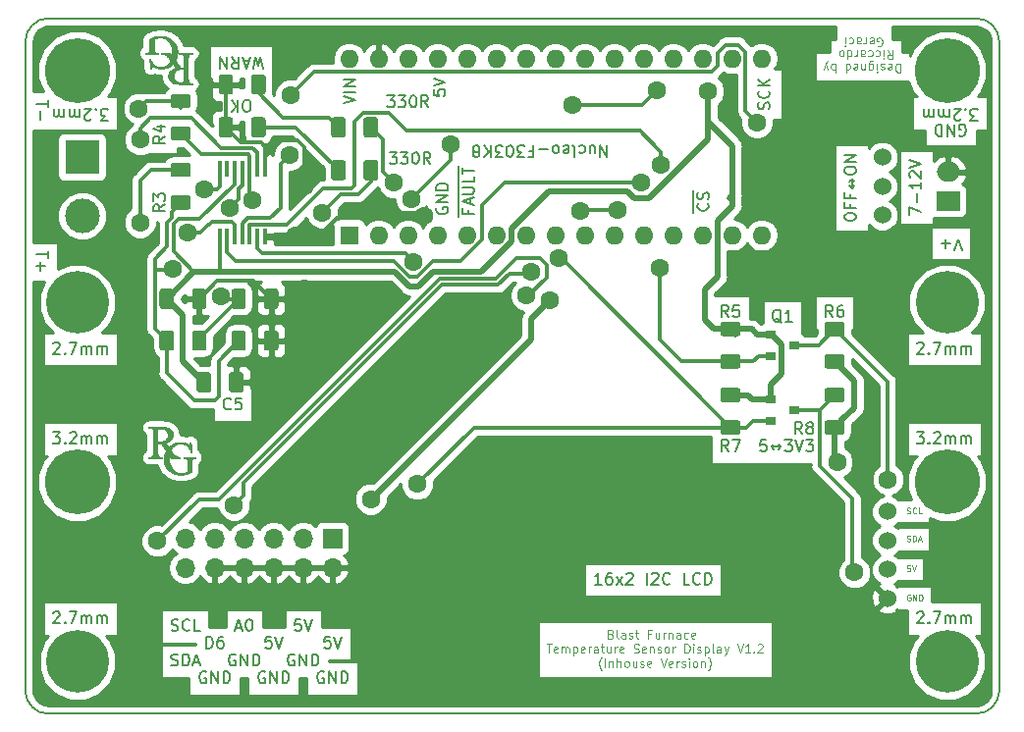
<source format=gbr>
%TF.GenerationSoftware,KiCad,Pcbnew,(5.0.0)*%
%TF.CreationDate,2020-03-11T12:46:03+00:00*%
%TF.ProjectId,Blast Furnace PCB,426C617374204675726E616365205043,rev?*%
%TF.SameCoordinates,Original*%
%TF.FileFunction,Copper,L1,Top,Signal*%
%TF.FilePolarity,Positive*%
%FSLAX46Y46*%
G04 Gerber Fmt 4.6, Leading zero omitted, Abs format (unit mm)*
G04 Created by KiCad (PCBNEW (5.0.0)) date 03/11/20 12:46:03*
%MOMM*%
%LPD*%
G01*
G04 APERTURE LIST*
%ADD10C,0.150000*%
%ADD11C,0.075000*%
%ADD12C,0.100000*%
%ADD13C,0.112500*%
%ADD14C,0.010000*%
%ADD15O,1.700000X1.700000*%
%ADD16R,1.700000X1.700000*%
%ADD17C,1.524000*%
%ADD18C,5.600000*%
%ADD19C,5.400000*%
%ADD20R,1.600000X1.600000*%
%ADD21O,1.600000X1.600000*%
%ADD22C,3.000000*%
%ADD23R,3.000000X3.000000*%
%ADD24R,2.000000X1.700000*%
%ADD25O,2.000000X1.700000*%
%ADD26C,1.250000*%
%ADD27R,0.450000X1.450000*%
%ADD28R,0.900000X0.800000*%
%ADD29C,1.600000*%
%ADD30C,0.300000*%
%ADD31C,0.500000*%
%ADD32C,0.254000*%
G04 APERTURE END LIST*
D10*
X89685714Y-144404761D02*
X89828571Y-144452380D01*
X90066666Y-144452380D01*
X90161904Y-144404761D01*
X90209523Y-144357142D01*
X90257142Y-144261904D01*
X90257142Y-144166666D01*
X90209523Y-144071428D01*
X90161904Y-144023809D01*
X90066666Y-143976190D01*
X89876190Y-143928571D01*
X89780952Y-143880952D01*
X89733333Y-143833333D01*
X89685714Y-143738095D01*
X89685714Y-143642857D01*
X89733333Y-143547619D01*
X89780952Y-143500000D01*
X89876190Y-143452380D01*
X90114285Y-143452380D01*
X90257142Y-143500000D01*
X90685714Y-144452380D02*
X90685714Y-143452380D01*
X90923809Y-143452380D01*
X91066666Y-143500000D01*
X91161904Y-143595238D01*
X91209523Y-143690476D01*
X91257142Y-143880952D01*
X91257142Y-144023809D01*
X91209523Y-144214285D01*
X91161904Y-144309523D01*
X91066666Y-144404761D01*
X90923809Y-144452380D01*
X90685714Y-144452380D01*
X91638095Y-144166666D02*
X92114285Y-144166666D01*
X91542857Y-144452380D02*
X91876190Y-143452380D01*
X92209523Y-144452380D01*
X97758095Y-145000000D02*
X97662857Y-144952380D01*
X97520000Y-144952380D01*
X97377142Y-145000000D01*
X97281904Y-145095238D01*
X97234285Y-145190476D01*
X97186666Y-145380952D01*
X97186666Y-145523809D01*
X97234285Y-145714285D01*
X97281904Y-145809523D01*
X97377142Y-145904761D01*
X97520000Y-145952380D01*
X97615238Y-145952380D01*
X97758095Y-145904761D01*
X97805714Y-145857142D01*
X97805714Y-145523809D01*
X97615238Y-145523809D01*
X98234285Y-145952380D02*
X98234285Y-144952380D01*
X98805714Y-145952380D01*
X98805714Y-144952380D01*
X99281904Y-145952380D02*
X99281904Y-144952380D01*
X99520000Y-144952380D01*
X99662857Y-145000000D01*
X99758095Y-145095238D01*
X99805714Y-145190476D01*
X99853333Y-145380952D01*
X99853333Y-145523809D01*
X99805714Y-145714285D01*
X99758095Y-145809523D01*
X99662857Y-145904761D01*
X99520000Y-145952380D01*
X99281904Y-145952380D01*
X95218095Y-143500000D02*
X95122857Y-143452380D01*
X94980000Y-143452380D01*
X94837142Y-143500000D01*
X94741904Y-143595238D01*
X94694285Y-143690476D01*
X94646666Y-143880952D01*
X94646666Y-144023809D01*
X94694285Y-144214285D01*
X94741904Y-144309523D01*
X94837142Y-144404761D01*
X94980000Y-144452380D01*
X95075238Y-144452380D01*
X95218095Y-144404761D01*
X95265714Y-144357142D01*
X95265714Y-144023809D01*
X95075238Y-144023809D01*
X95694285Y-144452380D02*
X95694285Y-143452380D01*
X96265714Y-144452380D01*
X96265714Y-143452380D01*
X96741904Y-144452380D02*
X96741904Y-143452380D01*
X96980000Y-143452380D01*
X97122857Y-143500000D01*
X97218095Y-143595238D01*
X97265714Y-143690476D01*
X97313333Y-143880952D01*
X97313333Y-144023809D01*
X97265714Y-144214285D01*
X97218095Y-144309523D01*
X97122857Y-144404761D01*
X96980000Y-144452380D01*
X96741904Y-144452380D01*
X92678095Y-145000000D02*
X92582857Y-144952380D01*
X92440000Y-144952380D01*
X92297142Y-145000000D01*
X92201904Y-145095238D01*
X92154285Y-145190476D01*
X92106666Y-145380952D01*
X92106666Y-145523809D01*
X92154285Y-145714285D01*
X92201904Y-145809523D01*
X92297142Y-145904761D01*
X92440000Y-145952380D01*
X92535238Y-145952380D01*
X92678095Y-145904761D01*
X92725714Y-145857142D01*
X92725714Y-145523809D01*
X92535238Y-145523809D01*
X93154285Y-145952380D02*
X93154285Y-144952380D01*
X93725714Y-145952380D01*
X93725714Y-144952380D01*
X94201904Y-145952380D02*
X94201904Y-144952380D01*
X94440000Y-144952380D01*
X94582857Y-145000000D01*
X94678095Y-145095238D01*
X94725714Y-145190476D01*
X94773333Y-145380952D01*
X94773333Y-145523809D01*
X94725714Y-145714285D01*
X94678095Y-145809523D01*
X94582857Y-145904761D01*
X94440000Y-145952380D01*
X94201904Y-145952380D01*
X102838095Y-145000000D02*
X102742857Y-144952380D01*
X102600000Y-144952380D01*
X102457142Y-145000000D01*
X102361904Y-145095238D01*
X102314285Y-145190476D01*
X102266666Y-145380952D01*
X102266666Y-145523809D01*
X102314285Y-145714285D01*
X102361904Y-145809523D01*
X102457142Y-145904761D01*
X102600000Y-145952380D01*
X102695238Y-145952380D01*
X102838095Y-145904761D01*
X102885714Y-145857142D01*
X102885714Y-145523809D01*
X102695238Y-145523809D01*
X103314285Y-145952380D02*
X103314285Y-144952380D01*
X103885714Y-145952380D01*
X103885714Y-144952380D01*
X104361904Y-145952380D02*
X104361904Y-144952380D01*
X104600000Y-144952380D01*
X104742857Y-145000000D01*
X104838095Y-145095238D01*
X104885714Y-145190476D01*
X104933333Y-145380952D01*
X104933333Y-145523809D01*
X104885714Y-145714285D01*
X104838095Y-145809523D01*
X104742857Y-145904761D01*
X104600000Y-145952380D01*
X104361904Y-145952380D01*
X100298095Y-143500000D02*
X100202857Y-143452380D01*
X100060000Y-143452380D01*
X99917142Y-143500000D01*
X99821904Y-143595238D01*
X99774285Y-143690476D01*
X99726666Y-143880952D01*
X99726666Y-144023809D01*
X99774285Y-144214285D01*
X99821904Y-144309523D01*
X99917142Y-144404761D01*
X100060000Y-144452380D01*
X100155238Y-144452380D01*
X100298095Y-144404761D01*
X100345714Y-144357142D01*
X100345714Y-144023809D01*
X100155238Y-144023809D01*
X100774285Y-144452380D02*
X100774285Y-143452380D01*
X101345714Y-144452380D01*
X101345714Y-143452380D01*
X101821904Y-144452380D02*
X101821904Y-143452380D01*
X102060000Y-143452380D01*
X102202857Y-143500000D01*
X102298095Y-143595238D01*
X102345714Y-143690476D01*
X102393333Y-143880952D01*
X102393333Y-144023809D01*
X102345714Y-144214285D01*
X102298095Y-144309523D01*
X102202857Y-144404761D01*
X102060000Y-144452380D01*
X101821904Y-144452380D01*
X103409523Y-141952380D02*
X102933333Y-141952380D01*
X102885714Y-142428571D01*
X102933333Y-142380952D01*
X103028571Y-142333333D01*
X103266666Y-142333333D01*
X103361904Y-142380952D01*
X103409523Y-142428571D01*
X103457142Y-142523809D01*
X103457142Y-142761904D01*
X103409523Y-142857142D01*
X103361904Y-142904761D01*
X103266666Y-142952380D01*
X103028571Y-142952380D01*
X102933333Y-142904761D01*
X102885714Y-142857142D01*
X103742857Y-141952380D02*
X104076190Y-142952380D01*
X104409523Y-141952380D01*
X100869523Y-140452380D02*
X100393333Y-140452380D01*
X100345714Y-140928571D01*
X100393333Y-140880952D01*
X100488571Y-140833333D01*
X100726666Y-140833333D01*
X100821904Y-140880952D01*
X100869523Y-140928571D01*
X100917142Y-141023809D01*
X100917142Y-141261904D01*
X100869523Y-141357142D01*
X100821904Y-141404761D01*
X100726666Y-141452380D01*
X100488571Y-141452380D01*
X100393333Y-141404761D01*
X100345714Y-141357142D01*
X101202857Y-140452380D02*
X101536190Y-141452380D01*
X101869523Y-140452380D01*
X98329523Y-141952380D02*
X97853333Y-141952380D01*
X97805714Y-142428571D01*
X97853333Y-142380952D01*
X97948571Y-142333333D01*
X98186666Y-142333333D01*
X98281904Y-142380952D01*
X98329523Y-142428571D01*
X98377142Y-142523809D01*
X98377142Y-142761904D01*
X98329523Y-142857142D01*
X98281904Y-142904761D01*
X98186666Y-142952380D01*
X97948571Y-142952380D01*
X97853333Y-142904761D01*
X97805714Y-142857142D01*
X98662857Y-141952380D02*
X98996190Y-142952380D01*
X99329523Y-141952380D01*
X95265714Y-141166666D02*
X95741904Y-141166666D01*
X95170476Y-141452380D02*
X95503809Y-140452380D01*
X95837142Y-141452380D01*
X96360952Y-140452380D02*
X96456190Y-140452380D01*
X96551428Y-140500000D01*
X96599047Y-140547619D01*
X96646666Y-140642857D01*
X96694285Y-140833333D01*
X96694285Y-141071428D01*
X96646666Y-141261904D01*
X96599047Y-141357142D01*
X96551428Y-141404761D01*
X96456190Y-141452380D01*
X96360952Y-141452380D01*
X96265714Y-141404761D01*
X96218095Y-141357142D01*
X96170476Y-141261904D01*
X96122857Y-141071428D01*
X96122857Y-140833333D01*
X96170476Y-140642857D01*
X96218095Y-140547619D01*
X96265714Y-140500000D01*
X96360952Y-140452380D01*
X92701904Y-142952380D02*
X92701904Y-141952380D01*
X92940000Y-141952380D01*
X93082857Y-142000000D01*
X93178095Y-142095238D01*
X93225714Y-142190476D01*
X93273333Y-142380952D01*
X93273333Y-142523809D01*
X93225714Y-142714285D01*
X93178095Y-142809523D01*
X93082857Y-142904761D01*
X92940000Y-142952380D01*
X92701904Y-142952380D01*
X94130476Y-141952380D02*
X93940000Y-141952380D01*
X93844761Y-142000000D01*
X93797142Y-142047619D01*
X93701904Y-142190476D01*
X93654285Y-142380952D01*
X93654285Y-142761904D01*
X93701904Y-142857142D01*
X93749523Y-142904761D01*
X93844761Y-142952380D01*
X94035238Y-142952380D01*
X94130476Y-142904761D01*
X94178095Y-142857142D01*
X94225714Y-142761904D01*
X94225714Y-142523809D01*
X94178095Y-142428571D01*
X94130476Y-142380952D01*
X94035238Y-142333333D01*
X93844761Y-142333333D01*
X93749523Y-142380952D01*
X93701904Y-142428571D01*
X93654285Y-142523809D01*
X89709523Y-141404761D02*
X89852380Y-141452380D01*
X90090476Y-141452380D01*
X90185714Y-141404761D01*
X90233333Y-141357142D01*
X90280952Y-141261904D01*
X90280952Y-141166666D01*
X90233333Y-141071428D01*
X90185714Y-141023809D01*
X90090476Y-140976190D01*
X89900000Y-140928571D01*
X89804761Y-140880952D01*
X89757142Y-140833333D01*
X89709523Y-140738095D01*
X89709523Y-140642857D01*
X89757142Y-140547619D01*
X89804761Y-140500000D01*
X89900000Y-140452380D01*
X90138095Y-140452380D01*
X90280952Y-140500000D01*
X91280952Y-141357142D02*
X91233333Y-141404761D01*
X91090476Y-141452380D01*
X90995238Y-141452380D01*
X90852380Y-141404761D01*
X90757142Y-141309523D01*
X90709523Y-141214285D01*
X90661904Y-141023809D01*
X90661904Y-140880952D01*
X90709523Y-140690476D01*
X90757142Y-140595238D01*
X90852380Y-140500000D01*
X90995238Y-140452380D01*
X91090476Y-140452380D01*
X91233333Y-140500000D01*
X91280952Y-140547619D01*
X92185714Y-141452380D02*
X91709523Y-141452380D01*
X91709523Y-140452380D01*
X144083333Y-124452380D02*
X143750000Y-123976190D01*
X143511904Y-124452380D02*
X143511904Y-123452380D01*
X143892857Y-123452380D01*
X143988095Y-123500000D01*
X144035714Y-123547619D01*
X144083333Y-123642857D01*
X144083333Y-123785714D01*
X144035714Y-123880952D01*
X143988095Y-123928571D01*
X143892857Y-123976190D01*
X143511904Y-123976190D01*
X144654761Y-123880952D02*
X144559523Y-123833333D01*
X144511904Y-123785714D01*
X144464285Y-123690476D01*
X144464285Y-123642857D01*
X144511904Y-123547619D01*
X144559523Y-123500000D01*
X144654761Y-123452380D01*
X144845238Y-123452380D01*
X144940476Y-123500000D01*
X144988095Y-123547619D01*
X145035714Y-123642857D01*
X145035714Y-123690476D01*
X144988095Y-123785714D01*
X144940476Y-123833333D01*
X144845238Y-123880952D01*
X144654761Y-123880952D01*
X144559523Y-123928571D01*
X144511904Y-123976190D01*
X144464285Y-124071428D01*
X144464285Y-124261904D01*
X144511904Y-124357142D01*
X144559523Y-124404761D01*
X144654761Y-124452380D01*
X144845238Y-124452380D01*
X144940476Y-124404761D01*
X144988095Y-124357142D01*
X145035714Y-124261904D01*
X145035714Y-124071428D01*
X144988095Y-123976190D01*
X144940476Y-123928571D01*
X144845238Y-123880952D01*
X137733333Y-125952380D02*
X137400000Y-125476190D01*
X137161904Y-125952380D02*
X137161904Y-124952380D01*
X137542857Y-124952380D01*
X137638095Y-125000000D01*
X137685714Y-125047619D01*
X137733333Y-125142857D01*
X137733333Y-125285714D01*
X137685714Y-125380952D01*
X137638095Y-125428571D01*
X137542857Y-125476190D01*
X137161904Y-125476190D01*
X138066666Y-124952380D02*
X138733333Y-124952380D01*
X138304761Y-125952380D01*
X146733333Y-114352380D02*
X146400000Y-113876190D01*
X146161904Y-114352380D02*
X146161904Y-113352380D01*
X146542857Y-113352380D01*
X146638095Y-113400000D01*
X146685714Y-113447619D01*
X146733333Y-113542857D01*
X146733333Y-113685714D01*
X146685714Y-113780952D01*
X146638095Y-113828571D01*
X146542857Y-113876190D01*
X146161904Y-113876190D01*
X147590476Y-113352380D02*
X147400000Y-113352380D01*
X147304761Y-113400000D01*
X147257142Y-113447619D01*
X147161904Y-113590476D01*
X147114285Y-113780952D01*
X147114285Y-114161904D01*
X147161904Y-114257142D01*
X147209523Y-114304761D01*
X147304761Y-114352380D01*
X147495238Y-114352380D01*
X147590476Y-114304761D01*
X147638095Y-114257142D01*
X147685714Y-114161904D01*
X147685714Y-113923809D01*
X147638095Y-113828571D01*
X147590476Y-113780952D01*
X147495238Y-113733333D01*
X147304761Y-113733333D01*
X147209523Y-113780952D01*
X147161904Y-113828571D01*
X147114285Y-113923809D01*
X142304761Y-114847619D02*
X142209523Y-114800000D01*
X142114285Y-114704761D01*
X141971428Y-114561904D01*
X141876190Y-114514285D01*
X141780952Y-114514285D01*
X141828571Y-114752380D02*
X141733333Y-114704761D01*
X141638095Y-114609523D01*
X141590476Y-114419047D01*
X141590476Y-114085714D01*
X141638095Y-113895238D01*
X141733333Y-113800000D01*
X141828571Y-113752380D01*
X142019047Y-113752380D01*
X142114285Y-113800000D01*
X142209523Y-113895238D01*
X142257142Y-114085714D01*
X142257142Y-114419047D01*
X142209523Y-114609523D01*
X142114285Y-114704761D01*
X142019047Y-114752380D01*
X141828571Y-114752380D01*
X143209523Y-114752380D02*
X142638095Y-114752380D01*
X142923809Y-114752380D02*
X142923809Y-113752380D01*
X142828571Y-113895238D01*
X142733333Y-113990476D01*
X142638095Y-114038095D01*
X137733333Y-114352380D02*
X137400000Y-113876190D01*
X137161904Y-114352380D02*
X137161904Y-113352380D01*
X137542857Y-113352380D01*
X137638095Y-113400000D01*
X137685714Y-113447619D01*
X137733333Y-113542857D01*
X137733333Y-113685714D01*
X137685714Y-113780952D01*
X137638095Y-113828571D01*
X137542857Y-113876190D01*
X137161904Y-113876190D01*
X138638095Y-113352380D02*
X138161904Y-113352380D01*
X138114285Y-113828571D01*
X138161904Y-113780952D01*
X138257142Y-113733333D01*
X138495238Y-113733333D01*
X138590476Y-113780952D01*
X138638095Y-113828571D01*
X138685714Y-113923809D01*
X138685714Y-114161904D01*
X138638095Y-114257142D01*
X138590476Y-114304761D01*
X138495238Y-114352380D01*
X138257142Y-114352380D01*
X138161904Y-114304761D01*
X138114285Y-114257142D01*
X89152380Y-104666666D02*
X88676190Y-105000000D01*
X89152380Y-105238095D02*
X88152380Y-105238095D01*
X88152380Y-104857142D01*
X88200000Y-104761904D01*
X88247619Y-104714285D01*
X88342857Y-104666666D01*
X88485714Y-104666666D01*
X88580952Y-104714285D01*
X88628571Y-104761904D01*
X88676190Y-104857142D01*
X88676190Y-105238095D01*
X88152380Y-104333333D02*
X88152380Y-103714285D01*
X88533333Y-104047619D01*
X88533333Y-103904761D01*
X88580952Y-103809523D01*
X88628571Y-103761904D01*
X88723809Y-103714285D01*
X88961904Y-103714285D01*
X89057142Y-103761904D01*
X89104761Y-103809523D01*
X89152380Y-103904761D01*
X89152380Y-104190476D01*
X89104761Y-104285714D01*
X89057142Y-104333333D01*
X89152380Y-98766666D02*
X88676190Y-99100000D01*
X89152380Y-99338095D02*
X88152380Y-99338095D01*
X88152380Y-98957142D01*
X88200000Y-98861904D01*
X88247619Y-98814285D01*
X88342857Y-98766666D01*
X88485714Y-98766666D01*
X88580952Y-98814285D01*
X88628571Y-98861904D01*
X88676190Y-98957142D01*
X88676190Y-99338095D01*
X88485714Y-97909523D02*
X89152380Y-97909523D01*
X88104761Y-98147619D02*
X88819047Y-98385714D01*
X88819047Y-97766666D01*
X108514285Y-100152380D02*
X109133333Y-100152380D01*
X108800000Y-100533333D01*
X108942857Y-100533333D01*
X109038095Y-100580952D01*
X109085714Y-100628571D01*
X109133333Y-100723809D01*
X109133333Y-100961904D01*
X109085714Y-101057142D01*
X109038095Y-101104761D01*
X108942857Y-101152380D01*
X108657142Y-101152380D01*
X108561904Y-101104761D01*
X108514285Y-101057142D01*
X109466666Y-100152380D02*
X110085714Y-100152380D01*
X109752380Y-100533333D01*
X109895238Y-100533333D01*
X109990476Y-100580952D01*
X110038095Y-100628571D01*
X110085714Y-100723809D01*
X110085714Y-100961904D01*
X110038095Y-101057142D01*
X109990476Y-101104761D01*
X109895238Y-101152380D01*
X109609523Y-101152380D01*
X109514285Y-101104761D01*
X109466666Y-101057142D01*
X110704761Y-100152380D02*
X110800000Y-100152380D01*
X110895238Y-100200000D01*
X110942857Y-100247619D01*
X110990476Y-100342857D01*
X111038095Y-100533333D01*
X111038095Y-100771428D01*
X110990476Y-100961904D01*
X110942857Y-101057142D01*
X110895238Y-101104761D01*
X110800000Y-101152380D01*
X110704761Y-101152380D01*
X110609523Y-101104761D01*
X110561904Y-101057142D01*
X110514285Y-100961904D01*
X110466666Y-100771428D01*
X110466666Y-100533333D01*
X110514285Y-100342857D01*
X110561904Y-100247619D01*
X110609523Y-100200000D01*
X110704761Y-100152380D01*
X112038095Y-101152380D02*
X111704761Y-100676190D01*
X111466666Y-101152380D02*
X111466666Y-100152380D01*
X111847619Y-100152380D01*
X111942857Y-100200000D01*
X111990476Y-100247619D01*
X112038095Y-100342857D01*
X112038095Y-100485714D01*
X111990476Y-100580952D01*
X111942857Y-100628571D01*
X111847619Y-100676190D01*
X111466666Y-100676190D01*
X108314285Y-95252380D02*
X108933333Y-95252380D01*
X108600000Y-95633333D01*
X108742857Y-95633333D01*
X108838095Y-95680952D01*
X108885714Y-95728571D01*
X108933333Y-95823809D01*
X108933333Y-96061904D01*
X108885714Y-96157142D01*
X108838095Y-96204761D01*
X108742857Y-96252380D01*
X108457142Y-96252380D01*
X108361904Y-96204761D01*
X108314285Y-96157142D01*
X109266666Y-95252380D02*
X109885714Y-95252380D01*
X109552380Y-95633333D01*
X109695238Y-95633333D01*
X109790476Y-95680952D01*
X109838095Y-95728571D01*
X109885714Y-95823809D01*
X109885714Y-96061904D01*
X109838095Y-96157142D01*
X109790476Y-96204761D01*
X109695238Y-96252380D01*
X109409523Y-96252380D01*
X109314285Y-96204761D01*
X109266666Y-96157142D01*
X110504761Y-95252380D02*
X110600000Y-95252380D01*
X110695238Y-95300000D01*
X110742857Y-95347619D01*
X110790476Y-95442857D01*
X110838095Y-95633333D01*
X110838095Y-95871428D01*
X110790476Y-96061904D01*
X110742857Y-96157142D01*
X110695238Y-96204761D01*
X110600000Y-96252380D01*
X110504761Y-96252380D01*
X110409523Y-96204761D01*
X110361904Y-96157142D01*
X110314285Y-96061904D01*
X110266666Y-95871428D01*
X110266666Y-95633333D01*
X110314285Y-95442857D01*
X110361904Y-95347619D01*
X110409523Y-95300000D01*
X110504761Y-95252380D01*
X111838095Y-96252380D02*
X111504761Y-95776190D01*
X111266666Y-96252380D02*
X111266666Y-95252380D01*
X111647619Y-95252380D01*
X111742857Y-95300000D01*
X111790476Y-95347619D01*
X111838095Y-95442857D01*
X111838095Y-95585714D01*
X111790476Y-95680952D01*
X111742857Y-95728571D01*
X111647619Y-95776190D01*
X111266666Y-95776190D01*
X140988095Y-124952380D02*
X140511904Y-124952380D01*
X140464285Y-125428571D01*
X140511904Y-125380952D01*
X140607142Y-125333333D01*
X140845238Y-125333333D01*
X140940476Y-125380952D01*
X140988095Y-125428571D01*
X141035714Y-125523809D01*
X141035714Y-125761904D01*
X140988095Y-125857142D01*
X140940476Y-125904761D01*
X140845238Y-125952380D01*
X140607142Y-125952380D01*
X140511904Y-125904761D01*
X140464285Y-125857142D01*
X141464285Y-125571428D02*
X142226190Y-125571428D01*
X142035714Y-125761904D02*
X142226190Y-125571428D01*
X142035714Y-125380952D01*
X141654761Y-125380952D02*
X141464285Y-125571428D01*
X141654761Y-125761904D01*
X142607142Y-124952380D02*
X143226190Y-124952380D01*
X142892857Y-125333333D01*
X143035714Y-125333333D01*
X143130952Y-125380952D01*
X143178571Y-125428571D01*
X143226190Y-125523809D01*
X143226190Y-125761904D01*
X143178571Y-125857142D01*
X143130952Y-125904761D01*
X143035714Y-125952380D01*
X142750000Y-125952380D01*
X142654761Y-125904761D01*
X142607142Y-125857142D01*
X143511904Y-124952380D02*
X143845238Y-125952380D01*
X144178571Y-124952380D01*
X144416666Y-124952380D02*
X145035714Y-124952380D01*
X144702380Y-125333333D01*
X144845238Y-125333333D01*
X144940476Y-125380952D01*
X144988095Y-125428571D01*
X145035714Y-125523809D01*
X145035714Y-125761904D01*
X144988095Y-125857142D01*
X144940476Y-125904761D01*
X144845238Y-125952380D01*
X144559523Y-125952380D01*
X144464285Y-125904761D01*
X144416666Y-125857142D01*
X134685000Y-105376190D02*
X134685000Y-104376190D01*
X135957142Y-104566666D02*
X136004761Y-104614285D01*
X136052380Y-104757142D01*
X136052380Y-104852380D01*
X136004761Y-104995238D01*
X135909523Y-105090476D01*
X135814285Y-105138095D01*
X135623809Y-105185714D01*
X135480952Y-105185714D01*
X135290476Y-105138095D01*
X135195238Y-105090476D01*
X135100000Y-104995238D01*
X135052380Y-104852380D01*
X135052380Y-104757142D01*
X135100000Y-104614285D01*
X135147619Y-104566666D01*
X134685000Y-104376190D02*
X134685000Y-103423809D01*
X136004761Y-104185714D02*
X136052380Y-104042857D01*
X136052380Y-103804761D01*
X136004761Y-103709523D01*
X135957142Y-103661904D01*
X135861904Y-103614285D01*
X135766666Y-103614285D01*
X135671428Y-103661904D01*
X135623809Y-103709523D01*
X135576190Y-103804761D01*
X135528571Y-103995238D01*
X135480952Y-104090476D01*
X135433333Y-104138095D01*
X135338095Y-104185714D01*
X135242857Y-104185714D01*
X135147619Y-104138095D01*
X135100000Y-104090476D01*
X135052380Y-103995238D01*
X135052380Y-103757142D01*
X135100000Y-103614285D01*
X112600000Y-104933333D02*
X112552380Y-105028571D01*
X112552380Y-105171429D01*
X112600000Y-105314286D01*
X112695238Y-105409524D01*
X112790476Y-105457143D01*
X112980952Y-105504762D01*
X113123809Y-105504762D01*
X113314285Y-105457143D01*
X113409523Y-105409524D01*
X113504761Y-105314286D01*
X113552380Y-105171429D01*
X113552380Y-105076190D01*
X113504761Y-104933333D01*
X113457142Y-104885714D01*
X113123809Y-104885714D01*
X113123809Y-105076190D01*
X113552380Y-104457143D02*
X112552380Y-104457143D01*
X113552380Y-103885714D01*
X112552380Y-103885714D01*
X113552380Y-103409524D02*
X112552380Y-103409524D01*
X112552380Y-103171429D01*
X112600000Y-103028571D01*
X112695238Y-102933333D01*
X112790476Y-102885714D01*
X112980952Y-102838095D01*
X113123809Y-102838095D01*
X113314285Y-102885714D01*
X113409523Y-102933333D01*
X113504761Y-103028571D01*
X113552380Y-103171429D01*
X113552380Y-103409524D01*
X114435000Y-105695238D02*
X114435000Y-104838095D01*
X115278571Y-105123810D02*
X115278571Y-105457143D01*
X115802380Y-105457143D02*
X114802380Y-105457143D01*
X114802380Y-104980952D01*
X114435000Y-104838095D02*
X114435000Y-103980952D01*
X115516666Y-104647619D02*
X115516666Y-104171429D01*
X115802380Y-104742857D02*
X114802380Y-104409524D01*
X115802380Y-104076191D01*
X114435000Y-103980952D02*
X114435000Y-102933333D01*
X114802380Y-103742857D02*
X115611904Y-103742857D01*
X115707142Y-103695238D01*
X115754761Y-103647619D01*
X115802380Y-103552381D01*
X115802380Y-103361905D01*
X115754761Y-103266667D01*
X115707142Y-103219048D01*
X115611904Y-103171429D01*
X114802380Y-103171429D01*
X114435000Y-102933333D02*
X114435000Y-102123810D01*
X115802380Y-102219048D02*
X115802380Y-102695238D01*
X114802380Y-102695238D01*
X114435000Y-102123810D02*
X114435000Y-101361905D01*
X114802380Y-102028572D02*
X114802380Y-101457143D01*
X115802380Y-101742857D02*
X114802380Y-101742857D01*
X104552380Y-95945238D02*
X105552380Y-95611904D01*
X104552380Y-95278571D01*
X105552380Y-94945238D02*
X104552380Y-94945238D01*
X105552380Y-94469047D02*
X104552380Y-94469047D01*
X105552380Y-93897619D01*
X104552380Y-93897619D01*
X112302380Y-94754762D02*
X112302380Y-95230952D01*
X112778571Y-95278571D01*
X112730952Y-95230952D01*
X112683333Y-95135714D01*
X112683333Y-94897619D01*
X112730952Y-94802381D01*
X112778571Y-94754762D01*
X112873809Y-94707143D01*
X113111904Y-94707143D01*
X113207142Y-94754762D01*
X113254761Y-94802381D01*
X113302380Y-94897619D01*
X113302380Y-95135714D01*
X113254761Y-95230952D01*
X113207142Y-95278571D01*
X112302380Y-94421428D02*
X113302380Y-94088095D01*
X112302380Y-93754762D01*
X141254761Y-96421429D02*
X141302380Y-96278572D01*
X141302380Y-96040476D01*
X141254761Y-95945238D01*
X141207142Y-95897619D01*
X141111904Y-95850000D01*
X141016666Y-95850000D01*
X140921428Y-95897619D01*
X140873809Y-95945238D01*
X140826190Y-96040476D01*
X140778571Y-96230953D01*
X140730952Y-96326191D01*
X140683333Y-96373810D01*
X140588095Y-96421429D01*
X140492857Y-96421429D01*
X140397619Y-96373810D01*
X140350000Y-96326191D01*
X140302380Y-96230953D01*
X140302380Y-95992857D01*
X140350000Y-95850000D01*
X141207142Y-94850000D02*
X141254761Y-94897619D01*
X141302380Y-95040476D01*
X141302380Y-95135715D01*
X141254761Y-95278572D01*
X141159523Y-95373810D01*
X141064285Y-95421429D01*
X140873809Y-95469048D01*
X140730952Y-95469048D01*
X140540476Y-95421429D01*
X140445238Y-95373810D01*
X140350000Y-95278572D01*
X140302380Y-95135715D01*
X140302380Y-95040476D01*
X140350000Y-94897619D01*
X140397619Y-94850000D01*
X141302380Y-94421429D02*
X140302380Y-94421429D01*
X141302380Y-93850000D02*
X140730952Y-94278572D01*
X140302380Y-93850000D02*
X140873809Y-94421429D01*
D11*
X153142856Y-131302380D02*
X153214285Y-131326190D01*
X153333333Y-131326190D01*
X153380952Y-131302380D01*
X153404761Y-131278571D01*
X153428571Y-131230952D01*
X153428571Y-131183333D01*
X153404761Y-131135714D01*
X153380952Y-131111904D01*
X153333333Y-131088095D01*
X153238095Y-131064285D01*
X153190475Y-131040476D01*
X153166666Y-131016666D01*
X153142856Y-130969047D01*
X153142856Y-130921428D01*
X153166666Y-130873809D01*
X153190475Y-130850000D01*
X153238095Y-130826190D01*
X153357142Y-130826190D01*
X153428571Y-130850000D01*
X153928571Y-131278571D02*
X153904761Y-131302380D01*
X153833333Y-131326190D01*
X153785714Y-131326190D01*
X153714285Y-131302380D01*
X153666666Y-131254761D01*
X153642856Y-131207142D01*
X153619047Y-131111904D01*
X153619047Y-131040476D01*
X153642856Y-130945238D01*
X153666666Y-130897619D01*
X153714285Y-130850000D01*
X153785714Y-130826190D01*
X153833333Y-130826190D01*
X153904761Y-130850000D01*
X153928571Y-130873809D01*
X154380952Y-131326190D02*
X154142856Y-131326190D01*
X154142856Y-130826190D01*
X153142857Y-133702380D02*
X153214285Y-133726190D01*
X153333333Y-133726190D01*
X153380952Y-133702380D01*
X153404761Y-133678571D01*
X153428571Y-133630952D01*
X153428571Y-133583333D01*
X153404761Y-133535714D01*
X153380952Y-133511904D01*
X153333333Y-133488095D01*
X153238095Y-133464285D01*
X153190476Y-133440476D01*
X153166666Y-133416666D01*
X153142857Y-133369047D01*
X153142857Y-133321428D01*
X153166666Y-133273809D01*
X153190476Y-133250000D01*
X153238095Y-133226190D01*
X153357142Y-133226190D01*
X153428571Y-133250000D01*
X153642857Y-133726190D02*
X153642857Y-133226190D01*
X153761904Y-133226190D01*
X153833333Y-133250000D01*
X153880952Y-133297619D01*
X153904761Y-133345238D01*
X153928571Y-133440476D01*
X153928571Y-133511904D01*
X153904761Y-133607142D01*
X153880952Y-133654761D01*
X153833333Y-133702380D01*
X153761904Y-133726190D01*
X153642857Y-133726190D01*
X154119047Y-133583333D02*
X154357142Y-133583333D01*
X154071428Y-133726190D02*
X154238095Y-133226190D01*
X154404761Y-133726190D01*
X153404761Y-135826190D02*
X153166666Y-135826190D01*
X153142857Y-136064285D01*
X153166666Y-136040476D01*
X153214285Y-136016666D01*
X153333333Y-136016666D01*
X153380952Y-136040476D01*
X153404761Y-136064285D01*
X153428571Y-136111904D01*
X153428571Y-136230952D01*
X153404761Y-136278571D01*
X153380952Y-136302380D01*
X153333333Y-136326190D01*
X153214285Y-136326190D01*
X153166666Y-136302380D01*
X153142857Y-136278571D01*
X153571428Y-135826190D02*
X153738095Y-136326190D01*
X153904761Y-135826190D01*
X153428571Y-138350000D02*
X153380952Y-138326190D01*
X153309524Y-138326190D01*
X153238095Y-138350000D01*
X153190476Y-138397619D01*
X153166666Y-138445238D01*
X153142857Y-138540476D01*
X153142857Y-138611904D01*
X153166666Y-138707142D01*
X153190476Y-138754761D01*
X153238095Y-138802380D01*
X153309524Y-138826190D01*
X153357143Y-138826190D01*
X153428571Y-138802380D01*
X153452381Y-138778571D01*
X153452381Y-138611904D01*
X153357143Y-138611904D01*
X153666666Y-138826190D02*
X153666666Y-138326190D01*
X153952381Y-138826190D01*
X153952381Y-138326190D01*
X154190476Y-138826190D02*
X154190476Y-138326190D01*
X154309524Y-138326190D01*
X154380952Y-138350000D01*
X154428571Y-138397619D01*
X154452381Y-138445238D01*
X154476190Y-138540476D01*
X154476190Y-138611904D01*
X154452381Y-138707142D01*
X154428571Y-138754761D01*
X154380952Y-138802380D01*
X154309524Y-138826190D01*
X154190476Y-138826190D01*
D10*
X84230952Y-97397619D02*
X83611904Y-97397619D01*
X83945238Y-97016666D01*
X83802380Y-97016666D01*
X83707142Y-96969047D01*
X83659523Y-96921428D01*
X83611904Y-96826190D01*
X83611904Y-96588095D01*
X83659523Y-96492857D01*
X83707142Y-96445238D01*
X83802380Y-96397619D01*
X84088095Y-96397619D01*
X84183333Y-96445238D01*
X84230952Y-96492857D01*
X83183333Y-96492857D02*
X83135714Y-96445238D01*
X83183333Y-96397619D01*
X83230952Y-96445238D01*
X83183333Y-96492857D01*
X83183333Y-96397619D01*
X82754761Y-97302380D02*
X82707142Y-97350000D01*
X82611904Y-97397619D01*
X82373809Y-97397619D01*
X82278571Y-97350000D01*
X82230952Y-97302380D01*
X82183333Y-97207142D01*
X82183333Y-97111904D01*
X82230952Y-96969047D01*
X82802380Y-96397619D01*
X82183333Y-96397619D01*
X81754761Y-96397619D02*
X81754761Y-97064285D01*
X81754761Y-96969047D02*
X81707142Y-97016666D01*
X81611904Y-97064285D01*
X81469047Y-97064285D01*
X81373809Y-97016666D01*
X81326190Y-96921428D01*
X81326190Y-96397619D01*
X81326190Y-96921428D02*
X81278571Y-97016666D01*
X81183333Y-97064285D01*
X81040476Y-97064285D01*
X80945238Y-97016666D01*
X80897619Y-96921428D01*
X80897619Y-96397619D01*
X80421428Y-96397619D02*
X80421428Y-97064285D01*
X80421428Y-96969047D02*
X80373809Y-97016666D01*
X80278571Y-97064285D01*
X80135714Y-97064285D01*
X80040476Y-97016666D01*
X79992857Y-96921428D01*
X79992857Y-96397619D01*
X79992857Y-96921428D02*
X79945238Y-97016666D01*
X79850000Y-97064285D01*
X79707142Y-97064285D01*
X79611904Y-97016666D01*
X79564285Y-96921428D01*
X79564285Y-96397619D01*
X159230952Y-97397619D02*
X158611904Y-97397619D01*
X158945238Y-97016666D01*
X158802380Y-97016666D01*
X158707142Y-96969047D01*
X158659523Y-96921428D01*
X158611904Y-96826190D01*
X158611904Y-96588095D01*
X158659523Y-96492857D01*
X158707142Y-96445238D01*
X158802380Y-96397619D01*
X159088095Y-96397619D01*
X159183333Y-96445238D01*
X159230952Y-96492857D01*
X158183333Y-96492857D02*
X158135714Y-96445238D01*
X158183333Y-96397619D01*
X158230952Y-96445238D01*
X158183333Y-96492857D01*
X158183333Y-96397619D01*
X157754761Y-97302380D02*
X157707142Y-97350000D01*
X157611904Y-97397619D01*
X157373809Y-97397619D01*
X157278571Y-97350000D01*
X157230952Y-97302380D01*
X157183333Y-97207142D01*
X157183333Y-97111904D01*
X157230952Y-96969047D01*
X157802380Y-96397619D01*
X157183333Y-96397619D01*
X156754761Y-96397619D02*
X156754761Y-97064285D01*
X156754761Y-96969047D02*
X156707142Y-97016666D01*
X156611904Y-97064285D01*
X156469047Y-97064285D01*
X156373809Y-97016666D01*
X156326190Y-96921428D01*
X156326190Y-96397619D01*
X156326190Y-96921428D02*
X156278571Y-97016666D01*
X156183333Y-97064285D01*
X156040476Y-97064285D01*
X155945238Y-97016666D01*
X155897619Y-96921428D01*
X155897619Y-96397619D01*
X155421428Y-96397619D02*
X155421428Y-97064285D01*
X155421428Y-96969047D02*
X155373809Y-97016666D01*
X155278571Y-97064285D01*
X155135714Y-97064285D01*
X155040476Y-97016666D01*
X154992857Y-96921428D01*
X154992857Y-96397619D01*
X154992857Y-96921428D02*
X154945238Y-97016666D01*
X154850000Y-97064285D01*
X154707142Y-97064285D01*
X154611904Y-97016666D01*
X154564285Y-96921428D01*
X154564285Y-96397619D01*
X154016666Y-116647619D02*
X154064285Y-116600000D01*
X154159523Y-116552380D01*
X154397619Y-116552380D01*
X154492857Y-116600000D01*
X154540476Y-116647619D01*
X154588095Y-116742857D01*
X154588095Y-116838095D01*
X154540476Y-116980952D01*
X153969047Y-117552380D01*
X154588095Y-117552380D01*
X155016666Y-117457142D02*
X155064285Y-117504761D01*
X155016666Y-117552380D01*
X154969047Y-117504761D01*
X155016666Y-117457142D01*
X155016666Y-117552380D01*
X155397619Y-116552380D02*
X156064285Y-116552380D01*
X155635714Y-117552380D01*
X156445238Y-117552380D02*
X156445238Y-116885714D01*
X156445238Y-116980952D02*
X156492857Y-116933333D01*
X156588095Y-116885714D01*
X156730952Y-116885714D01*
X156826190Y-116933333D01*
X156873809Y-117028571D01*
X156873809Y-117552380D01*
X156873809Y-117028571D02*
X156921428Y-116933333D01*
X157016666Y-116885714D01*
X157159523Y-116885714D01*
X157254761Y-116933333D01*
X157302380Y-117028571D01*
X157302380Y-117552380D01*
X157778571Y-117552380D02*
X157778571Y-116885714D01*
X157778571Y-116980952D02*
X157826190Y-116933333D01*
X157921428Y-116885714D01*
X158064285Y-116885714D01*
X158159523Y-116933333D01*
X158207142Y-117028571D01*
X158207142Y-117552380D01*
X158207142Y-117028571D02*
X158254761Y-116933333D01*
X158350000Y-116885714D01*
X158492857Y-116885714D01*
X158588095Y-116933333D01*
X158635714Y-117028571D01*
X158635714Y-117552380D01*
X79516666Y-116647619D02*
X79564285Y-116600000D01*
X79659523Y-116552380D01*
X79897619Y-116552380D01*
X79992857Y-116600000D01*
X80040476Y-116647619D01*
X80088095Y-116742857D01*
X80088095Y-116838095D01*
X80040476Y-116980952D01*
X79469047Y-117552380D01*
X80088095Y-117552380D01*
X80516666Y-117457142D02*
X80564285Y-117504761D01*
X80516666Y-117552380D01*
X80469047Y-117504761D01*
X80516666Y-117457142D01*
X80516666Y-117552380D01*
X80897619Y-116552380D02*
X81564285Y-116552380D01*
X81135714Y-117552380D01*
X81945238Y-117552380D02*
X81945238Y-116885714D01*
X81945238Y-116980952D02*
X81992857Y-116933333D01*
X82088095Y-116885714D01*
X82230952Y-116885714D01*
X82326190Y-116933333D01*
X82373809Y-117028571D01*
X82373809Y-117552380D01*
X82373809Y-117028571D02*
X82421428Y-116933333D01*
X82516666Y-116885714D01*
X82659523Y-116885714D01*
X82754761Y-116933333D01*
X82802380Y-117028571D01*
X82802380Y-117552380D01*
X83278571Y-117552380D02*
X83278571Y-116885714D01*
X83278571Y-116980952D02*
X83326190Y-116933333D01*
X83421428Y-116885714D01*
X83564285Y-116885714D01*
X83659523Y-116933333D01*
X83707142Y-117028571D01*
X83707142Y-117552380D01*
X83707142Y-117028571D02*
X83754761Y-116933333D01*
X83850000Y-116885714D01*
X83992857Y-116885714D01*
X84088095Y-116933333D01*
X84135714Y-117028571D01*
X84135714Y-117552380D01*
X154016666Y-139897619D02*
X154064285Y-139850000D01*
X154159523Y-139802380D01*
X154397619Y-139802380D01*
X154492857Y-139850000D01*
X154540476Y-139897619D01*
X154588095Y-139992857D01*
X154588095Y-140088095D01*
X154540476Y-140230952D01*
X153969047Y-140802380D01*
X154588095Y-140802380D01*
X155016666Y-140707142D02*
X155064285Y-140754761D01*
X155016666Y-140802380D01*
X154969047Y-140754761D01*
X155016666Y-140707142D01*
X155016666Y-140802380D01*
X155397619Y-139802380D02*
X156064285Y-139802380D01*
X155635714Y-140802380D01*
X156445238Y-140802380D02*
X156445238Y-140135714D01*
X156445238Y-140230952D02*
X156492857Y-140183333D01*
X156588095Y-140135714D01*
X156730952Y-140135714D01*
X156826190Y-140183333D01*
X156873809Y-140278571D01*
X156873809Y-140802380D01*
X156873809Y-140278571D02*
X156921428Y-140183333D01*
X157016666Y-140135714D01*
X157159523Y-140135714D01*
X157254761Y-140183333D01*
X157302380Y-140278571D01*
X157302380Y-140802380D01*
X157778571Y-140802380D02*
X157778571Y-140135714D01*
X157778571Y-140230952D02*
X157826190Y-140183333D01*
X157921428Y-140135714D01*
X158064285Y-140135714D01*
X158159523Y-140183333D01*
X158207142Y-140278571D01*
X158207142Y-140802380D01*
X158207142Y-140278571D02*
X158254761Y-140183333D01*
X158350000Y-140135714D01*
X158492857Y-140135714D01*
X158588095Y-140183333D01*
X158635714Y-140278571D01*
X158635714Y-140802380D01*
X79516666Y-139897619D02*
X79564285Y-139850000D01*
X79659523Y-139802380D01*
X79897619Y-139802380D01*
X79992857Y-139850000D01*
X80040476Y-139897619D01*
X80088095Y-139992857D01*
X80088095Y-140088095D01*
X80040476Y-140230952D01*
X79469047Y-140802380D01*
X80088095Y-140802380D01*
X80516666Y-140707142D02*
X80564285Y-140754761D01*
X80516666Y-140802380D01*
X80469047Y-140754761D01*
X80516666Y-140707142D01*
X80516666Y-140802380D01*
X80897619Y-139802380D02*
X81564285Y-139802380D01*
X81135714Y-140802380D01*
X81945238Y-140802380D02*
X81945238Y-140135714D01*
X81945238Y-140230952D02*
X81992857Y-140183333D01*
X82088095Y-140135714D01*
X82230952Y-140135714D01*
X82326190Y-140183333D01*
X82373809Y-140278571D01*
X82373809Y-140802380D01*
X82373809Y-140278571D02*
X82421428Y-140183333D01*
X82516666Y-140135714D01*
X82659523Y-140135714D01*
X82754761Y-140183333D01*
X82802380Y-140278571D01*
X82802380Y-140802380D01*
X83278571Y-140802380D02*
X83278571Y-140135714D01*
X83278571Y-140230952D02*
X83326190Y-140183333D01*
X83421428Y-140135714D01*
X83564285Y-140135714D01*
X83659523Y-140183333D01*
X83707142Y-140278571D01*
X83707142Y-140802380D01*
X83707142Y-140278571D02*
X83754761Y-140183333D01*
X83850000Y-140135714D01*
X83992857Y-140135714D01*
X84088095Y-140183333D01*
X84135714Y-140278571D01*
X84135714Y-140802380D01*
X79469047Y-124302380D02*
X80088095Y-124302380D01*
X79754761Y-124683333D01*
X79897619Y-124683333D01*
X79992857Y-124730952D01*
X80040476Y-124778571D01*
X80088095Y-124873809D01*
X80088095Y-125111904D01*
X80040476Y-125207142D01*
X79992857Y-125254761D01*
X79897619Y-125302380D01*
X79611904Y-125302380D01*
X79516666Y-125254761D01*
X79469047Y-125207142D01*
X80516666Y-125207142D02*
X80564285Y-125254761D01*
X80516666Y-125302380D01*
X80469047Y-125254761D01*
X80516666Y-125207142D01*
X80516666Y-125302380D01*
X80945238Y-124397619D02*
X80992857Y-124350000D01*
X81088095Y-124302380D01*
X81326190Y-124302380D01*
X81421428Y-124350000D01*
X81469047Y-124397619D01*
X81516666Y-124492857D01*
X81516666Y-124588095D01*
X81469047Y-124730952D01*
X80897619Y-125302380D01*
X81516666Y-125302380D01*
X81945238Y-125302380D02*
X81945238Y-124635714D01*
X81945238Y-124730952D02*
X81992857Y-124683333D01*
X82088095Y-124635714D01*
X82230952Y-124635714D01*
X82326190Y-124683333D01*
X82373809Y-124778571D01*
X82373809Y-125302380D01*
X82373809Y-124778571D02*
X82421428Y-124683333D01*
X82516666Y-124635714D01*
X82659523Y-124635714D01*
X82754761Y-124683333D01*
X82802380Y-124778571D01*
X82802380Y-125302380D01*
X83278571Y-125302380D02*
X83278571Y-124635714D01*
X83278571Y-124730952D02*
X83326190Y-124683333D01*
X83421428Y-124635714D01*
X83564285Y-124635714D01*
X83659523Y-124683333D01*
X83707142Y-124778571D01*
X83707142Y-125302380D01*
X83707142Y-124778571D02*
X83754761Y-124683333D01*
X83850000Y-124635714D01*
X83992857Y-124635714D01*
X84088095Y-124683333D01*
X84135714Y-124778571D01*
X84135714Y-125302380D01*
X153969047Y-124302380D02*
X154588095Y-124302380D01*
X154254761Y-124683333D01*
X154397619Y-124683333D01*
X154492857Y-124730952D01*
X154540476Y-124778571D01*
X154588095Y-124873809D01*
X154588095Y-125111904D01*
X154540476Y-125207142D01*
X154492857Y-125254761D01*
X154397619Y-125302380D01*
X154111904Y-125302380D01*
X154016666Y-125254761D01*
X153969047Y-125207142D01*
X155016666Y-125207142D02*
X155064285Y-125254761D01*
X155016666Y-125302380D01*
X154969047Y-125254761D01*
X155016666Y-125207142D01*
X155016666Y-125302380D01*
X155445238Y-124397619D02*
X155492857Y-124350000D01*
X155588095Y-124302380D01*
X155826190Y-124302380D01*
X155921428Y-124350000D01*
X155969047Y-124397619D01*
X156016666Y-124492857D01*
X156016666Y-124588095D01*
X155969047Y-124730952D01*
X155397619Y-125302380D01*
X156016666Y-125302380D01*
X156445238Y-125302380D02*
X156445238Y-124635714D01*
X156445238Y-124730952D02*
X156492857Y-124683333D01*
X156588095Y-124635714D01*
X156730952Y-124635714D01*
X156826190Y-124683333D01*
X156873809Y-124778571D01*
X156873809Y-125302380D01*
X156873809Y-124778571D02*
X156921428Y-124683333D01*
X157016666Y-124635714D01*
X157159523Y-124635714D01*
X157254761Y-124683333D01*
X157302380Y-124778571D01*
X157302380Y-125302380D01*
X157778571Y-125302380D02*
X157778571Y-124635714D01*
X157778571Y-124730952D02*
X157826190Y-124683333D01*
X157921428Y-124635714D01*
X158064285Y-124635714D01*
X158159523Y-124683333D01*
X158207142Y-124778571D01*
X158207142Y-125302380D01*
X158207142Y-124778571D02*
X158254761Y-124683333D01*
X158350000Y-124635714D01*
X158492857Y-124635714D01*
X158588095Y-124683333D01*
X158635714Y-124778571D01*
X158635714Y-125302380D01*
X157852380Y-108647619D02*
X157519047Y-107647619D01*
X157185714Y-108647619D01*
X156852380Y-108028571D02*
X156090476Y-108028571D01*
X156471428Y-107647619D02*
X156471428Y-108409523D01*
X157661904Y-98700000D02*
X157757142Y-98747619D01*
X157900000Y-98747619D01*
X158042857Y-98700000D01*
X158138095Y-98604761D01*
X158185714Y-98509523D01*
X158233333Y-98319047D01*
X158233333Y-98176190D01*
X158185714Y-97985714D01*
X158138095Y-97890476D01*
X158042857Y-97795238D01*
X157900000Y-97747619D01*
X157804761Y-97747619D01*
X157661904Y-97795238D01*
X157614285Y-97842857D01*
X157614285Y-98176190D01*
X157804761Y-98176190D01*
X157185714Y-97747619D02*
X157185714Y-98747619D01*
X156614285Y-97747619D01*
X156614285Y-98747619D01*
X156138095Y-97747619D02*
X156138095Y-98747619D01*
X155900000Y-98747619D01*
X155757142Y-98700000D01*
X155661904Y-98604761D01*
X155614285Y-98509523D01*
X155566666Y-98319047D01*
X155566666Y-98176190D01*
X155614285Y-97985714D01*
X155661904Y-97890476D01*
X155757142Y-97795238D01*
X155900000Y-97747619D01*
X156138095Y-97747619D01*
X94833333Y-122257142D02*
X94785714Y-122304761D01*
X94642857Y-122352380D01*
X94547619Y-122352380D01*
X94404761Y-122304761D01*
X94309523Y-122209523D01*
X94261904Y-122114285D01*
X94214285Y-121923809D01*
X94214285Y-121780952D01*
X94261904Y-121590476D01*
X94309523Y-121495238D01*
X94404761Y-121400000D01*
X94547619Y-121352380D01*
X94642857Y-121352380D01*
X94785714Y-121400000D01*
X94833333Y-121447619D01*
X95738095Y-121352380D02*
X95261904Y-121352380D01*
X95214285Y-121828571D01*
X95261904Y-121780952D01*
X95357142Y-121733333D01*
X95595238Y-121733333D01*
X95690476Y-121780952D01*
X95738095Y-121828571D01*
X95785714Y-121923809D01*
X95785714Y-122161904D01*
X95738095Y-122257142D01*
X95690476Y-122304761D01*
X95595238Y-122352380D01*
X95357142Y-122352380D01*
X95261904Y-122304761D01*
X95214285Y-122257142D01*
X79047619Y-95695238D02*
X79047619Y-96266666D01*
X78047619Y-95980952D02*
X79047619Y-95980952D01*
X78428571Y-96600000D02*
X78428571Y-97361904D01*
X79047619Y-108695238D02*
X79047619Y-109266666D01*
X78047619Y-108980952D02*
X79047619Y-108980952D01*
X78428571Y-109600000D02*
X78428571Y-110361904D01*
X78047619Y-109980952D02*
X78809523Y-109980952D01*
X96295238Y-96647619D02*
X96104761Y-96647619D01*
X96009523Y-96600000D01*
X95914285Y-96504761D01*
X95866666Y-96314285D01*
X95866666Y-95980952D01*
X95914285Y-95790476D01*
X96009523Y-95695238D01*
X96104761Y-95647619D01*
X96295238Y-95647619D01*
X96390476Y-95695238D01*
X96485714Y-95790476D01*
X96533333Y-95980952D01*
X96533333Y-96314285D01*
X96485714Y-96504761D01*
X96390476Y-96600000D01*
X96295238Y-96647619D01*
X95438095Y-95647619D02*
X95438095Y-96647619D01*
X94866666Y-95647619D02*
X95295238Y-96219047D01*
X94866666Y-96647619D02*
X95438095Y-96076190D01*
X97580952Y-92947619D02*
X97342857Y-91947619D01*
X97152380Y-92661904D01*
X96961904Y-91947619D01*
X96723809Y-92947619D01*
X96390476Y-92233333D02*
X95914285Y-92233333D01*
X96485714Y-91947619D02*
X96152380Y-92947619D01*
X95819047Y-91947619D01*
X94914285Y-91947619D02*
X95247619Y-92423809D01*
X95485714Y-91947619D02*
X95485714Y-92947619D01*
X95104761Y-92947619D01*
X95009523Y-92900000D01*
X94961904Y-92852380D01*
X94914285Y-92757142D01*
X94914285Y-92614285D01*
X94961904Y-92519047D01*
X95009523Y-92471428D01*
X95104761Y-92423809D01*
X95485714Y-92423809D01*
X94485714Y-91947619D02*
X94485714Y-92947619D01*
X93914285Y-91947619D01*
X93914285Y-92947619D01*
X153352380Y-105533334D02*
X153352380Y-104866667D01*
X154352380Y-105295239D01*
X153971428Y-104485715D02*
X153971428Y-103723810D01*
X154352380Y-102723810D02*
X154352380Y-103295239D01*
X154352380Y-103009524D02*
X153352380Y-103009524D01*
X153495238Y-103104762D01*
X153590476Y-103200001D01*
X153638095Y-103295239D01*
X153447619Y-102342858D02*
X153400000Y-102295239D01*
X153352380Y-102200001D01*
X153352380Y-101961905D01*
X153400000Y-101866667D01*
X153447619Y-101819048D01*
X153542857Y-101771429D01*
X153638095Y-101771429D01*
X153780952Y-101819048D01*
X154352380Y-102390477D01*
X154352380Y-101771429D01*
X153352380Y-101485715D02*
X154352380Y-101152381D01*
X153352380Y-100819048D01*
X147752380Y-105819047D02*
X147752380Y-105628571D01*
X147800000Y-105533333D01*
X147895238Y-105438095D01*
X148085714Y-105390476D01*
X148419047Y-105390476D01*
X148609523Y-105438095D01*
X148704761Y-105533333D01*
X148752380Y-105628571D01*
X148752380Y-105819047D01*
X148704761Y-105914285D01*
X148609523Y-106009523D01*
X148419047Y-106057142D01*
X148085714Y-106057142D01*
X147895238Y-106009523D01*
X147800000Y-105914285D01*
X147752380Y-105819047D01*
X148228571Y-104628571D02*
X148228571Y-104961904D01*
X148752380Y-104961904D02*
X147752380Y-104961904D01*
X147752380Y-104485714D01*
X148228571Y-103771428D02*
X148228571Y-104104761D01*
X148752380Y-104104761D02*
X147752380Y-104104761D01*
X147752380Y-103628571D01*
X148371428Y-103247619D02*
X148371428Y-102485714D01*
X148561904Y-102676190D02*
X148371428Y-102485714D01*
X148180952Y-102676190D01*
X148180952Y-103057142D02*
X148371428Y-103247619D01*
X148561904Y-103057142D01*
X147752380Y-101819047D02*
X147752380Y-101628571D01*
X147800000Y-101533333D01*
X147895238Y-101438095D01*
X148085714Y-101390476D01*
X148419047Y-101390476D01*
X148609523Y-101438095D01*
X148704761Y-101533333D01*
X148752380Y-101628571D01*
X148752380Y-101819047D01*
X148704761Y-101914285D01*
X148609523Y-102009523D01*
X148419047Y-102057142D01*
X148085714Y-102057142D01*
X147895238Y-102009523D01*
X147800000Y-101914285D01*
X147752380Y-101819047D01*
X148752380Y-100961904D02*
X147752380Y-100961904D01*
X148752380Y-100390476D01*
X147752380Y-100390476D01*
X127261904Y-99547619D02*
X127261904Y-100547619D01*
X126690476Y-99547619D01*
X126690476Y-100547619D01*
X125785714Y-100214285D02*
X125785714Y-99547619D01*
X126214285Y-100214285D02*
X126214285Y-99690476D01*
X126166666Y-99595238D01*
X126071428Y-99547619D01*
X125928571Y-99547619D01*
X125833333Y-99595238D01*
X125785714Y-99642857D01*
X124880952Y-99595238D02*
X124976190Y-99547619D01*
X125166666Y-99547619D01*
X125261904Y-99595238D01*
X125309523Y-99642857D01*
X125357142Y-99738095D01*
X125357142Y-100023809D01*
X125309523Y-100119047D01*
X125261904Y-100166666D01*
X125166666Y-100214285D01*
X124976190Y-100214285D01*
X124880952Y-100166666D01*
X124309523Y-99547619D02*
X124404761Y-99595238D01*
X124452380Y-99690476D01*
X124452380Y-100547619D01*
X123547619Y-99595238D02*
X123642857Y-99547619D01*
X123833333Y-99547619D01*
X123928571Y-99595238D01*
X123976190Y-99690476D01*
X123976190Y-100071428D01*
X123928571Y-100166666D01*
X123833333Y-100214285D01*
X123642857Y-100214285D01*
X123547619Y-100166666D01*
X123500000Y-100071428D01*
X123500000Y-99976190D01*
X123976190Y-99880952D01*
X122928571Y-99547619D02*
X123023809Y-99595238D01*
X123071428Y-99642857D01*
X123119047Y-99738095D01*
X123119047Y-100023809D01*
X123071428Y-100119047D01*
X123023809Y-100166666D01*
X122928571Y-100214285D01*
X122785714Y-100214285D01*
X122690476Y-100166666D01*
X122642857Y-100119047D01*
X122595238Y-100023809D01*
X122595238Y-99738095D01*
X122642857Y-99642857D01*
X122690476Y-99595238D01*
X122785714Y-99547619D01*
X122928571Y-99547619D01*
X122166666Y-99928571D02*
X121404761Y-99928571D01*
X120595238Y-100071428D02*
X120928571Y-100071428D01*
X120928571Y-99547619D02*
X120928571Y-100547619D01*
X120452380Y-100547619D01*
X120166666Y-100547619D02*
X119547619Y-100547619D01*
X119880952Y-100166666D01*
X119738095Y-100166666D01*
X119642857Y-100119047D01*
X119595238Y-100071428D01*
X119547619Y-99976190D01*
X119547619Y-99738095D01*
X119595238Y-99642857D01*
X119642857Y-99595238D01*
X119738095Y-99547619D01*
X120023809Y-99547619D01*
X120119047Y-99595238D01*
X120166666Y-99642857D01*
X118928571Y-100547619D02*
X118833333Y-100547619D01*
X118738095Y-100500000D01*
X118690476Y-100452380D01*
X118642857Y-100357142D01*
X118595238Y-100166666D01*
X118595238Y-99928571D01*
X118642857Y-99738095D01*
X118690476Y-99642857D01*
X118738095Y-99595238D01*
X118833333Y-99547619D01*
X118928571Y-99547619D01*
X119023809Y-99595238D01*
X119071428Y-99642857D01*
X119119047Y-99738095D01*
X119166666Y-99928571D01*
X119166666Y-100166666D01*
X119119047Y-100357142D01*
X119071428Y-100452380D01*
X119023809Y-100500000D01*
X118928571Y-100547619D01*
X118261904Y-100547619D02*
X117642857Y-100547619D01*
X117976190Y-100166666D01*
X117833333Y-100166666D01*
X117738095Y-100119047D01*
X117690476Y-100071428D01*
X117642857Y-99976190D01*
X117642857Y-99738095D01*
X117690476Y-99642857D01*
X117738095Y-99595238D01*
X117833333Y-99547619D01*
X118119047Y-99547619D01*
X118214285Y-99595238D01*
X118261904Y-99642857D01*
X117214285Y-99547619D02*
X117214285Y-100547619D01*
X116642857Y-99547619D02*
X117071428Y-100119047D01*
X116642857Y-100547619D02*
X117214285Y-99976190D01*
X116071428Y-100119047D02*
X116166666Y-100166666D01*
X116214285Y-100214285D01*
X116261904Y-100309523D01*
X116261904Y-100357142D01*
X116214285Y-100452380D01*
X116166666Y-100500000D01*
X116071428Y-100547619D01*
X115880952Y-100547619D01*
X115785714Y-100500000D01*
X115738095Y-100452380D01*
X115690476Y-100357142D01*
X115690476Y-100309523D01*
X115738095Y-100214285D01*
X115785714Y-100166666D01*
X115880952Y-100119047D01*
X116071428Y-100119047D01*
X116166666Y-100071428D01*
X116214285Y-100023809D01*
X116261904Y-99928571D01*
X116261904Y-99738095D01*
X116214285Y-99642857D01*
X116166666Y-99595238D01*
X116071428Y-99547619D01*
X115880952Y-99547619D01*
X115785714Y-99595238D01*
X115738095Y-99642857D01*
X115690476Y-99738095D01*
X115690476Y-99928571D01*
X115738095Y-100023809D01*
X115785714Y-100071428D01*
X115880952Y-100119047D01*
X126797619Y-137452380D02*
X126226190Y-137452380D01*
X126511904Y-137452380D02*
X126511904Y-136452380D01*
X126416666Y-136595238D01*
X126321428Y-136690476D01*
X126226190Y-136738095D01*
X127654761Y-136452380D02*
X127464285Y-136452380D01*
X127369047Y-136500000D01*
X127321428Y-136547619D01*
X127226190Y-136690476D01*
X127178571Y-136880952D01*
X127178571Y-137261904D01*
X127226190Y-137357142D01*
X127273809Y-137404761D01*
X127369047Y-137452380D01*
X127559523Y-137452380D01*
X127654761Y-137404761D01*
X127702380Y-137357142D01*
X127750000Y-137261904D01*
X127750000Y-137023809D01*
X127702380Y-136928571D01*
X127654761Y-136880952D01*
X127559523Y-136833333D01*
X127369047Y-136833333D01*
X127273809Y-136880952D01*
X127226190Y-136928571D01*
X127178571Y-137023809D01*
X128083333Y-137452380D02*
X128607142Y-136785714D01*
X128083333Y-136785714D02*
X128607142Y-137452380D01*
X128940476Y-136547619D02*
X128988095Y-136500000D01*
X129083333Y-136452380D01*
X129321428Y-136452380D01*
X129416666Y-136500000D01*
X129464285Y-136547619D01*
X129511904Y-136642857D01*
X129511904Y-136738095D01*
X129464285Y-136880952D01*
X128892857Y-137452380D01*
X129511904Y-137452380D01*
X130702380Y-137452380D02*
X130702380Y-136452380D01*
X131130952Y-136547619D02*
X131178571Y-136500000D01*
X131273809Y-136452380D01*
X131511904Y-136452380D01*
X131607142Y-136500000D01*
X131654761Y-136547619D01*
X131702380Y-136642857D01*
X131702380Y-136738095D01*
X131654761Y-136880952D01*
X131083333Y-137452380D01*
X131702380Y-137452380D01*
X132702380Y-137357142D02*
X132654761Y-137404761D01*
X132511904Y-137452380D01*
X132416666Y-137452380D01*
X132273809Y-137404761D01*
X132178571Y-137309523D01*
X132130952Y-137214285D01*
X132083333Y-137023809D01*
X132083333Y-136880952D01*
X132130952Y-136690476D01*
X132178571Y-136595238D01*
X132273809Y-136500000D01*
X132416666Y-136452380D01*
X132511904Y-136452380D01*
X132654761Y-136500000D01*
X132702380Y-136547619D01*
X134369047Y-137452380D02*
X133892857Y-137452380D01*
X133892857Y-136452380D01*
X135273809Y-137357142D02*
X135226190Y-137404761D01*
X135083333Y-137452380D01*
X134988095Y-137452380D01*
X134845238Y-137404761D01*
X134750000Y-137309523D01*
X134702380Y-137214285D01*
X134654761Y-137023809D01*
X134654761Y-136880952D01*
X134702380Y-136690476D01*
X134750000Y-136595238D01*
X134845238Y-136500000D01*
X134988095Y-136452380D01*
X135083333Y-136452380D01*
X135226190Y-136500000D01*
X135273809Y-136547619D01*
X135702380Y-137452380D02*
X135702380Y-136452380D01*
X135940476Y-136452380D01*
X136083333Y-136500000D01*
X136178571Y-136595238D01*
X136226190Y-136690476D01*
X136273809Y-136880952D01*
X136273809Y-137023809D01*
X136226190Y-137214285D01*
X136178571Y-137309523D01*
X136083333Y-137404761D01*
X135940476Y-137452380D01*
X135702380Y-137452380D01*
D12*
X127614285Y-141721428D02*
X127721428Y-141757142D01*
X127757142Y-141792857D01*
X127792857Y-141864285D01*
X127792857Y-141971428D01*
X127757142Y-142042857D01*
X127721428Y-142078571D01*
X127650000Y-142114285D01*
X127364285Y-142114285D01*
X127364285Y-141364285D01*
X127614285Y-141364285D01*
X127685714Y-141400000D01*
X127721428Y-141435714D01*
X127757142Y-141507142D01*
X127757142Y-141578571D01*
X127721428Y-141650000D01*
X127685714Y-141685714D01*
X127614285Y-141721428D01*
X127364285Y-141721428D01*
X128221428Y-142114285D02*
X128150000Y-142078571D01*
X128114285Y-142007142D01*
X128114285Y-141364285D01*
X128828571Y-142114285D02*
X128828571Y-141721428D01*
X128792857Y-141650000D01*
X128721428Y-141614285D01*
X128578571Y-141614285D01*
X128507142Y-141650000D01*
X128828571Y-142078571D02*
X128757142Y-142114285D01*
X128578571Y-142114285D01*
X128507142Y-142078571D01*
X128471428Y-142007142D01*
X128471428Y-141935714D01*
X128507142Y-141864285D01*
X128578571Y-141828571D01*
X128757142Y-141828571D01*
X128828571Y-141792857D01*
X129150000Y-142078571D02*
X129221428Y-142114285D01*
X129364285Y-142114285D01*
X129435714Y-142078571D01*
X129471428Y-142007142D01*
X129471428Y-141971428D01*
X129435714Y-141900000D01*
X129364285Y-141864285D01*
X129257142Y-141864285D01*
X129185714Y-141828571D01*
X129150000Y-141757142D01*
X129150000Y-141721428D01*
X129185714Y-141650000D01*
X129257142Y-141614285D01*
X129364285Y-141614285D01*
X129435714Y-141650000D01*
X129685714Y-141614285D02*
X129971428Y-141614285D01*
X129792857Y-141364285D02*
X129792857Y-142007142D01*
X129828571Y-142078571D01*
X129900000Y-142114285D01*
X129971428Y-142114285D01*
X131042857Y-141721428D02*
X130792857Y-141721428D01*
X130792857Y-142114285D02*
X130792857Y-141364285D01*
X131150000Y-141364285D01*
X131757142Y-141614285D02*
X131757142Y-142114285D01*
X131435714Y-141614285D02*
X131435714Y-142007142D01*
X131471428Y-142078571D01*
X131542857Y-142114285D01*
X131650000Y-142114285D01*
X131721428Y-142078571D01*
X131757142Y-142042857D01*
X132114285Y-142114285D02*
X132114285Y-141614285D01*
X132114285Y-141757142D02*
X132150000Y-141685714D01*
X132185714Y-141650000D01*
X132257142Y-141614285D01*
X132328571Y-141614285D01*
X132578571Y-141614285D02*
X132578571Y-142114285D01*
X132578571Y-141685714D02*
X132614285Y-141650000D01*
X132685714Y-141614285D01*
X132792857Y-141614285D01*
X132864285Y-141650000D01*
X132900000Y-141721428D01*
X132900000Y-142114285D01*
X133578571Y-142114285D02*
X133578571Y-141721428D01*
X133542857Y-141650000D01*
X133471428Y-141614285D01*
X133328571Y-141614285D01*
X133257142Y-141650000D01*
X133578571Y-142078571D02*
X133507142Y-142114285D01*
X133328571Y-142114285D01*
X133257142Y-142078571D01*
X133221428Y-142007142D01*
X133221428Y-141935714D01*
X133257142Y-141864285D01*
X133328571Y-141828571D01*
X133507142Y-141828571D01*
X133578571Y-141792857D01*
X134257142Y-142078571D02*
X134185714Y-142114285D01*
X134042857Y-142114285D01*
X133971428Y-142078571D01*
X133935714Y-142042857D01*
X133900000Y-141971428D01*
X133900000Y-141757142D01*
X133935714Y-141685714D01*
X133971428Y-141650000D01*
X134042857Y-141614285D01*
X134185714Y-141614285D01*
X134257142Y-141650000D01*
X134864285Y-142078571D02*
X134792857Y-142114285D01*
X134650000Y-142114285D01*
X134578571Y-142078571D01*
X134542857Y-142007142D01*
X134542857Y-141721428D01*
X134578571Y-141650000D01*
X134650000Y-141614285D01*
X134792857Y-141614285D01*
X134864285Y-141650000D01*
X134900000Y-141721428D01*
X134900000Y-141792857D01*
X134542857Y-141864285D01*
X122042857Y-142589285D02*
X122471428Y-142589285D01*
X122257142Y-143339285D02*
X122257142Y-142589285D01*
X123007142Y-143303571D02*
X122935714Y-143339285D01*
X122792857Y-143339285D01*
X122721428Y-143303571D01*
X122685714Y-143232142D01*
X122685714Y-142946428D01*
X122721428Y-142875000D01*
X122792857Y-142839285D01*
X122935714Y-142839285D01*
X123007142Y-142875000D01*
X123042857Y-142946428D01*
X123042857Y-143017857D01*
X122685714Y-143089285D01*
X123364285Y-143339285D02*
X123364285Y-142839285D01*
X123364285Y-142910714D02*
X123400000Y-142875000D01*
X123471428Y-142839285D01*
X123578571Y-142839285D01*
X123650000Y-142875000D01*
X123685714Y-142946428D01*
X123685714Y-143339285D01*
X123685714Y-142946428D02*
X123721428Y-142875000D01*
X123792857Y-142839285D01*
X123900000Y-142839285D01*
X123971428Y-142875000D01*
X124007142Y-142946428D01*
X124007142Y-143339285D01*
X124364285Y-142839285D02*
X124364285Y-143589285D01*
X124364285Y-142875000D02*
X124435714Y-142839285D01*
X124578571Y-142839285D01*
X124650000Y-142875000D01*
X124685714Y-142910714D01*
X124721428Y-142982142D01*
X124721428Y-143196428D01*
X124685714Y-143267857D01*
X124650000Y-143303571D01*
X124578571Y-143339285D01*
X124435714Y-143339285D01*
X124364285Y-143303571D01*
X125328571Y-143303571D02*
X125257142Y-143339285D01*
X125114285Y-143339285D01*
X125042857Y-143303571D01*
X125007142Y-143232142D01*
X125007142Y-142946428D01*
X125042857Y-142875000D01*
X125114285Y-142839285D01*
X125257142Y-142839285D01*
X125328571Y-142875000D01*
X125364285Y-142946428D01*
X125364285Y-143017857D01*
X125007142Y-143089285D01*
X125685714Y-143339285D02*
X125685714Y-142839285D01*
X125685714Y-142982142D02*
X125721428Y-142910714D01*
X125757142Y-142875000D01*
X125828571Y-142839285D01*
X125900000Y-142839285D01*
X126471428Y-143339285D02*
X126471428Y-142946428D01*
X126435714Y-142875000D01*
X126364285Y-142839285D01*
X126221428Y-142839285D01*
X126150000Y-142875000D01*
X126471428Y-143303571D02*
X126400000Y-143339285D01*
X126221428Y-143339285D01*
X126150000Y-143303571D01*
X126114285Y-143232142D01*
X126114285Y-143160714D01*
X126150000Y-143089285D01*
X126221428Y-143053571D01*
X126400000Y-143053571D01*
X126471428Y-143017857D01*
X126721428Y-142839285D02*
X127007142Y-142839285D01*
X126828571Y-142589285D02*
X126828571Y-143232142D01*
X126864285Y-143303571D01*
X126935714Y-143339285D01*
X127007142Y-143339285D01*
X127578571Y-142839285D02*
X127578571Y-143339285D01*
X127257142Y-142839285D02*
X127257142Y-143232142D01*
X127292857Y-143303571D01*
X127364285Y-143339285D01*
X127471428Y-143339285D01*
X127542857Y-143303571D01*
X127578571Y-143267857D01*
X127935714Y-143339285D02*
X127935714Y-142839285D01*
X127935714Y-142982142D02*
X127971428Y-142910714D01*
X128007142Y-142875000D01*
X128078571Y-142839285D01*
X128150000Y-142839285D01*
X128685714Y-143303571D02*
X128614285Y-143339285D01*
X128471428Y-143339285D01*
X128400000Y-143303571D01*
X128364285Y-143232142D01*
X128364285Y-142946428D01*
X128400000Y-142875000D01*
X128471428Y-142839285D01*
X128614285Y-142839285D01*
X128685714Y-142875000D01*
X128721428Y-142946428D01*
X128721428Y-143017857D01*
X128364285Y-143089285D01*
X129578571Y-143303571D02*
X129685714Y-143339285D01*
X129864285Y-143339285D01*
X129935714Y-143303571D01*
X129971428Y-143267857D01*
X130007142Y-143196428D01*
X130007142Y-143125000D01*
X129971428Y-143053571D01*
X129935714Y-143017857D01*
X129864285Y-142982142D01*
X129721428Y-142946428D01*
X129650000Y-142910714D01*
X129614285Y-142875000D01*
X129578571Y-142803571D01*
X129578571Y-142732142D01*
X129614285Y-142660714D01*
X129650000Y-142625000D01*
X129721428Y-142589285D01*
X129900000Y-142589285D01*
X130007142Y-142625000D01*
X130614285Y-143303571D02*
X130542857Y-143339285D01*
X130400000Y-143339285D01*
X130328571Y-143303571D01*
X130292857Y-143232142D01*
X130292857Y-142946428D01*
X130328571Y-142875000D01*
X130400000Y-142839285D01*
X130542857Y-142839285D01*
X130614285Y-142875000D01*
X130650000Y-142946428D01*
X130650000Y-143017857D01*
X130292857Y-143089285D01*
X130971428Y-142839285D02*
X130971428Y-143339285D01*
X130971428Y-142910714D02*
X131007142Y-142875000D01*
X131078571Y-142839285D01*
X131185714Y-142839285D01*
X131257142Y-142875000D01*
X131292857Y-142946428D01*
X131292857Y-143339285D01*
X131614285Y-143303571D02*
X131685714Y-143339285D01*
X131828571Y-143339285D01*
X131900000Y-143303571D01*
X131935714Y-143232142D01*
X131935714Y-143196428D01*
X131900000Y-143125000D01*
X131828571Y-143089285D01*
X131721428Y-143089285D01*
X131650000Y-143053571D01*
X131614285Y-142982142D01*
X131614285Y-142946428D01*
X131650000Y-142875000D01*
X131721428Y-142839285D01*
X131828571Y-142839285D01*
X131900000Y-142875000D01*
X132364285Y-143339285D02*
X132292857Y-143303571D01*
X132257142Y-143267857D01*
X132221428Y-143196428D01*
X132221428Y-142982142D01*
X132257142Y-142910714D01*
X132292857Y-142875000D01*
X132364285Y-142839285D01*
X132471428Y-142839285D01*
X132542857Y-142875000D01*
X132578571Y-142910714D01*
X132614285Y-142982142D01*
X132614285Y-143196428D01*
X132578571Y-143267857D01*
X132542857Y-143303571D01*
X132471428Y-143339285D01*
X132364285Y-143339285D01*
X132935714Y-143339285D02*
X132935714Y-142839285D01*
X132935714Y-142982142D02*
X132971428Y-142910714D01*
X133007142Y-142875000D01*
X133078571Y-142839285D01*
X133150000Y-142839285D01*
X133971428Y-143339285D02*
X133971428Y-142589285D01*
X134150000Y-142589285D01*
X134257142Y-142625000D01*
X134328571Y-142696428D01*
X134364285Y-142767857D01*
X134400000Y-142910714D01*
X134400000Y-143017857D01*
X134364285Y-143160714D01*
X134328571Y-143232142D01*
X134257142Y-143303571D01*
X134150000Y-143339285D01*
X133971428Y-143339285D01*
X134721428Y-143339285D02*
X134721428Y-142839285D01*
X134721428Y-142589285D02*
X134685714Y-142625000D01*
X134721428Y-142660714D01*
X134757142Y-142625000D01*
X134721428Y-142589285D01*
X134721428Y-142660714D01*
X135042857Y-143303571D02*
X135114285Y-143339285D01*
X135257142Y-143339285D01*
X135328571Y-143303571D01*
X135364285Y-143232142D01*
X135364285Y-143196428D01*
X135328571Y-143125000D01*
X135257142Y-143089285D01*
X135150000Y-143089285D01*
X135078571Y-143053571D01*
X135042857Y-142982142D01*
X135042857Y-142946428D01*
X135078571Y-142875000D01*
X135150000Y-142839285D01*
X135257142Y-142839285D01*
X135328571Y-142875000D01*
X135685714Y-142839285D02*
X135685714Y-143589285D01*
X135685714Y-142875000D02*
X135757142Y-142839285D01*
X135900000Y-142839285D01*
X135971428Y-142875000D01*
X136007142Y-142910714D01*
X136042857Y-142982142D01*
X136042857Y-143196428D01*
X136007142Y-143267857D01*
X135971428Y-143303571D01*
X135900000Y-143339285D01*
X135757142Y-143339285D01*
X135685714Y-143303571D01*
X136471428Y-143339285D02*
X136400000Y-143303571D01*
X136364285Y-143232142D01*
X136364285Y-142589285D01*
X137078571Y-143339285D02*
X137078571Y-142946428D01*
X137042857Y-142875000D01*
X136971428Y-142839285D01*
X136828571Y-142839285D01*
X136757142Y-142875000D01*
X137078571Y-143303571D02*
X137007142Y-143339285D01*
X136828571Y-143339285D01*
X136757142Y-143303571D01*
X136721428Y-143232142D01*
X136721428Y-143160714D01*
X136757142Y-143089285D01*
X136828571Y-143053571D01*
X137007142Y-143053571D01*
X137078571Y-143017857D01*
X137364285Y-142839285D02*
X137542857Y-143339285D01*
X137721428Y-142839285D02*
X137542857Y-143339285D01*
X137471428Y-143517857D01*
X137435714Y-143553571D01*
X137364285Y-143589285D01*
X138471428Y-142589285D02*
X138721428Y-143339285D01*
X138971428Y-142589285D01*
X139614285Y-143339285D02*
X139185714Y-143339285D01*
X139400000Y-143339285D02*
X139400000Y-142589285D01*
X139328571Y-142696428D01*
X139257142Y-142767857D01*
X139185714Y-142803571D01*
X139935714Y-143267857D02*
X139971428Y-143303571D01*
X139935714Y-143339285D01*
X139900000Y-143303571D01*
X139935714Y-143267857D01*
X139935714Y-143339285D01*
X140257142Y-142660714D02*
X140292857Y-142625000D01*
X140364285Y-142589285D01*
X140542857Y-142589285D01*
X140614285Y-142625000D01*
X140650000Y-142660714D01*
X140685714Y-142732142D01*
X140685714Y-142803571D01*
X140650000Y-142910714D01*
X140221428Y-143339285D01*
X140685714Y-143339285D01*
X126810714Y-144850000D02*
X126775000Y-144814285D01*
X126703571Y-144707142D01*
X126667857Y-144635714D01*
X126632142Y-144528571D01*
X126596428Y-144350000D01*
X126596428Y-144207142D01*
X126632142Y-144028571D01*
X126667857Y-143921428D01*
X126703571Y-143850000D01*
X126775000Y-143742857D01*
X126810714Y-143707142D01*
X127096428Y-144564285D02*
X127096428Y-143814285D01*
X127453571Y-144064285D02*
X127453571Y-144564285D01*
X127453571Y-144135714D02*
X127489285Y-144100000D01*
X127560714Y-144064285D01*
X127667857Y-144064285D01*
X127739285Y-144100000D01*
X127775000Y-144171428D01*
X127775000Y-144564285D01*
X128132142Y-144564285D02*
X128132142Y-143814285D01*
X128453571Y-144564285D02*
X128453571Y-144171428D01*
X128417857Y-144100000D01*
X128346428Y-144064285D01*
X128239285Y-144064285D01*
X128167857Y-144100000D01*
X128132142Y-144135714D01*
X128917857Y-144564285D02*
X128846428Y-144528571D01*
X128810714Y-144492857D01*
X128775000Y-144421428D01*
X128775000Y-144207142D01*
X128810714Y-144135714D01*
X128846428Y-144100000D01*
X128917857Y-144064285D01*
X129025000Y-144064285D01*
X129096428Y-144100000D01*
X129132142Y-144135714D01*
X129167857Y-144207142D01*
X129167857Y-144421428D01*
X129132142Y-144492857D01*
X129096428Y-144528571D01*
X129025000Y-144564285D01*
X128917857Y-144564285D01*
X129810714Y-144064285D02*
X129810714Y-144564285D01*
X129489285Y-144064285D02*
X129489285Y-144457142D01*
X129525000Y-144528571D01*
X129596428Y-144564285D01*
X129703571Y-144564285D01*
X129775000Y-144528571D01*
X129810714Y-144492857D01*
X130132142Y-144528571D02*
X130203571Y-144564285D01*
X130346428Y-144564285D01*
X130417857Y-144528571D01*
X130453571Y-144457142D01*
X130453571Y-144421428D01*
X130417857Y-144350000D01*
X130346428Y-144314285D01*
X130239285Y-144314285D01*
X130167857Y-144278571D01*
X130132142Y-144207142D01*
X130132142Y-144171428D01*
X130167857Y-144100000D01*
X130239285Y-144064285D01*
X130346428Y-144064285D01*
X130417857Y-144100000D01*
X131060714Y-144528571D02*
X130989285Y-144564285D01*
X130846428Y-144564285D01*
X130775000Y-144528571D01*
X130739285Y-144457142D01*
X130739285Y-144171428D01*
X130775000Y-144100000D01*
X130846428Y-144064285D01*
X130989285Y-144064285D01*
X131060714Y-144100000D01*
X131096428Y-144171428D01*
X131096428Y-144242857D01*
X130739285Y-144314285D01*
X131882142Y-143814285D02*
X132132142Y-144564285D01*
X132382142Y-143814285D01*
X132917857Y-144528571D02*
X132846428Y-144564285D01*
X132703571Y-144564285D01*
X132632142Y-144528571D01*
X132596428Y-144457142D01*
X132596428Y-144171428D01*
X132632142Y-144100000D01*
X132703571Y-144064285D01*
X132846428Y-144064285D01*
X132917857Y-144100000D01*
X132953571Y-144171428D01*
X132953571Y-144242857D01*
X132596428Y-144314285D01*
X133275000Y-144564285D02*
X133275000Y-144064285D01*
X133275000Y-144207142D02*
X133310714Y-144135714D01*
X133346428Y-144100000D01*
X133417857Y-144064285D01*
X133489285Y-144064285D01*
X133703571Y-144528571D02*
X133775000Y-144564285D01*
X133917857Y-144564285D01*
X133989285Y-144528571D01*
X134025000Y-144457142D01*
X134025000Y-144421428D01*
X133989285Y-144350000D01*
X133917857Y-144314285D01*
X133810714Y-144314285D01*
X133739285Y-144278571D01*
X133703571Y-144207142D01*
X133703571Y-144171428D01*
X133739285Y-144100000D01*
X133810714Y-144064285D01*
X133917857Y-144064285D01*
X133989285Y-144100000D01*
X134346428Y-144564285D02*
X134346428Y-144064285D01*
X134346428Y-143814285D02*
X134310714Y-143850000D01*
X134346428Y-143885714D01*
X134382142Y-143850000D01*
X134346428Y-143814285D01*
X134346428Y-143885714D01*
X134810714Y-144564285D02*
X134739285Y-144528571D01*
X134703571Y-144492857D01*
X134667857Y-144421428D01*
X134667857Y-144207142D01*
X134703571Y-144135714D01*
X134739285Y-144100000D01*
X134810714Y-144064285D01*
X134917857Y-144064285D01*
X134989285Y-144100000D01*
X135025000Y-144135714D01*
X135060714Y-144207142D01*
X135060714Y-144421428D01*
X135025000Y-144492857D01*
X134989285Y-144528571D01*
X134917857Y-144564285D01*
X134810714Y-144564285D01*
X135382142Y-144064285D02*
X135382142Y-144564285D01*
X135382142Y-144135714D02*
X135417857Y-144100000D01*
X135489285Y-144064285D01*
X135596428Y-144064285D01*
X135667857Y-144100000D01*
X135703571Y-144171428D01*
X135703571Y-144564285D01*
X135989285Y-144850000D02*
X136025000Y-144814285D01*
X136096428Y-144707142D01*
X136132142Y-144635714D01*
X136167857Y-144528571D01*
X136203571Y-144350000D01*
X136203571Y-144207142D01*
X136167857Y-144028571D01*
X136132142Y-143921428D01*
X136096428Y-143850000D01*
X136025000Y-143742857D01*
X135989285Y-143707142D01*
D13*
X150596428Y-90975000D02*
X150667857Y-91010714D01*
X150775000Y-91010714D01*
X150882142Y-90975000D01*
X150953571Y-90903571D01*
X150989285Y-90832142D01*
X151025000Y-90689285D01*
X151025000Y-90582142D01*
X150989285Y-90439285D01*
X150953571Y-90367857D01*
X150882142Y-90296428D01*
X150775000Y-90260714D01*
X150703571Y-90260714D01*
X150596428Y-90296428D01*
X150560714Y-90332142D01*
X150560714Y-90582142D01*
X150703571Y-90582142D01*
X149953571Y-90296428D02*
X150025000Y-90260714D01*
X150167857Y-90260714D01*
X150239285Y-90296428D01*
X150275000Y-90367857D01*
X150275000Y-90653571D01*
X150239285Y-90725000D01*
X150167857Y-90760714D01*
X150025000Y-90760714D01*
X149953571Y-90725000D01*
X149917857Y-90653571D01*
X149917857Y-90582142D01*
X150275000Y-90510714D01*
X149596428Y-90260714D02*
X149596428Y-90760714D01*
X149596428Y-90617857D02*
X149560714Y-90689285D01*
X149525000Y-90725000D01*
X149453571Y-90760714D01*
X149382142Y-90760714D01*
X148810714Y-90260714D02*
X148810714Y-90653571D01*
X148846428Y-90725000D01*
X148917857Y-90760714D01*
X149060714Y-90760714D01*
X149132142Y-90725000D01*
X148810714Y-90296428D02*
X148882142Y-90260714D01*
X149060714Y-90260714D01*
X149132142Y-90296428D01*
X149167857Y-90367857D01*
X149167857Y-90439285D01*
X149132142Y-90510714D01*
X149060714Y-90546428D01*
X148882142Y-90546428D01*
X148810714Y-90582142D01*
X148132142Y-90296428D02*
X148203571Y-90260714D01*
X148346428Y-90260714D01*
X148417857Y-90296428D01*
X148453571Y-90332142D01*
X148489285Y-90403571D01*
X148489285Y-90617857D01*
X148453571Y-90689285D01*
X148417857Y-90725000D01*
X148346428Y-90760714D01*
X148203571Y-90760714D01*
X148132142Y-90725000D01*
X147810714Y-90260714D02*
X147810714Y-90760714D01*
X147810714Y-91010714D02*
X147846428Y-90975000D01*
X147810714Y-90939285D01*
X147775000Y-90975000D01*
X147810714Y-91010714D01*
X147810714Y-90939285D01*
X151439285Y-91360714D02*
X151689285Y-91717857D01*
X151867857Y-91360714D02*
X151867857Y-92110714D01*
X151582142Y-92110714D01*
X151510714Y-92075000D01*
X151475000Y-92039285D01*
X151439285Y-91967857D01*
X151439285Y-91860714D01*
X151475000Y-91789285D01*
X151510714Y-91753571D01*
X151582142Y-91717857D01*
X151867857Y-91717857D01*
X151117857Y-91360714D02*
X151117857Y-91860714D01*
X151117857Y-92110714D02*
X151153571Y-92075000D01*
X151117857Y-92039285D01*
X151082142Y-92075000D01*
X151117857Y-92110714D01*
X151117857Y-92039285D01*
X150439285Y-91396428D02*
X150510714Y-91360714D01*
X150653571Y-91360714D01*
X150725000Y-91396428D01*
X150760714Y-91432142D01*
X150796428Y-91503571D01*
X150796428Y-91717857D01*
X150760714Y-91789285D01*
X150725000Y-91825000D01*
X150653571Y-91860714D01*
X150510714Y-91860714D01*
X150439285Y-91825000D01*
X149796428Y-91396428D02*
X149867857Y-91360714D01*
X150010714Y-91360714D01*
X150082142Y-91396428D01*
X150117857Y-91432142D01*
X150153571Y-91503571D01*
X150153571Y-91717857D01*
X150117857Y-91789285D01*
X150082142Y-91825000D01*
X150010714Y-91860714D01*
X149867857Y-91860714D01*
X149796428Y-91825000D01*
X149153571Y-91360714D02*
X149153571Y-91753571D01*
X149189285Y-91825000D01*
X149260714Y-91860714D01*
X149403571Y-91860714D01*
X149475000Y-91825000D01*
X149153571Y-91396428D02*
X149225000Y-91360714D01*
X149403571Y-91360714D01*
X149475000Y-91396428D01*
X149510714Y-91467857D01*
X149510714Y-91539285D01*
X149475000Y-91610714D01*
X149403571Y-91646428D01*
X149225000Y-91646428D01*
X149153571Y-91682142D01*
X148796428Y-91360714D02*
X148796428Y-91860714D01*
X148796428Y-91717857D02*
X148760714Y-91789285D01*
X148725000Y-91825000D01*
X148653571Y-91860714D01*
X148582142Y-91860714D01*
X148010714Y-91360714D02*
X148010714Y-92110714D01*
X148010714Y-91396428D02*
X148082142Y-91360714D01*
X148225000Y-91360714D01*
X148296428Y-91396428D01*
X148332142Y-91432142D01*
X148367857Y-91503571D01*
X148367857Y-91717857D01*
X148332142Y-91789285D01*
X148296428Y-91825000D01*
X148225000Y-91860714D01*
X148082142Y-91860714D01*
X148010714Y-91825000D01*
X147546428Y-91360714D02*
X147617857Y-91396428D01*
X147653571Y-91432142D01*
X147689285Y-91503571D01*
X147689285Y-91717857D01*
X147653571Y-91789285D01*
X147617857Y-91825000D01*
X147546428Y-91860714D01*
X147439285Y-91860714D01*
X147367857Y-91825000D01*
X147332142Y-91789285D01*
X147296428Y-91717857D01*
X147296428Y-91503571D01*
X147332142Y-91432142D01*
X147367857Y-91396428D01*
X147439285Y-91360714D01*
X147546428Y-91360714D01*
X152540000Y-92510714D02*
X152540000Y-93260714D01*
X152361428Y-93260714D01*
X152254285Y-93225000D01*
X152182857Y-93153571D01*
X152147142Y-93082142D01*
X152111428Y-92939285D01*
X152111428Y-92832142D01*
X152147142Y-92689285D01*
X152182857Y-92617857D01*
X152254285Y-92546428D01*
X152361428Y-92510714D01*
X152540000Y-92510714D01*
X151504285Y-92546428D02*
X151575714Y-92510714D01*
X151718571Y-92510714D01*
X151790000Y-92546428D01*
X151825714Y-92617857D01*
X151825714Y-92903571D01*
X151790000Y-92975000D01*
X151718571Y-93010714D01*
X151575714Y-93010714D01*
X151504285Y-92975000D01*
X151468571Y-92903571D01*
X151468571Y-92832142D01*
X151825714Y-92760714D01*
X151182857Y-92546428D02*
X151111428Y-92510714D01*
X150968571Y-92510714D01*
X150897142Y-92546428D01*
X150861428Y-92617857D01*
X150861428Y-92653571D01*
X150897142Y-92725000D01*
X150968571Y-92760714D01*
X151075714Y-92760714D01*
X151147142Y-92796428D01*
X151182857Y-92867857D01*
X151182857Y-92903571D01*
X151147142Y-92975000D01*
X151075714Y-93010714D01*
X150968571Y-93010714D01*
X150897142Y-92975000D01*
X150540000Y-92510714D02*
X150540000Y-93010714D01*
X150540000Y-93260714D02*
X150575714Y-93225000D01*
X150540000Y-93189285D01*
X150504285Y-93225000D01*
X150540000Y-93260714D01*
X150540000Y-93189285D01*
X149861428Y-93010714D02*
X149861428Y-92403571D01*
X149897142Y-92332142D01*
X149932857Y-92296428D01*
X150004285Y-92260714D01*
X150111428Y-92260714D01*
X150182857Y-92296428D01*
X149861428Y-92546428D02*
X149932857Y-92510714D01*
X150075714Y-92510714D01*
X150147142Y-92546428D01*
X150182857Y-92582142D01*
X150218571Y-92653571D01*
X150218571Y-92867857D01*
X150182857Y-92939285D01*
X150147142Y-92975000D01*
X150075714Y-93010714D01*
X149932857Y-93010714D01*
X149861428Y-92975000D01*
X149504285Y-93010714D02*
X149504285Y-92510714D01*
X149504285Y-92939285D02*
X149468571Y-92975000D01*
X149397142Y-93010714D01*
X149290000Y-93010714D01*
X149218571Y-92975000D01*
X149182857Y-92903571D01*
X149182857Y-92510714D01*
X148540000Y-92546428D02*
X148611428Y-92510714D01*
X148754285Y-92510714D01*
X148825714Y-92546428D01*
X148861428Y-92617857D01*
X148861428Y-92903571D01*
X148825714Y-92975000D01*
X148754285Y-93010714D01*
X148611428Y-93010714D01*
X148540000Y-92975000D01*
X148504285Y-92903571D01*
X148504285Y-92832142D01*
X148861428Y-92760714D01*
X147861428Y-92510714D02*
X147861428Y-93260714D01*
X147861428Y-92546428D02*
X147932857Y-92510714D01*
X148075714Y-92510714D01*
X148147142Y-92546428D01*
X148182857Y-92582142D01*
X148218571Y-92653571D01*
X148218571Y-92867857D01*
X148182857Y-92939285D01*
X148147142Y-92975000D01*
X148075714Y-93010714D01*
X147932857Y-93010714D01*
X147861428Y-92975000D01*
X146932857Y-92510714D02*
X146932857Y-93260714D01*
X146932857Y-92975000D02*
X146861428Y-93010714D01*
X146718571Y-93010714D01*
X146647142Y-92975000D01*
X146611428Y-92939285D01*
X146575714Y-92867857D01*
X146575714Y-92653571D01*
X146611428Y-92582142D01*
X146647142Y-92546428D01*
X146718571Y-92510714D01*
X146861428Y-92510714D01*
X146932857Y-92546428D01*
X146325714Y-93010714D02*
X146147142Y-92510714D01*
X145968571Y-93010714D02*
X146147142Y-92510714D01*
X146218571Y-92332142D01*
X146254285Y-92296428D01*
X146325714Y-92260714D01*
D10*
X79100000Y-148600000D02*
G75*
G02X77100000Y-146600000I0J2000000D01*
G01*
X77100000Y-90600000D02*
G75*
G02X79100000Y-88600000I2000000J0D01*
G01*
X159100000Y-88600000D02*
G75*
G02X161100000Y-90600000I0J-2000000D01*
G01*
X161100000Y-146600000D02*
G75*
G02X159100000Y-148600000I-2000000J0D01*
G01*
X77100000Y-90600000D02*
X77100000Y-146600000D01*
X159100000Y-88600000D02*
X79100000Y-88600000D01*
X161100000Y-146600000D02*
X161100000Y-90600000D01*
X79098438Y-148600000D02*
X159100000Y-148600000D01*
D14*
G36*
X89648013Y-125887369D02*
X89655388Y-125894818D01*
X89665304Y-125906809D01*
X89674562Y-125919185D01*
X89685484Y-125934239D01*
X89700210Y-125954335D01*
X89717465Y-125977744D01*
X89735972Y-126002734D01*
X89754456Y-126027575D01*
X89756908Y-126030860D01*
X89805610Y-126094445D01*
X89851422Y-126150731D01*
X89894838Y-126200180D01*
X89936356Y-126243253D01*
X89976471Y-126280410D01*
X90015679Y-126312114D01*
X90054477Y-126338825D01*
X90093360Y-126361004D01*
X90130516Y-126378167D01*
X90197406Y-126402442D01*
X90268338Y-126422104D01*
X90339706Y-126436173D01*
X90349017Y-126437567D01*
X90370871Y-126440608D01*
X90385756Y-126443051D01*
X90394995Y-126446012D01*
X90399910Y-126450605D01*
X90401825Y-126457946D01*
X90402063Y-126469149D01*
X90401934Y-126482164D01*
X90401934Y-126518067D01*
X90043159Y-126517919D01*
X89684383Y-126517771D01*
X89604348Y-126406851D01*
X89524312Y-126295931D01*
X89531714Y-126249307D01*
X89538096Y-126214346D01*
X89546805Y-126174153D01*
X89557162Y-126131412D01*
X89568492Y-126088807D01*
X89580116Y-126049022D01*
X89589677Y-126019559D01*
X89597872Y-125996531D01*
X89606908Y-125972391D01*
X89616187Y-125948606D01*
X89625110Y-125926642D01*
X89633080Y-125907966D01*
X89639497Y-125894042D01*
X89643765Y-125886338D01*
X89644290Y-125885691D01*
X89648013Y-125887369D01*
X89648013Y-125887369D01*
G37*
X89648013Y-125887369D02*
X89655388Y-125894818D01*
X89665304Y-125906809D01*
X89674562Y-125919185D01*
X89685484Y-125934239D01*
X89700210Y-125954335D01*
X89717465Y-125977744D01*
X89735972Y-126002734D01*
X89754456Y-126027575D01*
X89756908Y-126030860D01*
X89805610Y-126094445D01*
X89851422Y-126150731D01*
X89894838Y-126200180D01*
X89936356Y-126243253D01*
X89976471Y-126280410D01*
X90015679Y-126312114D01*
X90054477Y-126338825D01*
X90093360Y-126361004D01*
X90130516Y-126378167D01*
X90197406Y-126402442D01*
X90268338Y-126422104D01*
X90339706Y-126436173D01*
X90349017Y-126437567D01*
X90370871Y-126440608D01*
X90385756Y-126443051D01*
X90394995Y-126446012D01*
X90399910Y-126450605D01*
X90401825Y-126457946D01*
X90402063Y-126469149D01*
X90401934Y-126482164D01*
X90401934Y-126518067D01*
X90043159Y-126517919D01*
X89684383Y-126517771D01*
X89604348Y-126406851D01*
X89524312Y-126295931D01*
X89531714Y-126249307D01*
X89538096Y-126214346D01*
X89546805Y-126174153D01*
X89557162Y-126131412D01*
X89568492Y-126088807D01*
X89580116Y-126049022D01*
X89589677Y-126019559D01*
X89597872Y-125996531D01*
X89606908Y-125972391D01*
X89616187Y-125948606D01*
X89625110Y-125926642D01*
X89633080Y-125907966D01*
X89639497Y-125894042D01*
X89643765Y-125886338D01*
X89644290Y-125885691D01*
X89648013Y-125887369D01*
G36*
X88345592Y-123839592D02*
X88431964Y-123839852D01*
X88510317Y-123840113D01*
X88581098Y-123840380D01*
X88644753Y-123840660D01*
X88701729Y-123840957D01*
X88752475Y-123841278D01*
X88797437Y-123841628D01*
X88837061Y-123842012D01*
X88871796Y-123842437D01*
X88902088Y-123842909D01*
X88928384Y-123843432D01*
X88951132Y-123844012D01*
X88970778Y-123844656D01*
X88987770Y-123845368D01*
X89002554Y-123846154D01*
X89015579Y-123847021D01*
X89027290Y-123847973D01*
X89030334Y-123848250D01*
X89099164Y-123855261D01*
X89160496Y-123862850D01*
X89215285Y-123871205D01*
X89264490Y-123880515D01*
X89309069Y-123890967D01*
X89349981Y-123902749D01*
X89388181Y-123916050D01*
X89400750Y-123920962D01*
X89465484Y-123951026D01*
X89526992Y-123987614D01*
X89584559Y-124030008D01*
X89637467Y-124077488D01*
X89685002Y-124129334D01*
X89726446Y-124184827D01*
X89761083Y-124243248D01*
X89788197Y-124303877D01*
X89791820Y-124313819D01*
X89802615Y-124346446D01*
X89810794Y-124376502D01*
X89816675Y-124406080D01*
X89820574Y-124437273D01*
X89822809Y-124472172D01*
X89823699Y-124512871D01*
X89823748Y-124524167D01*
X89823357Y-124566303D01*
X89821847Y-124602008D01*
X89818941Y-124633279D01*
X89814362Y-124662108D01*
X89807833Y-124690491D01*
X89799076Y-124720422D01*
X89794537Y-124734328D01*
X89767988Y-124800534D01*
X89733943Y-124863613D01*
X89693048Y-124922754D01*
X89645951Y-124977144D01*
X89593299Y-125025973D01*
X89535738Y-125068429D01*
X89520278Y-125078183D01*
X89488055Y-125096638D01*
X89450761Y-125116018D01*
X89411435Y-125134827D01*
X89373117Y-125151564D01*
X89363754Y-125155367D01*
X89346309Y-125161911D01*
X89324616Y-125169416D01*
X89300208Y-125177418D01*
X89274621Y-125185455D01*
X89249388Y-125193064D01*
X89226043Y-125199783D01*
X89206120Y-125205148D01*
X89191155Y-125208697D01*
X89182721Y-125209967D01*
X89174825Y-125211827D01*
X89172330Y-125213909D01*
X89174260Y-125218005D01*
X89180714Y-125228293D01*
X89191236Y-125244113D01*
X89205372Y-125264809D01*
X89222669Y-125289722D01*
X89242670Y-125318195D01*
X89264923Y-125349570D01*
X89288971Y-125383188D01*
X89296964Y-125394301D01*
X89321539Y-125428481D01*
X89344544Y-125460582D01*
X89365516Y-125489951D01*
X89383991Y-125515934D01*
X89399507Y-125537878D01*
X89411601Y-125555129D01*
X89419808Y-125567033D01*
X89423667Y-125572937D01*
X89423907Y-125573451D01*
X89421227Y-125577799D01*
X89414397Y-125586353D01*
X89406720Y-125595200D01*
X89380098Y-125626085D01*
X89351878Y-125660877D01*
X89323266Y-125697936D01*
X89295470Y-125735621D01*
X89269694Y-125772291D01*
X89247146Y-125806305D01*
X89229033Y-125836023D01*
X89226962Y-125839671D01*
X89220030Y-125851424D01*
X89214642Y-125859480D01*
X89212300Y-125861896D01*
X89209548Y-125858547D01*
X89202201Y-125848827D01*
X89190618Y-125833231D01*
X89175161Y-125812252D01*
X89156191Y-125786383D01*
X89134068Y-125756118D01*
X89109154Y-125721951D01*
X89081808Y-125684375D01*
X89052393Y-125643884D01*
X89021269Y-125600971D01*
X88994861Y-125564508D01*
X88779606Y-125267117D01*
X88499050Y-125268663D01*
X88499136Y-125714506D01*
X88499160Y-125786716D01*
X88499209Y-125850989D01*
X88499291Y-125907857D01*
X88499414Y-125957849D01*
X88499586Y-126001495D01*
X88499813Y-126039326D01*
X88500105Y-126071873D01*
X88500470Y-126099665D01*
X88500914Y-126123234D01*
X88501446Y-126143108D01*
X88502074Y-126159820D01*
X88502805Y-126173898D01*
X88503649Y-126185873D01*
X88504611Y-126196277D01*
X88505701Y-126205638D01*
X88506520Y-126211684D01*
X88513504Y-126252536D01*
X88522074Y-126288800D01*
X88531852Y-126319051D01*
X88539305Y-126336062D01*
X88548491Y-126349565D01*
X88562799Y-126365444D01*
X88580110Y-126381683D01*
X88598309Y-126396265D01*
X88611943Y-126405298D01*
X88642496Y-126420280D01*
X88677220Y-126431665D01*
X88717051Y-126439634D01*
X88762921Y-126444372D01*
X88815765Y-126446061D01*
X88819725Y-126446070D01*
X88882167Y-126446100D01*
X88882167Y-126518067D01*
X87734934Y-126518067D01*
X87734934Y-126447273D01*
X87816425Y-126444956D01*
X87849177Y-126443811D01*
X87875110Y-126442356D01*
X87895872Y-126440433D01*
X87913109Y-126437883D01*
X87928468Y-126434544D01*
X87931114Y-126433860D01*
X87976495Y-126418355D01*
X88015255Y-126397581D01*
X88047420Y-126371510D01*
X88073017Y-126340116D01*
X88092074Y-126303371D01*
X88104615Y-126261251D01*
X88104905Y-126259834D01*
X88106593Y-126251198D01*
X88108154Y-126242405D01*
X88109595Y-126233120D01*
X88110918Y-126223007D01*
X88112129Y-126211728D01*
X88113232Y-126198949D01*
X88114230Y-126184333D01*
X88115129Y-126167544D01*
X88115933Y-126148246D01*
X88116645Y-126126103D01*
X88117270Y-126100779D01*
X88117813Y-126071938D01*
X88118277Y-126039244D01*
X88118668Y-126002360D01*
X88118989Y-125960952D01*
X88119244Y-125914682D01*
X88119439Y-125863216D01*
X88119576Y-125806215D01*
X88119662Y-125743346D01*
X88119698Y-125674271D01*
X88119692Y-125598655D01*
X88119645Y-125516161D01*
X88119563Y-125426454D01*
X88119450Y-125329197D01*
X88119311Y-125224054D01*
X88119195Y-125142234D01*
X88119037Y-125034849D01*
X88118883Y-124935595D01*
X88118730Y-124844135D01*
X88118713Y-124834490D01*
X88497712Y-124834490D01*
X88497736Y-124890049D01*
X88497794Y-124941295D01*
X88497883Y-124987726D01*
X88498003Y-125028840D01*
X88498152Y-125064132D01*
X88498330Y-125093099D01*
X88498536Y-125115239D01*
X88498769Y-125130048D01*
X88499027Y-125137023D01*
X88499097Y-125137489D01*
X88503898Y-125139258D01*
X88515998Y-125140554D01*
X88534245Y-125141400D01*
X88557487Y-125141817D01*
X88584572Y-125141828D01*
X88614345Y-125141455D01*
X88645656Y-125140720D01*
X88677351Y-125139645D01*
X88708278Y-125138253D01*
X88737284Y-125136566D01*
X88763217Y-125134606D01*
X88784925Y-125132394D01*
X88788735Y-125131914D01*
X88871274Y-125118166D01*
X88947172Y-125099420D01*
X89016711Y-125075554D01*
X89080170Y-125046448D01*
X89137830Y-125011978D01*
X89189971Y-124972025D01*
X89217947Y-124946141D01*
X89262091Y-124898041D01*
X89298543Y-124848405D01*
X89328020Y-124795920D01*
X89351238Y-124739274D01*
X89368912Y-124677151D01*
X89371863Y-124663867D01*
X89375576Y-124639830D01*
X89378118Y-124609611D01*
X89379493Y-124575413D01*
X89379700Y-124539438D01*
X89378744Y-124503888D01*
X89376624Y-124470967D01*
X89373343Y-124442878D01*
X89371670Y-124433304D01*
X89354127Y-124364170D01*
X89329923Y-124300232D01*
X89299082Y-124241527D01*
X89261630Y-124188089D01*
X89217593Y-124139956D01*
X89166994Y-124097164D01*
X89113496Y-124061855D01*
X89064816Y-124037623D01*
X89010172Y-124017965D01*
X88950888Y-124003139D01*
X88888284Y-123993406D01*
X88823683Y-123989025D01*
X88758408Y-123990256D01*
X88751341Y-123990738D01*
X88713027Y-123994120D01*
X88670523Y-123998849D01*
X88626731Y-124004540D01*
X88584554Y-124010805D01*
X88546893Y-124017259D01*
X88535033Y-124019547D01*
X88499050Y-124026750D01*
X88497962Y-124579200D01*
X88497845Y-124646975D01*
X88497765Y-124712450D01*
X88497721Y-124775123D01*
X88497712Y-124834490D01*
X88118713Y-124834490D01*
X88118576Y-124760135D01*
X88118417Y-124683256D01*
X88118251Y-124613165D01*
X88118074Y-124549524D01*
X88117884Y-124491997D01*
X88117677Y-124440249D01*
X88117451Y-124393944D01*
X88117203Y-124352745D01*
X88116930Y-124316316D01*
X88116629Y-124284322D01*
X88116296Y-124256426D01*
X88115930Y-124232293D01*
X88115526Y-124211586D01*
X88115083Y-124193969D01*
X88114597Y-124179107D01*
X88114065Y-124166663D01*
X88113484Y-124156301D01*
X88112852Y-124147686D01*
X88112164Y-124140481D01*
X88111420Y-124134350D01*
X88110615Y-124128957D01*
X88110298Y-124127065D01*
X88102452Y-124088883D01*
X88092938Y-124055169D01*
X88082195Y-124027268D01*
X88071028Y-124007043D01*
X88050985Y-123984325D01*
X88024100Y-123963238D01*
X87991969Y-123944727D01*
X87956189Y-123929738D01*
X87925434Y-123920782D01*
X87905098Y-123917141D01*
X87878469Y-123914354D01*
X87844766Y-123912354D01*
X87814309Y-123911328D01*
X87734933Y-123909315D01*
X87734934Y-123873572D01*
X87734934Y-123837829D01*
X88345592Y-123839592D01*
X88345592Y-123839592D01*
G37*
X88345592Y-123839592D02*
X88431964Y-123839852D01*
X88510317Y-123840113D01*
X88581098Y-123840380D01*
X88644753Y-123840660D01*
X88701729Y-123840957D01*
X88752475Y-123841278D01*
X88797437Y-123841628D01*
X88837061Y-123842012D01*
X88871796Y-123842437D01*
X88902088Y-123842909D01*
X88928384Y-123843432D01*
X88951132Y-123844012D01*
X88970778Y-123844656D01*
X88987770Y-123845368D01*
X89002554Y-123846154D01*
X89015579Y-123847021D01*
X89027290Y-123847973D01*
X89030334Y-123848250D01*
X89099164Y-123855261D01*
X89160496Y-123862850D01*
X89215285Y-123871205D01*
X89264490Y-123880515D01*
X89309069Y-123890967D01*
X89349981Y-123902749D01*
X89388181Y-123916050D01*
X89400750Y-123920962D01*
X89465484Y-123951026D01*
X89526992Y-123987614D01*
X89584559Y-124030008D01*
X89637467Y-124077488D01*
X89685002Y-124129334D01*
X89726446Y-124184827D01*
X89761083Y-124243248D01*
X89788197Y-124303877D01*
X89791820Y-124313819D01*
X89802615Y-124346446D01*
X89810794Y-124376502D01*
X89816675Y-124406080D01*
X89820574Y-124437273D01*
X89822809Y-124472172D01*
X89823699Y-124512871D01*
X89823748Y-124524167D01*
X89823357Y-124566303D01*
X89821847Y-124602008D01*
X89818941Y-124633279D01*
X89814362Y-124662108D01*
X89807833Y-124690491D01*
X89799076Y-124720422D01*
X89794537Y-124734328D01*
X89767988Y-124800534D01*
X89733943Y-124863613D01*
X89693048Y-124922754D01*
X89645951Y-124977144D01*
X89593299Y-125025973D01*
X89535738Y-125068429D01*
X89520278Y-125078183D01*
X89488055Y-125096638D01*
X89450761Y-125116018D01*
X89411435Y-125134827D01*
X89373117Y-125151564D01*
X89363754Y-125155367D01*
X89346309Y-125161911D01*
X89324616Y-125169416D01*
X89300208Y-125177418D01*
X89274621Y-125185455D01*
X89249388Y-125193064D01*
X89226043Y-125199783D01*
X89206120Y-125205148D01*
X89191155Y-125208697D01*
X89182721Y-125209967D01*
X89174825Y-125211827D01*
X89172330Y-125213909D01*
X89174260Y-125218005D01*
X89180714Y-125228293D01*
X89191236Y-125244113D01*
X89205372Y-125264809D01*
X89222669Y-125289722D01*
X89242670Y-125318195D01*
X89264923Y-125349570D01*
X89288971Y-125383188D01*
X89296964Y-125394301D01*
X89321539Y-125428481D01*
X89344544Y-125460582D01*
X89365516Y-125489951D01*
X89383991Y-125515934D01*
X89399507Y-125537878D01*
X89411601Y-125555129D01*
X89419808Y-125567033D01*
X89423667Y-125572937D01*
X89423907Y-125573451D01*
X89421227Y-125577799D01*
X89414397Y-125586353D01*
X89406720Y-125595200D01*
X89380098Y-125626085D01*
X89351878Y-125660877D01*
X89323266Y-125697936D01*
X89295470Y-125735621D01*
X89269694Y-125772291D01*
X89247146Y-125806305D01*
X89229033Y-125836023D01*
X89226962Y-125839671D01*
X89220030Y-125851424D01*
X89214642Y-125859480D01*
X89212300Y-125861896D01*
X89209548Y-125858547D01*
X89202201Y-125848827D01*
X89190618Y-125833231D01*
X89175161Y-125812252D01*
X89156191Y-125786383D01*
X89134068Y-125756118D01*
X89109154Y-125721951D01*
X89081808Y-125684375D01*
X89052393Y-125643884D01*
X89021269Y-125600971D01*
X88994861Y-125564508D01*
X88779606Y-125267117D01*
X88499050Y-125268663D01*
X88499136Y-125714506D01*
X88499160Y-125786716D01*
X88499209Y-125850989D01*
X88499291Y-125907857D01*
X88499414Y-125957849D01*
X88499586Y-126001495D01*
X88499813Y-126039326D01*
X88500105Y-126071873D01*
X88500470Y-126099665D01*
X88500914Y-126123234D01*
X88501446Y-126143108D01*
X88502074Y-126159820D01*
X88502805Y-126173898D01*
X88503649Y-126185873D01*
X88504611Y-126196277D01*
X88505701Y-126205638D01*
X88506520Y-126211684D01*
X88513504Y-126252536D01*
X88522074Y-126288800D01*
X88531852Y-126319051D01*
X88539305Y-126336062D01*
X88548491Y-126349565D01*
X88562799Y-126365444D01*
X88580110Y-126381683D01*
X88598309Y-126396265D01*
X88611943Y-126405298D01*
X88642496Y-126420280D01*
X88677220Y-126431665D01*
X88717051Y-126439634D01*
X88762921Y-126444372D01*
X88815765Y-126446061D01*
X88819725Y-126446070D01*
X88882167Y-126446100D01*
X88882167Y-126518067D01*
X87734934Y-126518067D01*
X87734934Y-126447273D01*
X87816425Y-126444956D01*
X87849177Y-126443811D01*
X87875110Y-126442356D01*
X87895872Y-126440433D01*
X87913109Y-126437883D01*
X87928468Y-126434544D01*
X87931114Y-126433860D01*
X87976495Y-126418355D01*
X88015255Y-126397581D01*
X88047420Y-126371510D01*
X88073017Y-126340116D01*
X88092074Y-126303371D01*
X88104615Y-126261251D01*
X88104905Y-126259834D01*
X88106593Y-126251198D01*
X88108154Y-126242405D01*
X88109595Y-126233120D01*
X88110918Y-126223007D01*
X88112129Y-126211728D01*
X88113232Y-126198949D01*
X88114230Y-126184333D01*
X88115129Y-126167544D01*
X88115933Y-126148246D01*
X88116645Y-126126103D01*
X88117270Y-126100779D01*
X88117813Y-126071938D01*
X88118277Y-126039244D01*
X88118668Y-126002360D01*
X88118989Y-125960952D01*
X88119244Y-125914682D01*
X88119439Y-125863216D01*
X88119576Y-125806215D01*
X88119662Y-125743346D01*
X88119698Y-125674271D01*
X88119692Y-125598655D01*
X88119645Y-125516161D01*
X88119563Y-125426454D01*
X88119450Y-125329197D01*
X88119311Y-125224054D01*
X88119195Y-125142234D01*
X88119037Y-125034849D01*
X88118883Y-124935595D01*
X88118730Y-124844135D01*
X88118713Y-124834490D01*
X88497712Y-124834490D01*
X88497736Y-124890049D01*
X88497794Y-124941295D01*
X88497883Y-124987726D01*
X88498003Y-125028840D01*
X88498152Y-125064132D01*
X88498330Y-125093099D01*
X88498536Y-125115239D01*
X88498769Y-125130048D01*
X88499027Y-125137023D01*
X88499097Y-125137489D01*
X88503898Y-125139258D01*
X88515998Y-125140554D01*
X88534245Y-125141400D01*
X88557487Y-125141817D01*
X88584572Y-125141828D01*
X88614345Y-125141455D01*
X88645656Y-125140720D01*
X88677351Y-125139645D01*
X88708278Y-125138253D01*
X88737284Y-125136566D01*
X88763217Y-125134606D01*
X88784925Y-125132394D01*
X88788735Y-125131914D01*
X88871274Y-125118166D01*
X88947172Y-125099420D01*
X89016711Y-125075554D01*
X89080170Y-125046448D01*
X89137830Y-125011978D01*
X89189971Y-124972025D01*
X89217947Y-124946141D01*
X89262091Y-124898041D01*
X89298543Y-124848405D01*
X89328020Y-124795920D01*
X89351238Y-124739274D01*
X89368912Y-124677151D01*
X89371863Y-124663867D01*
X89375576Y-124639830D01*
X89378118Y-124609611D01*
X89379493Y-124575413D01*
X89379700Y-124539438D01*
X89378744Y-124503888D01*
X89376624Y-124470967D01*
X89373343Y-124442878D01*
X89371670Y-124433304D01*
X89354127Y-124364170D01*
X89329923Y-124300232D01*
X89299082Y-124241527D01*
X89261630Y-124188089D01*
X89217593Y-124139956D01*
X89166994Y-124097164D01*
X89113496Y-124061855D01*
X89064816Y-124037623D01*
X89010172Y-124017965D01*
X88950888Y-124003139D01*
X88888284Y-123993406D01*
X88823683Y-123989025D01*
X88758408Y-123990256D01*
X88751341Y-123990738D01*
X88713027Y-123994120D01*
X88670523Y-123998849D01*
X88626731Y-124004540D01*
X88584554Y-124010805D01*
X88546893Y-124017259D01*
X88535033Y-124019547D01*
X88499050Y-124026750D01*
X88497962Y-124579200D01*
X88497845Y-124646975D01*
X88497765Y-124712450D01*
X88497721Y-124775123D01*
X88497712Y-124834490D01*
X88118713Y-124834490D01*
X88118576Y-124760135D01*
X88118417Y-124683256D01*
X88118251Y-124613165D01*
X88118074Y-124549524D01*
X88117884Y-124491997D01*
X88117677Y-124440249D01*
X88117451Y-124393944D01*
X88117203Y-124352745D01*
X88116930Y-124316316D01*
X88116629Y-124284322D01*
X88116296Y-124256426D01*
X88115930Y-124232293D01*
X88115526Y-124211586D01*
X88115083Y-124193969D01*
X88114597Y-124179107D01*
X88114065Y-124166663D01*
X88113484Y-124156301D01*
X88112852Y-124147686D01*
X88112164Y-124140481D01*
X88111420Y-124134350D01*
X88110615Y-124128957D01*
X88110298Y-124127065D01*
X88102452Y-124088883D01*
X88092938Y-124055169D01*
X88082195Y-124027268D01*
X88071028Y-124007043D01*
X88050985Y-123984325D01*
X88024100Y-123963238D01*
X87991969Y-123944727D01*
X87956189Y-123929738D01*
X87925434Y-123920782D01*
X87905098Y-123917141D01*
X87878469Y-123914354D01*
X87844766Y-123912354D01*
X87814309Y-123911328D01*
X87734933Y-123909315D01*
X87734934Y-123873572D01*
X87734934Y-123837829D01*
X88345592Y-123839592D01*
G36*
X91356258Y-125172014D02*
X91367262Y-125172703D01*
X91373063Y-125174309D01*
X91375292Y-125177202D01*
X91375600Y-125180365D01*
X91375939Y-125185709D01*
X91376926Y-125198904D01*
X91378513Y-125219364D01*
X91380653Y-125246504D01*
X91383299Y-125279737D01*
X91386404Y-125318476D01*
X91389921Y-125362135D01*
X91393803Y-125410129D01*
X91398003Y-125461870D01*
X91402473Y-125516772D01*
X91407167Y-125574249D01*
X91409467Y-125602341D01*
X91414242Y-125660661D01*
X91418817Y-125716563D01*
X91423145Y-125769471D01*
X91427179Y-125818814D01*
X91430872Y-125864018D01*
X91434177Y-125904509D01*
X91437047Y-125939714D01*
X91439437Y-125969060D01*
X91441298Y-125991973D01*
X91442584Y-126007879D01*
X91443249Y-126016206D01*
X91443333Y-126017347D01*
X91439433Y-126017910D01*
X91429045Y-126018075D01*
X91414141Y-126017827D01*
X91408429Y-126017646D01*
X91373524Y-126016417D01*
X91363870Y-125988900D01*
X91337294Y-125918349D01*
X91307943Y-125849868D01*
X91276611Y-125785110D01*
X91244090Y-125725728D01*
X91215542Y-125679867D01*
X91165400Y-125611468D01*
X91110667Y-125550120D01*
X91051242Y-125495755D01*
X90987021Y-125448310D01*
X90917900Y-125407716D01*
X90843778Y-125373910D01*
X90764551Y-125346824D01*
X90680117Y-125326393D01*
X90655875Y-125321916D01*
X90633975Y-125319021D01*
X90605421Y-125316577D01*
X90572014Y-125314625D01*
X90535556Y-125313205D01*
X90497851Y-125312360D01*
X90460698Y-125312130D01*
X90425901Y-125312555D01*
X90395262Y-125313678D01*
X90371442Y-125315448D01*
X90282071Y-125328540D01*
X90197045Y-125348899D01*
X90116381Y-125376512D01*
X90040096Y-125411369D01*
X89968210Y-125453459D01*
X89900739Y-125502769D01*
X89837701Y-125559290D01*
X89779115Y-125623008D01*
X89724998Y-125693913D01*
X89687868Y-125750957D01*
X89641875Y-125833124D01*
X89602244Y-125918270D01*
X89568451Y-126007663D01*
X89539974Y-126102574D01*
X89534601Y-126123400D01*
X89513146Y-126224030D01*
X89498032Y-126329039D01*
X89489318Y-126437131D01*
X89487061Y-126547008D01*
X89491320Y-126657377D01*
X89502153Y-126766939D01*
X89504864Y-126786884D01*
X89522211Y-126885873D01*
X89545805Y-126983363D01*
X89575288Y-127078556D01*
X89610302Y-127170655D01*
X89650490Y-127258863D01*
X89695494Y-127342382D01*
X89744957Y-127420416D01*
X89798522Y-127492167D01*
X89845033Y-127545518D01*
X89905416Y-127603803D01*
X89971925Y-127656663D01*
X90043914Y-127703759D01*
X90120737Y-127744747D01*
X90201748Y-127779286D01*
X90286300Y-127807034D01*
X90373749Y-127827649D01*
X90380767Y-127828964D01*
X90401745Y-127831796D01*
X90429364Y-127834006D01*
X90461817Y-127835582D01*
X90497301Y-127836509D01*
X90534009Y-127836773D01*
X90570138Y-127836361D01*
X90603883Y-127835258D01*
X90633437Y-127833452D01*
X90655934Y-127831079D01*
X90753574Y-127813187D01*
X90848893Y-127787197D01*
X90941536Y-127753219D01*
X91017883Y-127718154D01*
X91068683Y-127692555D01*
X91069935Y-127294753D01*
X91070149Y-127212218D01*
X91070230Y-127137673D01*
X91070153Y-127070643D01*
X91069893Y-127010653D01*
X91069425Y-126957226D01*
X91068724Y-126909888D01*
X91067765Y-126868163D01*
X91066524Y-126831575D01*
X91064975Y-126799648D01*
X91063094Y-126771908D01*
X91060856Y-126747879D01*
X91058235Y-126727085D01*
X91055208Y-126709050D01*
X91051748Y-126693300D01*
X91047832Y-126679358D01*
X91043434Y-126666749D01*
X91038530Y-126654998D01*
X91036190Y-126649945D01*
X91016646Y-126618411D01*
X90990296Y-126590629D01*
X90958303Y-126567495D01*
X90921831Y-126549900D01*
X90895117Y-126541570D01*
X90861127Y-126534820D01*
X90822294Y-126529843D01*
X90782128Y-126527026D01*
X90758703Y-126526534D01*
X90719434Y-126526534D01*
X90719434Y-126450334D01*
X91756600Y-126450334D01*
X91756600Y-126526534D01*
X91708975Y-126526607D01*
X91660292Y-126529136D01*
X91617930Y-126536704D01*
X91581255Y-126549521D01*
X91549633Y-126567801D01*
X91526601Y-126587442D01*
X91510472Y-126605853D01*
X91497155Y-126626461D01*
X91486077Y-126650641D01*
X91476667Y-126679769D01*
X91468355Y-126715220D01*
X91463993Y-126738200D01*
X91463135Y-126746212D01*
X91462339Y-126760373D01*
X91461604Y-126780902D01*
X91460927Y-126808018D01*
X91460304Y-126841940D01*
X91459734Y-126882887D01*
X91459212Y-126931076D01*
X91458737Y-126986727D01*
X91458305Y-127050060D01*
X91457914Y-127121291D01*
X91457560Y-127200641D01*
X91457368Y-127251566D01*
X91455636Y-127737416D01*
X91388243Y-127771162D01*
X91285027Y-127819759D01*
X91183790Y-127860974D01*
X91083126Y-127895188D01*
X90981631Y-127922779D01*
X90877899Y-127944126D01*
X90770524Y-127959610D01*
X90658102Y-127969609D01*
X90651700Y-127970010D01*
X90603157Y-127972227D01*
X90549239Y-127973382D01*
X90492968Y-127973479D01*
X90437369Y-127972523D01*
X90385464Y-127970520D01*
X90368067Y-127969531D01*
X90249693Y-127958527D01*
X90135968Y-127940651D01*
X90026969Y-127915938D01*
X89922773Y-127884426D01*
X89823457Y-127846151D01*
X89729097Y-127801150D01*
X89639772Y-127749460D01*
X89555556Y-127691118D01*
X89476528Y-127626161D01*
X89402765Y-127554625D01*
X89334343Y-127476547D01*
X89332070Y-127473727D01*
X89267434Y-127386871D01*
X89210455Y-127296776D01*
X89161238Y-127203675D01*
X89119888Y-127107796D01*
X89086511Y-127009370D01*
X89061210Y-126908629D01*
X89051854Y-126858850D01*
X89039697Y-126766426D01*
X89033428Y-126670807D01*
X89033027Y-126574111D01*
X89038478Y-126478454D01*
X89049762Y-126385956D01*
X89056203Y-126348734D01*
X89080249Y-126244015D01*
X89112366Y-126140427D01*
X89152167Y-126038695D01*
X89199265Y-125939545D01*
X89253274Y-125843702D01*
X89313807Y-125751894D01*
X89380478Y-125664847D01*
X89452900Y-125583285D01*
X89476618Y-125559069D01*
X89554459Y-125486625D01*
X89634982Y-125421948D01*
X89718433Y-125364938D01*
X89805056Y-125315500D01*
X89895096Y-125273535D01*
X89988795Y-125238946D01*
X90086400Y-125211635D01*
X90188153Y-125191506D01*
X90294301Y-125178461D01*
X90405085Y-125172401D01*
X90447211Y-125171911D01*
X90519026Y-125173082D01*
X90584772Y-125176841D01*
X90646516Y-125183431D01*
X90706327Y-125193094D01*
X90766272Y-125206074D01*
X90791400Y-125212420D01*
X90807014Y-125216634D01*
X90823726Y-125221407D01*
X90842286Y-125226984D01*
X90863440Y-125233611D01*
X90887937Y-125241535D01*
X90916525Y-125251000D01*
X90949953Y-125262252D01*
X90988968Y-125275536D01*
X91034318Y-125291099D01*
X91086753Y-125309186D01*
X91098317Y-125313183D01*
X91131313Y-125324260D01*
X91157739Y-125332252D01*
X91178825Y-125337363D01*
X91195803Y-125339799D01*
X91209903Y-125339762D01*
X91222356Y-125337460D01*
X91229678Y-125335026D01*
X91249849Y-125323901D01*
X91266228Y-125307076D01*
X91279125Y-125283973D01*
X91288851Y-125254015D01*
X91295716Y-125216625D01*
X91296435Y-125211025D01*
X91301240Y-125171867D01*
X91338420Y-125171867D01*
X91356258Y-125172014D01*
X91356258Y-125172014D01*
G37*
X91356258Y-125172014D02*
X91367262Y-125172703D01*
X91373063Y-125174309D01*
X91375292Y-125177202D01*
X91375600Y-125180365D01*
X91375939Y-125185709D01*
X91376926Y-125198904D01*
X91378513Y-125219364D01*
X91380653Y-125246504D01*
X91383299Y-125279737D01*
X91386404Y-125318476D01*
X91389921Y-125362135D01*
X91393803Y-125410129D01*
X91398003Y-125461870D01*
X91402473Y-125516772D01*
X91407167Y-125574249D01*
X91409467Y-125602341D01*
X91414242Y-125660661D01*
X91418817Y-125716563D01*
X91423145Y-125769471D01*
X91427179Y-125818814D01*
X91430872Y-125864018D01*
X91434177Y-125904509D01*
X91437047Y-125939714D01*
X91439437Y-125969060D01*
X91441298Y-125991973D01*
X91442584Y-126007879D01*
X91443249Y-126016206D01*
X91443333Y-126017347D01*
X91439433Y-126017910D01*
X91429045Y-126018075D01*
X91414141Y-126017827D01*
X91408429Y-126017646D01*
X91373524Y-126016417D01*
X91363870Y-125988900D01*
X91337294Y-125918349D01*
X91307943Y-125849868D01*
X91276611Y-125785110D01*
X91244090Y-125725728D01*
X91215542Y-125679867D01*
X91165400Y-125611468D01*
X91110667Y-125550120D01*
X91051242Y-125495755D01*
X90987021Y-125448310D01*
X90917900Y-125407716D01*
X90843778Y-125373910D01*
X90764551Y-125346824D01*
X90680117Y-125326393D01*
X90655875Y-125321916D01*
X90633975Y-125319021D01*
X90605421Y-125316577D01*
X90572014Y-125314625D01*
X90535556Y-125313205D01*
X90497851Y-125312360D01*
X90460698Y-125312130D01*
X90425901Y-125312555D01*
X90395262Y-125313678D01*
X90371442Y-125315448D01*
X90282071Y-125328540D01*
X90197045Y-125348899D01*
X90116381Y-125376512D01*
X90040096Y-125411369D01*
X89968210Y-125453459D01*
X89900739Y-125502769D01*
X89837701Y-125559290D01*
X89779115Y-125623008D01*
X89724998Y-125693913D01*
X89687868Y-125750957D01*
X89641875Y-125833124D01*
X89602244Y-125918270D01*
X89568451Y-126007663D01*
X89539974Y-126102574D01*
X89534601Y-126123400D01*
X89513146Y-126224030D01*
X89498032Y-126329039D01*
X89489318Y-126437131D01*
X89487061Y-126547008D01*
X89491320Y-126657377D01*
X89502153Y-126766939D01*
X89504864Y-126786884D01*
X89522211Y-126885873D01*
X89545805Y-126983363D01*
X89575288Y-127078556D01*
X89610302Y-127170655D01*
X89650490Y-127258863D01*
X89695494Y-127342382D01*
X89744957Y-127420416D01*
X89798522Y-127492167D01*
X89845033Y-127545518D01*
X89905416Y-127603803D01*
X89971925Y-127656663D01*
X90043914Y-127703759D01*
X90120737Y-127744747D01*
X90201748Y-127779286D01*
X90286300Y-127807034D01*
X90373749Y-127827649D01*
X90380767Y-127828964D01*
X90401745Y-127831796D01*
X90429364Y-127834006D01*
X90461817Y-127835582D01*
X90497301Y-127836509D01*
X90534009Y-127836773D01*
X90570138Y-127836361D01*
X90603883Y-127835258D01*
X90633437Y-127833452D01*
X90655934Y-127831079D01*
X90753574Y-127813187D01*
X90848893Y-127787197D01*
X90941536Y-127753219D01*
X91017883Y-127718154D01*
X91068683Y-127692555D01*
X91069935Y-127294753D01*
X91070149Y-127212218D01*
X91070230Y-127137673D01*
X91070153Y-127070643D01*
X91069893Y-127010653D01*
X91069425Y-126957226D01*
X91068724Y-126909888D01*
X91067765Y-126868163D01*
X91066524Y-126831575D01*
X91064975Y-126799648D01*
X91063094Y-126771908D01*
X91060856Y-126747879D01*
X91058235Y-126727085D01*
X91055208Y-126709050D01*
X91051748Y-126693300D01*
X91047832Y-126679358D01*
X91043434Y-126666749D01*
X91038530Y-126654998D01*
X91036190Y-126649945D01*
X91016646Y-126618411D01*
X90990296Y-126590629D01*
X90958303Y-126567495D01*
X90921831Y-126549900D01*
X90895117Y-126541570D01*
X90861127Y-126534820D01*
X90822294Y-126529843D01*
X90782128Y-126527026D01*
X90758703Y-126526534D01*
X90719434Y-126526534D01*
X90719434Y-126450334D01*
X91756600Y-126450334D01*
X91756600Y-126526534D01*
X91708975Y-126526607D01*
X91660292Y-126529136D01*
X91617930Y-126536704D01*
X91581255Y-126549521D01*
X91549633Y-126567801D01*
X91526601Y-126587442D01*
X91510472Y-126605853D01*
X91497155Y-126626461D01*
X91486077Y-126650641D01*
X91476667Y-126679769D01*
X91468355Y-126715220D01*
X91463993Y-126738200D01*
X91463135Y-126746212D01*
X91462339Y-126760373D01*
X91461604Y-126780902D01*
X91460927Y-126808018D01*
X91460304Y-126841940D01*
X91459734Y-126882887D01*
X91459212Y-126931076D01*
X91458737Y-126986727D01*
X91458305Y-127050060D01*
X91457914Y-127121291D01*
X91457560Y-127200641D01*
X91457368Y-127251566D01*
X91455636Y-127737416D01*
X91388243Y-127771162D01*
X91285027Y-127819759D01*
X91183790Y-127860974D01*
X91083126Y-127895188D01*
X90981631Y-127922779D01*
X90877899Y-127944126D01*
X90770524Y-127959610D01*
X90658102Y-127969609D01*
X90651700Y-127970010D01*
X90603157Y-127972227D01*
X90549239Y-127973382D01*
X90492968Y-127973479D01*
X90437369Y-127972523D01*
X90385464Y-127970520D01*
X90368067Y-127969531D01*
X90249693Y-127958527D01*
X90135968Y-127940651D01*
X90026969Y-127915938D01*
X89922773Y-127884426D01*
X89823457Y-127846151D01*
X89729097Y-127801150D01*
X89639772Y-127749460D01*
X89555556Y-127691118D01*
X89476528Y-127626161D01*
X89402765Y-127554625D01*
X89334343Y-127476547D01*
X89332070Y-127473727D01*
X89267434Y-127386871D01*
X89210455Y-127296776D01*
X89161238Y-127203675D01*
X89119888Y-127107796D01*
X89086511Y-127009370D01*
X89061210Y-126908629D01*
X89051854Y-126858850D01*
X89039697Y-126766426D01*
X89033428Y-126670807D01*
X89033027Y-126574111D01*
X89038478Y-126478454D01*
X89049762Y-126385956D01*
X89056203Y-126348734D01*
X89080249Y-126244015D01*
X89112366Y-126140427D01*
X89152167Y-126038695D01*
X89199265Y-125939545D01*
X89253274Y-125843702D01*
X89313807Y-125751894D01*
X89380478Y-125664847D01*
X89452900Y-125583285D01*
X89476618Y-125559069D01*
X89554459Y-125486625D01*
X89634982Y-125421948D01*
X89718433Y-125364938D01*
X89805056Y-125315500D01*
X89895096Y-125273535D01*
X89988795Y-125238946D01*
X90086400Y-125211635D01*
X90188153Y-125191506D01*
X90294301Y-125178461D01*
X90405085Y-125172401D01*
X90447211Y-125171911D01*
X90519026Y-125173082D01*
X90584772Y-125176841D01*
X90646516Y-125183431D01*
X90706327Y-125193094D01*
X90766272Y-125206074D01*
X90791400Y-125212420D01*
X90807014Y-125216634D01*
X90823726Y-125221407D01*
X90842286Y-125226984D01*
X90863440Y-125233611D01*
X90887937Y-125241535D01*
X90916525Y-125251000D01*
X90949953Y-125262252D01*
X90988968Y-125275536D01*
X91034318Y-125291099D01*
X91086753Y-125309186D01*
X91098317Y-125313183D01*
X91131313Y-125324260D01*
X91157739Y-125332252D01*
X91178825Y-125337363D01*
X91195803Y-125339799D01*
X91209903Y-125339762D01*
X91222356Y-125337460D01*
X91229678Y-125335026D01*
X91249849Y-125323901D01*
X91266228Y-125307076D01*
X91279125Y-125283973D01*
X91288851Y-125254015D01*
X91295716Y-125216625D01*
X91296435Y-125211025D01*
X91301240Y-125171867D01*
X91338420Y-125171867D01*
X91356258Y-125172014D01*
G36*
X87893742Y-92927986D02*
X87882738Y-92927297D01*
X87876937Y-92925691D01*
X87874708Y-92922798D01*
X87874400Y-92919635D01*
X87874061Y-92914291D01*
X87873074Y-92901096D01*
X87871487Y-92880636D01*
X87869347Y-92853496D01*
X87866701Y-92820263D01*
X87863596Y-92781524D01*
X87860079Y-92737865D01*
X87856197Y-92689871D01*
X87851997Y-92638130D01*
X87847527Y-92583228D01*
X87842833Y-92525751D01*
X87840533Y-92497659D01*
X87835758Y-92439339D01*
X87831183Y-92383437D01*
X87826855Y-92330529D01*
X87822821Y-92281186D01*
X87819128Y-92235982D01*
X87815823Y-92195491D01*
X87812953Y-92160286D01*
X87810563Y-92130940D01*
X87808702Y-92108027D01*
X87807416Y-92092121D01*
X87806751Y-92083794D01*
X87806667Y-92082653D01*
X87810567Y-92082090D01*
X87820955Y-92081925D01*
X87835859Y-92082173D01*
X87841571Y-92082354D01*
X87876476Y-92083583D01*
X87886130Y-92111100D01*
X87912706Y-92181651D01*
X87942057Y-92250132D01*
X87973389Y-92314890D01*
X88005910Y-92374272D01*
X88034458Y-92420133D01*
X88084600Y-92488532D01*
X88139333Y-92549880D01*
X88198758Y-92604245D01*
X88262979Y-92651690D01*
X88332100Y-92692284D01*
X88406222Y-92726090D01*
X88485449Y-92753176D01*
X88569883Y-92773607D01*
X88594125Y-92778084D01*
X88616025Y-92780979D01*
X88644579Y-92783423D01*
X88677986Y-92785375D01*
X88714444Y-92786795D01*
X88752149Y-92787640D01*
X88789302Y-92787870D01*
X88824099Y-92787445D01*
X88854738Y-92786322D01*
X88878558Y-92784552D01*
X88967929Y-92771460D01*
X89052955Y-92751101D01*
X89133619Y-92723488D01*
X89209904Y-92688631D01*
X89281790Y-92646541D01*
X89349261Y-92597231D01*
X89412299Y-92540710D01*
X89470885Y-92476992D01*
X89525002Y-92406087D01*
X89562132Y-92349043D01*
X89608125Y-92266876D01*
X89647756Y-92181730D01*
X89681549Y-92092337D01*
X89710026Y-91997426D01*
X89715399Y-91976600D01*
X89736854Y-91875970D01*
X89751968Y-91770961D01*
X89760682Y-91662869D01*
X89762939Y-91552992D01*
X89758680Y-91442623D01*
X89747847Y-91333061D01*
X89745136Y-91313116D01*
X89727789Y-91214127D01*
X89704195Y-91116637D01*
X89674712Y-91021444D01*
X89639698Y-90929345D01*
X89599510Y-90841137D01*
X89554506Y-90757618D01*
X89505043Y-90679584D01*
X89451478Y-90607833D01*
X89404967Y-90554482D01*
X89344584Y-90496197D01*
X89278075Y-90443337D01*
X89206086Y-90396241D01*
X89129263Y-90355253D01*
X89048252Y-90320714D01*
X88963700Y-90292966D01*
X88876251Y-90272351D01*
X88869233Y-90271036D01*
X88848255Y-90268204D01*
X88820636Y-90265994D01*
X88788183Y-90264418D01*
X88752699Y-90263491D01*
X88715991Y-90263227D01*
X88679862Y-90263639D01*
X88646117Y-90264742D01*
X88616563Y-90266548D01*
X88594066Y-90268921D01*
X88496426Y-90286813D01*
X88401107Y-90312803D01*
X88308464Y-90346781D01*
X88232117Y-90381846D01*
X88181317Y-90407445D01*
X88180065Y-90805247D01*
X88179851Y-90887782D01*
X88179770Y-90962327D01*
X88179847Y-91029357D01*
X88180107Y-91089347D01*
X88180575Y-91142774D01*
X88181276Y-91190112D01*
X88182235Y-91231837D01*
X88183476Y-91268425D01*
X88185025Y-91300352D01*
X88186906Y-91328092D01*
X88189144Y-91352121D01*
X88191765Y-91372915D01*
X88194792Y-91390950D01*
X88198252Y-91406700D01*
X88202168Y-91420642D01*
X88206566Y-91433251D01*
X88211470Y-91445002D01*
X88213810Y-91450055D01*
X88233354Y-91481589D01*
X88259704Y-91509371D01*
X88291697Y-91532505D01*
X88328169Y-91550100D01*
X88354883Y-91558430D01*
X88388873Y-91565180D01*
X88427706Y-91570157D01*
X88467872Y-91572974D01*
X88491297Y-91573466D01*
X88530566Y-91573466D01*
X88530566Y-91649666D01*
X87493400Y-91649666D01*
X87493400Y-91573466D01*
X87541025Y-91573393D01*
X87589708Y-91570864D01*
X87632070Y-91563296D01*
X87668745Y-91550479D01*
X87700367Y-91532199D01*
X87723399Y-91512558D01*
X87739528Y-91494147D01*
X87752845Y-91473539D01*
X87763923Y-91449359D01*
X87773333Y-91420231D01*
X87781645Y-91384780D01*
X87786007Y-91361800D01*
X87786865Y-91353788D01*
X87787661Y-91339627D01*
X87788396Y-91319098D01*
X87789073Y-91291982D01*
X87789696Y-91258060D01*
X87790266Y-91217113D01*
X87790788Y-91168924D01*
X87791263Y-91113273D01*
X87791695Y-91049940D01*
X87792086Y-90978709D01*
X87792440Y-90899359D01*
X87792632Y-90848434D01*
X87794364Y-90362584D01*
X87861757Y-90328838D01*
X87964973Y-90280241D01*
X88066210Y-90239026D01*
X88166874Y-90204812D01*
X88268369Y-90177221D01*
X88372101Y-90155874D01*
X88479476Y-90140390D01*
X88591898Y-90130391D01*
X88598300Y-90129990D01*
X88646843Y-90127773D01*
X88700761Y-90126618D01*
X88757032Y-90126521D01*
X88812631Y-90127477D01*
X88864536Y-90129480D01*
X88881933Y-90130469D01*
X89000307Y-90141473D01*
X89114032Y-90159349D01*
X89223031Y-90184062D01*
X89327227Y-90215574D01*
X89426543Y-90253849D01*
X89520903Y-90298850D01*
X89610228Y-90350540D01*
X89694444Y-90408882D01*
X89773472Y-90473839D01*
X89847235Y-90545375D01*
X89915657Y-90623453D01*
X89917930Y-90626273D01*
X89982566Y-90713129D01*
X90039545Y-90803224D01*
X90088762Y-90896325D01*
X90130112Y-90992204D01*
X90163489Y-91090630D01*
X90188790Y-91191371D01*
X90198146Y-91241150D01*
X90210303Y-91333574D01*
X90216572Y-91429193D01*
X90216973Y-91525889D01*
X90211522Y-91621546D01*
X90200238Y-91714044D01*
X90193797Y-91751266D01*
X90169751Y-91855985D01*
X90137634Y-91959573D01*
X90097833Y-92061305D01*
X90050735Y-92160455D01*
X89996726Y-92256298D01*
X89936193Y-92348106D01*
X89869522Y-92435153D01*
X89797100Y-92516715D01*
X89773382Y-92540931D01*
X89695541Y-92613375D01*
X89615018Y-92678052D01*
X89531567Y-92735062D01*
X89444944Y-92784500D01*
X89354904Y-92826465D01*
X89261205Y-92861054D01*
X89163600Y-92888365D01*
X89061847Y-92908494D01*
X88955699Y-92921539D01*
X88844915Y-92927599D01*
X88802789Y-92928089D01*
X88730974Y-92926918D01*
X88665228Y-92923159D01*
X88603484Y-92916569D01*
X88543673Y-92906906D01*
X88483728Y-92893926D01*
X88458600Y-92887580D01*
X88442986Y-92883366D01*
X88426274Y-92878593D01*
X88407714Y-92873016D01*
X88386560Y-92866389D01*
X88362063Y-92858465D01*
X88333475Y-92849000D01*
X88300047Y-92837748D01*
X88261032Y-92824464D01*
X88215682Y-92808901D01*
X88163247Y-92790814D01*
X88151683Y-92786817D01*
X88118687Y-92775740D01*
X88092261Y-92767748D01*
X88071175Y-92762637D01*
X88054197Y-92760201D01*
X88040097Y-92760238D01*
X88027644Y-92762540D01*
X88020322Y-92764974D01*
X88000151Y-92776099D01*
X87983772Y-92792924D01*
X87970875Y-92816027D01*
X87961149Y-92845985D01*
X87954284Y-92883375D01*
X87953565Y-92888975D01*
X87948760Y-92928133D01*
X87911580Y-92928133D01*
X87893742Y-92927986D01*
X87893742Y-92927986D01*
G37*
X87893742Y-92927986D02*
X87882738Y-92927297D01*
X87876937Y-92925691D01*
X87874708Y-92922798D01*
X87874400Y-92919635D01*
X87874061Y-92914291D01*
X87873074Y-92901096D01*
X87871487Y-92880636D01*
X87869347Y-92853496D01*
X87866701Y-92820263D01*
X87863596Y-92781524D01*
X87860079Y-92737865D01*
X87856197Y-92689871D01*
X87851997Y-92638130D01*
X87847527Y-92583228D01*
X87842833Y-92525751D01*
X87840533Y-92497659D01*
X87835758Y-92439339D01*
X87831183Y-92383437D01*
X87826855Y-92330529D01*
X87822821Y-92281186D01*
X87819128Y-92235982D01*
X87815823Y-92195491D01*
X87812953Y-92160286D01*
X87810563Y-92130940D01*
X87808702Y-92108027D01*
X87807416Y-92092121D01*
X87806751Y-92083794D01*
X87806667Y-92082653D01*
X87810567Y-92082090D01*
X87820955Y-92081925D01*
X87835859Y-92082173D01*
X87841571Y-92082354D01*
X87876476Y-92083583D01*
X87886130Y-92111100D01*
X87912706Y-92181651D01*
X87942057Y-92250132D01*
X87973389Y-92314890D01*
X88005910Y-92374272D01*
X88034458Y-92420133D01*
X88084600Y-92488532D01*
X88139333Y-92549880D01*
X88198758Y-92604245D01*
X88262979Y-92651690D01*
X88332100Y-92692284D01*
X88406222Y-92726090D01*
X88485449Y-92753176D01*
X88569883Y-92773607D01*
X88594125Y-92778084D01*
X88616025Y-92780979D01*
X88644579Y-92783423D01*
X88677986Y-92785375D01*
X88714444Y-92786795D01*
X88752149Y-92787640D01*
X88789302Y-92787870D01*
X88824099Y-92787445D01*
X88854738Y-92786322D01*
X88878558Y-92784552D01*
X88967929Y-92771460D01*
X89052955Y-92751101D01*
X89133619Y-92723488D01*
X89209904Y-92688631D01*
X89281790Y-92646541D01*
X89349261Y-92597231D01*
X89412299Y-92540710D01*
X89470885Y-92476992D01*
X89525002Y-92406087D01*
X89562132Y-92349043D01*
X89608125Y-92266876D01*
X89647756Y-92181730D01*
X89681549Y-92092337D01*
X89710026Y-91997426D01*
X89715399Y-91976600D01*
X89736854Y-91875970D01*
X89751968Y-91770961D01*
X89760682Y-91662869D01*
X89762939Y-91552992D01*
X89758680Y-91442623D01*
X89747847Y-91333061D01*
X89745136Y-91313116D01*
X89727789Y-91214127D01*
X89704195Y-91116637D01*
X89674712Y-91021444D01*
X89639698Y-90929345D01*
X89599510Y-90841137D01*
X89554506Y-90757618D01*
X89505043Y-90679584D01*
X89451478Y-90607833D01*
X89404967Y-90554482D01*
X89344584Y-90496197D01*
X89278075Y-90443337D01*
X89206086Y-90396241D01*
X89129263Y-90355253D01*
X89048252Y-90320714D01*
X88963700Y-90292966D01*
X88876251Y-90272351D01*
X88869233Y-90271036D01*
X88848255Y-90268204D01*
X88820636Y-90265994D01*
X88788183Y-90264418D01*
X88752699Y-90263491D01*
X88715991Y-90263227D01*
X88679862Y-90263639D01*
X88646117Y-90264742D01*
X88616563Y-90266548D01*
X88594066Y-90268921D01*
X88496426Y-90286813D01*
X88401107Y-90312803D01*
X88308464Y-90346781D01*
X88232117Y-90381846D01*
X88181317Y-90407445D01*
X88180065Y-90805247D01*
X88179851Y-90887782D01*
X88179770Y-90962327D01*
X88179847Y-91029357D01*
X88180107Y-91089347D01*
X88180575Y-91142774D01*
X88181276Y-91190112D01*
X88182235Y-91231837D01*
X88183476Y-91268425D01*
X88185025Y-91300352D01*
X88186906Y-91328092D01*
X88189144Y-91352121D01*
X88191765Y-91372915D01*
X88194792Y-91390950D01*
X88198252Y-91406700D01*
X88202168Y-91420642D01*
X88206566Y-91433251D01*
X88211470Y-91445002D01*
X88213810Y-91450055D01*
X88233354Y-91481589D01*
X88259704Y-91509371D01*
X88291697Y-91532505D01*
X88328169Y-91550100D01*
X88354883Y-91558430D01*
X88388873Y-91565180D01*
X88427706Y-91570157D01*
X88467872Y-91572974D01*
X88491297Y-91573466D01*
X88530566Y-91573466D01*
X88530566Y-91649666D01*
X87493400Y-91649666D01*
X87493400Y-91573466D01*
X87541025Y-91573393D01*
X87589708Y-91570864D01*
X87632070Y-91563296D01*
X87668745Y-91550479D01*
X87700367Y-91532199D01*
X87723399Y-91512558D01*
X87739528Y-91494147D01*
X87752845Y-91473539D01*
X87763923Y-91449359D01*
X87773333Y-91420231D01*
X87781645Y-91384780D01*
X87786007Y-91361800D01*
X87786865Y-91353788D01*
X87787661Y-91339627D01*
X87788396Y-91319098D01*
X87789073Y-91291982D01*
X87789696Y-91258060D01*
X87790266Y-91217113D01*
X87790788Y-91168924D01*
X87791263Y-91113273D01*
X87791695Y-91049940D01*
X87792086Y-90978709D01*
X87792440Y-90899359D01*
X87792632Y-90848434D01*
X87794364Y-90362584D01*
X87861757Y-90328838D01*
X87964973Y-90280241D01*
X88066210Y-90239026D01*
X88166874Y-90204812D01*
X88268369Y-90177221D01*
X88372101Y-90155874D01*
X88479476Y-90140390D01*
X88591898Y-90130391D01*
X88598300Y-90129990D01*
X88646843Y-90127773D01*
X88700761Y-90126618D01*
X88757032Y-90126521D01*
X88812631Y-90127477D01*
X88864536Y-90129480D01*
X88881933Y-90130469D01*
X89000307Y-90141473D01*
X89114032Y-90159349D01*
X89223031Y-90184062D01*
X89327227Y-90215574D01*
X89426543Y-90253849D01*
X89520903Y-90298850D01*
X89610228Y-90350540D01*
X89694444Y-90408882D01*
X89773472Y-90473839D01*
X89847235Y-90545375D01*
X89915657Y-90623453D01*
X89917930Y-90626273D01*
X89982566Y-90713129D01*
X90039545Y-90803224D01*
X90088762Y-90896325D01*
X90130112Y-90992204D01*
X90163489Y-91090630D01*
X90188790Y-91191371D01*
X90198146Y-91241150D01*
X90210303Y-91333574D01*
X90216572Y-91429193D01*
X90216973Y-91525889D01*
X90211522Y-91621546D01*
X90200238Y-91714044D01*
X90193797Y-91751266D01*
X90169751Y-91855985D01*
X90137634Y-91959573D01*
X90097833Y-92061305D01*
X90050735Y-92160455D01*
X89996726Y-92256298D01*
X89936193Y-92348106D01*
X89869522Y-92435153D01*
X89797100Y-92516715D01*
X89773382Y-92540931D01*
X89695541Y-92613375D01*
X89615018Y-92678052D01*
X89531567Y-92735062D01*
X89444944Y-92784500D01*
X89354904Y-92826465D01*
X89261205Y-92861054D01*
X89163600Y-92888365D01*
X89061847Y-92908494D01*
X88955699Y-92921539D01*
X88844915Y-92927599D01*
X88802789Y-92928089D01*
X88730974Y-92926918D01*
X88665228Y-92923159D01*
X88603484Y-92916569D01*
X88543673Y-92906906D01*
X88483728Y-92893926D01*
X88458600Y-92887580D01*
X88442986Y-92883366D01*
X88426274Y-92878593D01*
X88407714Y-92873016D01*
X88386560Y-92866389D01*
X88362063Y-92858465D01*
X88333475Y-92849000D01*
X88300047Y-92837748D01*
X88261032Y-92824464D01*
X88215682Y-92808901D01*
X88163247Y-92790814D01*
X88151683Y-92786817D01*
X88118687Y-92775740D01*
X88092261Y-92767748D01*
X88071175Y-92762637D01*
X88054197Y-92760201D01*
X88040097Y-92760238D01*
X88027644Y-92762540D01*
X88020322Y-92764974D01*
X88000151Y-92776099D01*
X87983772Y-92792924D01*
X87970875Y-92816027D01*
X87961149Y-92845985D01*
X87954284Y-92883375D01*
X87953565Y-92888975D01*
X87948760Y-92928133D01*
X87911580Y-92928133D01*
X87893742Y-92927986D01*
G36*
X90904408Y-94260408D02*
X90818036Y-94260148D01*
X90739683Y-94259887D01*
X90668902Y-94259620D01*
X90605247Y-94259340D01*
X90548271Y-94259043D01*
X90497525Y-94258722D01*
X90452563Y-94258372D01*
X90412939Y-94257988D01*
X90378204Y-94257563D01*
X90347912Y-94257091D01*
X90321616Y-94256568D01*
X90298868Y-94255988D01*
X90279222Y-94255344D01*
X90262230Y-94254632D01*
X90247446Y-94253846D01*
X90234421Y-94252979D01*
X90222710Y-94252027D01*
X90219666Y-94251750D01*
X90150836Y-94244739D01*
X90089504Y-94237150D01*
X90034715Y-94228795D01*
X89985510Y-94219485D01*
X89940931Y-94209033D01*
X89900019Y-94197251D01*
X89861819Y-94183950D01*
X89849250Y-94179038D01*
X89784516Y-94148974D01*
X89723008Y-94112386D01*
X89665441Y-94069992D01*
X89612533Y-94022512D01*
X89564998Y-93970666D01*
X89523554Y-93915173D01*
X89488917Y-93856752D01*
X89461803Y-93796123D01*
X89458180Y-93786181D01*
X89447385Y-93753554D01*
X89439206Y-93723498D01*
X89433325Y-93693920D01*
X89429426Y-93662727D01*
X89427191Y-93627828D01*
X89426301Y-93587129D01*
X89426252Y-93575833D01*
X89426643Y-93533697D01*
X89428153Y-93497992D01*
X89431059Y-93466721D01*
X89435638Y-93437892D01*
X89442167Y-93409509D01*
X89450924Y-93379578D01*
X89455463Y-93365672D01*
X89482012Y-93299466D01*
X89516057Y-93236387D01*
X89556952Y-93177246D01*
X89604049Y-93122856D01*
X89656701Y-93074027D01*
X89714262Y-93031571D01*
X89729722Y-93021817D01*
X89761945Y-93003362D01*
X89799239Y-92983982D01*
X89838565Y-92965173D01*
X89876883Y-92948436D01*
X89886246Y-92944633D01*
X89903691Y-92938089D01*
X89925384Y-92930584D01*
X89949792Y-92922582D01*
X89975379Y-92914545D01*
X90000612Y-92906936D01*
X90023957Y-92900217D01*
X90043880Y-92894852D01*
X90058845Y-92891303D01*
X90067279Y-92890033D01*
X90075175Y-92888173D01*
X90077670Y-92886091D01*
X90075740Y-92881995D01*
X90069286Y-92871707D01*
X90058764Y-92855887D01*
X90044628Y-92835191D01*
X90027331Y-92810278D01*
X90007330Y-92781805D01*
X89985077Y-92750430D01*
X89961029Y-92716812D01*
X89953036Y-92705699D01*
X89928461Y-92671519D01*
X89905456Y-92639418D01*
X89884484Y-92610049D01*
X89866009Y-92584066D01*
X89850493Y-92562122D01*
X89838399Y-92544871D01*
X89830192Y-92532967D01*
X89826333Y-92527063D01*
X89826093Y-92526549D01*
X89828773Y-92522201D01*
X89835603Y-92513647D01*
X89843280Y-92504800D01*
X89869902Y-92473915D01*
X89898122Y-92439123D01*
X89926734Y-92402064D01*
X89954530Y-92364379D01*
X89980306Y-92327709D01*
X90002854Y-92293695D01*
X90020967Y-92263977D01*
X90023038Y-92260329D01*
X90029970Y-92248576D01*
X90035358Y-92240520D01*
X90037700Y-92238104D01*
X90040452Y-92241453D01*
X90047799Y-92251173D01*
X90059382Y-92266769D01*
X90074839Y-92287748D01*
X90093809Y-92313617D01*
X90115932Y-92343882D01*
X90140846Y-92378049D01*
X90168192Y-92415625D01*
X90197607Y-92456116D01*
X90228731Y-92499029D01*
X90255139Y-92535492D01*
X90470394Y-92832883D01*
X90750950Y-92831337D01*
X90750864Y-92385494D01*
X90750840Y-92313284D01*
X90750791Y-92249011D01*
X90750709Y-92192143D01*
X90750586Y-92142151D01*
X90750414Y-92098505D01*
X90750187Y-92060674D01*
X90749895Y-92028127D01*
X90749530Y-92000335D01*
X90749086Y-91976766D01*
X90748554Y-91956892D01*
X90747926Y-91940180D01*
X90747195Y-91926102D01*
X90746351Y-91914127D01*
X90745389Y-91903723D01*
X90744299Y-91894362D01*
X90743480Y-91888316D01*
X90736496Y-91847464D01*
X90727926Y-91811200D01*
X90718148Y-91780949D01*
X90710695Y-91763938D01*
X90701509Y-91750435D01*
X90687201Y-91734556D01*
X90669890Y-91718317D01*
X90651691Y-91703735D01*
X90638057Y-91694702D01*
X90607504Y-91679720D01*
X90572780Y-91668335D01*
X90532949Y-91660366D01*
X90487079Y-91655628D01*
X90434235Y-91653939D01*
X90430275Y-91653930D01*
X90367833Y-91653900D01*
X90367833Y-91581933D01*
X91515066Y-91581933D01*
X91515066Y-91652727D01*
X91433575Y-91655044D01*
X91400823Y-91656189D01*
X91374890Y-91657644D01*
X91354128Y-91659567D01*
X91336891Y-91662117D01*
X91321532Y-91665456D01*
X91318886Y-91666140D01*
X91273505Y-91681645D01*
X91234745Y-91702419D01*
X91202580Y-91728490D01*
X91176983Y-91759884D01*
X91157926Y-91796629D01*
X91145385Y-91838749D01*
X91145095Y-91840166D01*
X91143407Y-91848802D01*
X91141846Y-91857595D01*
X91140405Y-91866880D01*
X91139082Y-91876993D01*
X91137871Y-91888272D01*
X91136768Y-91901051D01*
X91135770Y-91915667D01*
X91134871Y-91932456D01*
X91134067Y-91951754D01*
X91133355Y-91973897D01*
X91132730Y-91999221D01*
X91132187Y-92028062D01*
X91131723Y-92060756D01*
X91131332Y-92097640D01*
X91131011Y-92139048D01*
X91130756Y-92185318D01*
X91130561Y-92236784D01*
X91130424Y-92293785D01*
X91130338Y-92356654D01*
X91130302Y-92425729D01*
X91130308Y-92501345D01*
X91130355Y-92583839D01*
X91130437Y-92673546D01*
X91130550Y-92770803D01*
X91130689Y-92875946D01*
X91130805Y-92957766D01*
X91130963Y-93065151D01*
X91131117Y-93164405D01*
X91131270Y-93255865D01*
X91131287Y-93265510D01*
X90752288Y-93265510D01*
X90752264Y-93209951D01*
X90752206Y-93158705D01*
X90752117Y-93112274D01*
X90751997Y-93071160D01*
X90751848Y-93035868D01*
X90751670Y-93006901D01*
X90751464Y-92984761D01*
X90751231Y-92969952D01*
X90750973Y-92962977D01*
X90750903Y-92962511D01*
X90746102Y-92960742D01*
X90734002Y-92959446D01*
X90715755Y-92958600D01*
X90692513Y-92958183D01*
X90665428Y-92958172D01*
X90635655Y-92958545D01*
X90604344Y-92959280D01*
X90572649Y-92960355D01*
X90541722Y-92961747D01*
X90512716Y-92963434D01*
X90486783Y-92965394D01*
X90465075Y-92967606D01*
X90461265Y-92968086D01*
X90378726Y-92981834D01*
X90302828Y-93000580D01*
X90233289Y-93024446D01*
X90169830Y-93053552D01*
X90112170Y-93088022D01*
X90060029Y-93127975D01*
X90032053Y-93153859D01*
X89987909Y-93201959D01*
X89951457Y-93251595D01*
X89921980Y-93304080D01*
X89898762Y-93360726D01*
X89881088Y-93422849D01*
X89878137Y-93436133D01*
X89874424Y-93460170D01*
X89871882Y-93490389D01*
X89870507Y-93524587D01*
X89870300Y-93560562D01*
X89871256Y-93596112D01*
X89873376Y-93629033D01*
X89876657Y-93657122D01*
X89878330Y-93666696D01*
X89895873Y-93735830D01*
X89920077Y-93799768D01*
X89950918Y-93858473D01*
X89988370Y-93911911D01*
X90032407Y-93960044D01*
X90083006Y-94002836D01*
X90136504Y-94038145D01*
X90185184Y-94062377D01*
X90239828Y-94082035D01*
X90299112Y-94096861D01*
X90361716Y-94106594D01*
X90426317Y-94110975D01*
X90491592Y-94109744D01*
X90498659Y-94109262D01*
X90536973Y-94105880D01*
X90579477Y-94101151D01*
X90623269Y-94095460D01*
X90665446Y-94089195D01*
X90703107Y-94082741D01*
X90714967Y-94080453D01*
X90750950Y-94073250D01*
X90752038Y-93520800D01*
X90752155Y-93453025D01*
X90752235Y-93387550D01*
X90752279Y-93324877D01*
X90752288Y-93265510D01*
X91131287Y-93265510D01*
X91131424Y-93339865D01*
X91131583Y-93416744D01*
X91131749Y-93486835D01*
X91131926Y-93550476D01*
X91132116Y-93608003D01*
X91132323Y-93659751D01*
X91132549Y-93706056D01*
X91132797Y-93747255D01*
X91133070Y-93783684D01*
X91133371Y-93815678D01*
X91133704Y-93843574D01*
X91134070Y-93867707D01*
X91134474Y-93888414D01*
X91134917Y-93906031D01*
X91135403Y-93920893D01*
X91135935Y-93933337D01*
X91136516Y-93943699D01*
X91137148Y-93952314D01*
X91137836Y-93959519D01*
X91138580Y-93965650D01*
X91139385Y-93971043D01*
X91139702Y-93972935D01*
X91147548Y-94011117D01*
X91157062Y-94044831D01*
X91167805Y-94072732D01*
X91178972Y-94092957D01*
X91199015Y-94115675D01*
X91225900Y-94136762D01*
X91258031Y-94155273D01*
X91293811Y-94170262D01*
X91324566Y-94179218D01*
X91344902Y-94182859D01*
X91371531Y-94185646D01*
X91405234Y-94187646D01*
X91435691Y-94188672D01*
X91515067Y-94190685D01*
X91515066Y-94226428D01*
X91515066Y-94262171D01*
X90904408Y-94260408D01*
X90904408Y-94260408D01*
G37*
X90904408Y-94260408D02*
X90818036Y-94260148D01*
X90739683Y-94259887D01*
X90668902Y-94259620D01*
X90605247Y-94259340D01*
X90548271Y-94259043D01*
X90497525Y-94258722D01*
X90452563Y-94258372D01*
X90412939Y-94257988D01*
X90378204Y-94257563D01*
X90347912Y-94257091D01*
X90321616Y-94256568D01*
X90298868Y-94255988D01*
X90279222Y-94255344D01*
X90262230Y-94254632D01*
X90247446Y-94253846D01*
X90234421Y-94252979D01*
X90222710Y-94252027D01*
X90219666Y-94251750D01*
X90150836Y-94244739D01*
X90089504Y-94237150D01*
X90034715Y-94228795D01*
X89985510Y-94219485D01*
X89940931Y-94209033D01*
X89900019Y-94197251D01*
X89861819Y-94183950D01*
X89849250Y-94179038D01*
X89784516Y-94148974D01*
X89723008Y-94112386D01*
X89665441Y-94069992D01*
X89612533Y-94022512D01*
X89564998Y-93970666D01*
X89523554Y-93915173D01*
X89488917Y-93856752D01*
X89461803Y-93796123D01*
X89458180Y-93786181D01*
X89447385Y-93753554D01*
X89439206Y-93723498D01*
X89433325Y-93693920D01*
X89429426Y-93662727D01*
X89427191Y-93627828D01*
X89426301Y-93587129D01*
X89426252Y-93575833D01*
X89426643Y-93533697D01*
X89428153Y-93497992D01*
X89431059Y-93466721D01*
X89435638Y-93437892D01*
X89442167Y-93409509D01*
X89450924Y-93379578D01*
X89455463Y-93365672D01*
X89482012Y-93299466D01*
X89516057Y-93236387D01*
X89556952Y-93177246D01*
X89604049Y-93122856D01*
X89656701Y-93074027D01*
X89714262Y-93031571D01*
X89729722Y-93021817D01*
X89761945Y-93003362D01*
X89799239Y-92983982D01*
X89838565Y-92965173D01*
X89876883Y-92948436D01*
X89886246Y-92944633D01*
X89903691Y-92938089D01*
X89925384Y-92930584D01*
X89949792Y-92922582D01*
X89975379Y-92914545D01*
X90000612Y-92906936D01*
X90023957Y-92900217D01*
X90043880Y-92894852D01*
X90058845Y-92891303D01*
X90067279Y-92890033D01*
X90075175Y-92888173D01*
X90077670Y-92886091D01*
X90075740Y-92881995D01*
X90069286Y-92871707D01*
X90058764Y-92855887D01*
X90044628Y-92835191D01*
X90027331Y-92810278D01*
X90007330Y-92781805D01*
X89985077Y-92750430D01*
X89961029Y-92716812D01*
X89953036Y-92705699D01*
X89928461Y-92671519D01*
X89905456Y-92639418D01*
X89884484Y-92610049D01*
X89866009Y-92584066D01*
X89850493Y-92562122D01*
X89838399Y-92544871D01*
X89830192Y-92532967D01*
X89826333Y-92527063D01*
X89826093Y-92526549D01*
X89828773Y-92522201D01*
X89835603Y-92513647D01*
X89843280Y-92504800D01*
X89869902Y-92473915D01*
X89898122Y-92439123D01*
X89926734Y-92402064D01*
X89954530Y-92364379D01*
X89980306Y-92327709D01*
X90002854Y-92293695D01*
X90020967Y-92263977D01*
X90023038Y-92260329D01*
X90029970Y-92248576D01*
X90035358Y-92240520D01*
X90037700Y-92238104D01*
X90040452Y-92241453D01*
X90047799Y-92251173D01*
X90059382Y-92266769D01*
X90074839Y-92287748D01*
X90093809Y-92313617D01*
X90115932Y-92343882D01*
X90140846Y-92378049D01*
X90168192Y-92415625D01*
X90197607Y-92456116D01*
X90228731Y-92499029D01*
X90255139Y-92535492D01*
X90470394Y-92832883D01*
X90750950Y-92831337D01*
X90750864Y-92385494D01*
X90750840Y-92313284D01*
X90750791Y-92249011D01*
X90750709Y-92192143D01*
X90750586Y-92142151D01*
X90750414Y-92098505D01*
X90750187Y-92060674D01*
X90749895Y-92028127D01*
X90749530Y-92000335D01*
X90749086Y-91976766D01*
X90748554Y-91956892D01*
X90747926Y-91940180D01*
X90747195Y-91926102D01*
X90746351Y-91914127D01*
X90745389Y-91903723D01*
X90744299Y-91894362D01*
X90743480Y-91888316D01*
X90736496Y-91847464D01*
X90727926Y-91811200D01*
X90718148Y-91780949D01*
X90710695Y-91763938D01*
X90701509Y-91750435D01*
X90687201Y-91734556D01*
X90669890Y-91718317D01*
X90651691Y-91703735D01*
X90638057Y-91694702D01*
X90607504Y-91679720D01*
X90572780Y-91668335D01*
X90532949Y-91660366D01*
X90487079Y-91655628D01*
X90434235Y-91653939D01*
X90430275Y-91653930D01*
X90367833Y-91653900D01*
X90367833Y-91581933D01*
X91515066Y-91581933D01*
X91515066Y-91652727D01*
X91433575Y-91655044D01*
X91400823Y-91656189D01*
X91374890Y-91657644D01*
X91354128Y-91659567D01*
X91336891Y-91662117D01*
X91321532Y-91665456D01*
X91318886Y-91666140D01*
X91273505Y-91681645D01*
X91234745Y-91702419D01*
X91202580Y-91728490D01*
X91176983Y-91759884D01*
X91157926Y-91796629D01*
X91145385Y-91838749D01*
X91145095Y-91840166D01*
X91143407Y-91848802D01*
X91141846Y-91857595D01*
X91140405Y-91866880D01*
X91139082Y-91876993D01*
X91137871Y-91888272D01*
X91136768Y-91901051D01*
X91135770Y-91915667D01*
X91134871Y-91932456D01*
X91134067Y-91951754D01*
X91133355Y-91973897D01*
X91132730Y-91999221D01*
X91132187Y-92028062D01*
X91131723Y-92060756D01*
X91131332Y-92097640D01*
X91131011Y-92139048D01*
X91130756Y-92185318D01*
X91130561Y-92236784D01*
X91130424Y-92293785D01*
X91130338Y-92356654D01*
X91130302Y-92425729D01*
X91130308Y-92501345D01*
X91130355Y-92583839D01*
X91130437Y-92673546D01*
X91130550Y-92770803D01*
X91130689Y-92875946D01*
X91130805Y-92957766D01*
X91130963Y-93065151D01*
X91131117Y-93164405D01*
X91131270Y-93255865D01*
X91131287Y-93265510D01*
X90752288Y-93265510D01*
X90752264Y-93209951D01*
X90752206Y-93158705D01*
X90752117Y-93112274D01*
X90751997Y-93071160D01*
X90751848Y-93035868D01*
X90751670Y-93006901D01*
X90751464Y-92984761D01*
X90751231Y-92969952D01*
X90750973Y-92962977D01*
X90750903Y-92962511D01*
X90746102Y-92960742D01*
X90734002Y-92959446D01*
X90715755Y-92958600D01*
X90692513Y-92958183D01*
X90665428Y-92958172D01*
X90635655Y-92958545D01*
X90604344Y-92959280D01*
X90572649Y-92960355D01*
X90541722Y-92961747D01*
X90512716Y-92963434D01*
X90486783Y-92965394D01*
X90465075Y-92967606D01*
X90461265Y-92968086D01*
X90378726Y-92981834D01*
X90302828Y-93000580D01*
X90233289Y-93024446D01*
X90169830Y-93053552D01*
X90112170Y-93088022D01*
X90060029Y-93127975D01*
X90032053Y-93153859D01*
X89987909Y-93201959D01*
X89951457Y-93251595D01*
X89921980Y-93304080D01*
X89898762Y-93360726D01*
X89881088Y-93422849D01*
X89878137Y-93436133D01*
X89874424Y-93460170D01*
X89871882Y-93490389D01*
X89870507Y-93524587D01*
X89870300Y-93560562D01*
X89871256Y-93596112D01*
X89873376Y-93629033D01*
X89876657Y-93657122D01*
X89878330Y-93666696D01*
X89895873Y-93735830D01*
X89920077Y-93799768D01*
X89950918Y-93858473D01*
X89988370Y-93911911D01*
X90032407Y-93960044D01*
X90083006Y-94002836D01*
X90136504Y-94038145D01*
X90185184Y-94062377D01*
X90239828Y-94082035D01*
X90299112Y-94096861D01*
X90361716Y-94106594D01*
X90426317Y-94110975D01*
X90491592Y-94109744D01*
X90498659Y-94109262D01*
X90536973Y-94105880D01*
X90579477Y-94101151D01*
X90623269Y-94095460D01*
X90665446Y-94089195D01*
X90703107Y-94082741D01*
X90714967Y-94080453D01*
X90750950Y-94073250D01*
X90752038Y-93520800D01*
X90752155Y-93453025D01*
X90752235Y-93387550D01*
X90752279Y-93324877D01*
X90752288Y-93265510D01*
X91131287Y-93265510D01*
X91131424Y-93339865D01*
X91131583Y-93416744D01*
X91131749Y-93486835D01*
X91131926Y-93550476D01*
X91132116Y-93608003D01*
X91132323Y-93659751D01*
X91132549Y-93706056D01*
X91132797Y-93747255D01*
X91133070Y-93783684D01*
X91133371Y-93815678D01*
X91133704Y-93843574D01*
X91134070Y-93867707D01*
X91134474Y-93888414D01*
X91134917Y-93906031D01*
X91135403Y-93920893D01*
X91135935Y-93933337D01*
X91136516Y-93943699D01*
X91137148Y-93952314D01*
X91137836Y-93959519D01*
X91138580Y-93965650D01*
X91139385Y-93971043D01*
X91139702Y-93972935D01*
X91147548Y-94011117D01*
X91157062Y-94044831D01*
X91167805Y-94072732D01*
X91178972Y-94092957D01*
X91199015Y-94115675D01*
X91225900Y-94136762D01*
X91258031Y-94155273D01*
X91293811Y-94170262D01*
X91324566Y-94179218D01*
X91344902Y-94182859D01*
X91371531Y-94185646D01*
X91405234Y-94187646D01*
X91435691Y-94188672D01*
X91515067Y-94190685D01*
X91515066Y-94226428D01*
X91515066Y-94262171D01*
X90904408Y-94260408D01*
G36*
X89601987Y-92212631D02*
X89594612Y-92205182D01*
X89584696Y-92193191D01*
X89575438Y-92180815D01*
X89564516Y-92165761D01*
X89549790Y-92145665D01*
X89532535Y-92122256D01*
X89514028Y-92097266D01*
X89495544Y-92072425D01*
X89493092Y-92069140D01*
X89444390Y-92005555D01*
X89398578Y-91949269D01*
X89355162Y-91899820D01*
X89313644Y-91856747D01*
X89273529Y-91819590D01*
X89234321Y-91787886D01*
X89195523Y-91761175D01*
X89156640Y-91738996D01*
X89119484Y-91721833D01*
X89052594Y-91697558D01*
X88981662Y-91677896D01*
X88910294Y-91663827D01*
X88900983Y-91662433D01*
X88879129Y-91659392D01*
X88864244Y-91656949D01*
X88855005Y-91653988D01*
X88850090Y-91649395D01*
X88848175Y-91642054D01*
X88847937Y-91630851D01*
X88848066Y-91617836D01*
X88848066Y-91581933D01*
X89206841Y-91582081D01*
X89565617Y-91582229D01*
X89645652Y-91693149D01*
X89725688Y-91804069D01*
X89718286Y-91850693D01*
X89711904Y-91885654D01*
X89703195Y-91925847D01*
X89692838Y-91968588D01*
X89681508Y-92011193D01*
X89669884Y-92050978D01*
X89660323Y-92080441D01*
X89652128Y-92103469D01*
X89643092Y-92127609D01*
X89633813Y-92151394D01*
X89624890Y-92173358D01*
X89616920Y-92192034D01*
X89610503Y-92205958D01*
X89606235Y-92213662D01*
X89605710Y-92214309D01*
X89601987Y-92212631D01*
X89601987Y-92212631D01*
G37*
X89601987Y-92212631D02*
X89594612Y-92205182D01*
X89584696Y-92193191D01*
X89575438Y-92180815D01*
X89564516Y-92165761D01*
X89549790Y-92145665D01*
X89532535Y-92122256D01*
X89514028Y-92097266D01*
X89495544Y-92072425D01*
X89493092Y-92069140D01*
X89444390Y-92005555D01*
X89398578Y-91949269D01*
X89355162Y-91899820D01*
X89313644Y-91856747D01*
X89273529Y-91819590D01*
X89234321Y-91787886D01*
X89195523Y-91761175D01*
X89156640Y-91738996D01*
X89119484Y-91721833D01*
X89052594Y-91697558D01*
X88981662Y-91677896D01*
X88910294Y-91663827D01*
X88900983Y-91662433D01*
X88879129Y-91659392D01*
X88864244Y-91656949D01*
X88855005Y-91653988D01*
X88850090Y-91649395D01*
X88848175Y-91642054D01*
X88847937Y-91630851D01*
X88848066Y-91617836D01*
X88848066Y-91581933D01*
X89206841Y-91582081D01*
X89565617Y-91582229D01*
X89645652Y-91693149D01*
X89725688Y-91804069D01*
X89718286Y-91850693D01*
X89711904Y-91885654D01*
X89703195Y-91925847D01*
X89692838Y-91968588D01*
X89681508Y-92011193D01*
X89669884Y-92050978D01*
X89660323Y-92080441D01*
X89652128Y-92103469D01*
X89643092Y-92127609D01*
X89633813Y-92151394D01*
X89624890Y-92173358D01*
X89616920Y-92192034D01*
X89610503Y-92205958D01*
X89606235Y-92213662D01*
X89605710Y-92214309D01*
X89601987Y-92212631D01*
D15*
X90900000Y-136000000D03*
X90900000Y-133460000D03*
X93440000Y-136000000D03*
X93440000Y-133460000D03*
X95980000Y-136000000D03*
X95980000Y-133460000D03*
X98520000Y-136000000D03*
X98520000Y-133460000D03*
X101060000Y-136000000D03*
X101060000Y-133460000D03*
X103600000Y-136000000D03*
D16*
X103600000Y-133460000D03*
D17*
X151450000Y-138650000D03*
X151450000Y-136150000D03*
X151450000Y-133650000D03*
X151450000Y-131150000D03*
D18*
X156600000Y-128600000D03*
X81600000Y-128600000D03*
D19*
X81600000Y-113100000D03*
X156600000Y-113100000D03*
D17*
X151000000Y-100600000D03*
X151000000Y-105600000D03*
X151000000Y-103100000D03*
D20*
X105050000Y-107300000D03*
D21*
X138070000Y-92060000D03*
X107590000Y-107300000D03*
X135530000Y-92060000D03*
X110130000Y-107300000D03*
X132990000Y-92060000D03*
X112670000Y-107300000D03*
X130450000Y-92060000D03*
X115210000Y-107300000D03*
X127910000Y-92060000D03*
X117750000Y-107300000D03*
X125370000Y-92060000D03*
X120290000Y-107300000D03*
X122830000Y-92060000D03*
X122830000Y-107300000D03*
X120290000Y-92060000D03*
X125370000Y-107300000D03*
X117750000Y-92060000D03*
X127910000Y-107300000D03*
X115210000Y-92060000D03*
X130450000Y-107300000D03*
X112670000Y-92060000D03*
X132990000Y-107300000D03*
X110130000Y-92060000D03*
X135530000Y-107300000D03*
X107590000Y-92060000D03*
X138070000Y-107300000D03*
X105050000Y-92060000D03*
X140610000Y-107300000D03*
X140610000Y-92060000D03*
D22*
X82000000Y-105640000D03*
D23*
X82000000Y-100560000D03*
D19*
X156600000Y-144100000D03*
X81600000Y-144100000D03*
D18*
X156600000Y-93100000D03*
X81600000Y-93100000D03*
D24*
X156700000Y-104350000D03*
D25*
X156700000Y-101850000D03*
D10*
G36*
X95699504Y-119126204D02*
X95723773Y-119129804D01*
X95747571Y-119135765D01*
X95770671Y-119144030D01*
X95792849Y-119154520D01*
X95813893Y-119167133D01*
X95833598Y-119181747D01*
X95851777Y-119198223D01*
X95868253Y-119216402D01*
X95882867Y-119236107D01*
X95895480Y-119257151D01*
X95905970Y-119279329D01*
X95914235Y-119302429D01*
X95920196Y-119326227D01*
X95923796Y-119350496D01*
X95925000Y-119375000D01*
X95925000Y-120625000D01*
X95923796Y-120649504D01*
X95920196Y-120673773D01*
X95914235Y-120697571D01*
X95905970Y-120720671D01*
X95895480Y-120742849D01*
X95882867Y-120763893D01*
X95868253Y-120783598D01*
X95851777Y-120801777D01*
X95833598Y-120818253D01*
X95813893Y-120832867D01*
X95792849Y-120845480D01*
X95770671Y-120855970D01*
X95747571Y-120864235D01*
X95723773Y-120870196D01*
X95699504Y-120873796D01*
X95675000Y-120875000D01*
X94925000Y-120875000D01*
X94900496Y-120873796D01*
X94876227Y-120870196D01*
X94852429Y-120864235D01*
X94829329Y-120855970D01*
X94807151Y-120845480D01*
X94786107Y-120832867D01*
X94766402Y-120818253D01*
X94748223Y-120801777D01*
X94731747Y-120783598D01*
X94717133Y-120763893D01*
X94704520Y-120742849D01*
X94694030Y-120720671D01*
X94685765Y-120697571D01*
X94679804Y-120673773D01*
X94676204Y-120649504D01*
X94675000Y-120625000D01*
X94675000Y-119375000D01*
X94676204Y-119350496D01*
X94679804Y-119326227D01*
X94685765Y-119302429D01*
X94694030Y-119279329D01*
X94704520Y-119257151D01*
X94717133Y-119236107D01*
X94731747Y-119216402D01*
X94748223Y-119198223D01*
X94766402Y-119181747D01*
X94786107Y-119167133D01*
X94807151Y-119154520D01*
X94829329Y-119144030D01*
X94852429Y-119135765D01*
X94876227Y-119129804D01*
X94900496Y-119126204D01*
X94925000Y-119125000D01*
X95675000Y-119125000D01*
X95699504Y-119126204D01*
X95699504Y-119126204D01*
G37*
D26*
X95300000Y-120000000D03*
D10*
G36*
X92899504Y-119126204D02*
X92923773Y-119129804D01*
X92947571Y-119135765D01*
X92970671Y-119144030D01*
X92992849Y-119154520D01*
X93013893Y-119167133D01*
X93033598Y-119181747D01*
X93051777Y-119198223D01*
X93068253Y-119216402D01*
X93082867Y-119236107D01*
X93095480Y-119257151D01*
X93105970Y-119279329D01*
X93114235Y-119302429D01*
X93120196Y-119326227D01*
X93123796Y-119350496D01*
X93125000Y-119375000D01*
X93125000Y-120625000D01*
X93123796Y-120649504D01*
X93120196Y-120673773D01*
X93114235Y-120697571D01*
X93105970Y-120720671D01*
X93095480Y-120742849D01*
X93082867Y-120763893D01*
X93068253Y-120783598D01*
X93051777Y-120801777D01*
X93033598Y-120818253D01*
X93013893Y-120832867D01*
X92992849Y-120845480D01*
X92970671Y-120855970D01*
X92947571Y-120864235D01*
X92923773Y-120870196D01*
X92899504Y-120873796D01*
X92875000Y-120875000D01*
X92125000Y-120875000D01*
X92100496Y-120873796D01*
X92076227Y-120870196D01*
X92052429Y-120864235D01*
X92029329Y-120855970D01*
X92007151Y-120845480D01*
X91986107Y-120832867D01*
X91966402Y-120818253D01*
X91948223Y-120801777D01*
X91931747Y-120783598D01*
X91917133Y-120763893D01*
X91904520Y-120742849D01*
X91894030Y-120720671D01*
X91885765Y-120697571D01*
X91879804Y-120673773D01*
X91876204Y-120649504D01*
X91875000Y-120625000D01*
X91875000Y-119375000D01*
X91876204Y-119350496D01*
X91879804Y-119326227D01*
X91885765Y-119302429D01*
X91894030Y-119279329D01*
X91904520Y-119257151D01*
X91917133Y-119236107D01*
X91931747Y-119216402D01*
X91948223Y-119198223D01*
X91966402Y-119181747D01*
X91986107Y-119167133D01*
X92007151Y-119154520D01*
X92029329Y-119144030D01*
X92052429Y-119135765D01*
X92076227Y-119129804D01*
X92100496Y-119126204D01*
X92125000Y-119125000D01*
X92875000Y-119125000D01*
X92899504Y-119126204D01*
X92899504Y-119126204D01*
G37*
D26*
X92500000Y-120000000D03*
D10*
G36*
X89699504Y-115526204D02*
X89723773Y-115529804D01*
X89747571Y-115535765D01*
X89770671Y-115544030D01*
X89792849Y-115554520D01*
X89813893Y-115567133D01*
X89833598Y-115581747D01*
X89851777Y-115598223D01*
X89868253Y-115616402D01*
X89882867Y-115636107D01*
X89895480Y-115657151D01*
X89905970Y-115679329D01*
X89914235Y-115702429D01*
X89920196Y-115726227D01*
X89923796Y-115750496D01*
X89925000Y-115775000D01*
X89925000Y-117025000D01*
X89923796Y-117049504D01*
X89920196Y-117073773D01*
X89914235Y-117097571D01*
X89905970Y-117120671D01*
X89895480Y-117142849D01*
X89882867Y-117163893D01*
X89868253Y-117183598D01*
X89851777Y-117201777D01*
X89833598Y-117218253D01*
X89813893Y-117232867D01*
X89792849Y-117245480D01*
X89770671Y-117255970D01*
X89747571Y-117264235D01*
X89723773Y-117270196D01*
X89699504Y-117273796D01*
X89675000Y-117275000D01*
X88925000Y-117275000D01*
X88900496Y-117273796D01*
X88876227Y-117270196D01*
X88852429Y-117264235D01*
X88829329Y-117255970D01*
X88807151Y-117245480D01*
X88786107Y-117232867D01*
X88766402Y-117218253D01*
X88748223Y-117201777D01*
X88731747Y-117183598D01*
X88717133Y-117163893D01*
X88704520Y-117142849D01*
X88694030Y-117120671D01*
X88685765Y-117097571D01*
X88679804Y-117073773D01*
X88676204Y-117049504D01*
X88675000Y-117025000D01*
X88675000Y-115775000D01*
X88676204Y-115750496D01*
X88679804Y-115726227D01*
X88685765Y-115702429D01*
X88694030Y-115679329D01*
X88704520Y-115657151D01*
X88717133Y-115636107D01*
X88731747Y-115616402D01*
X88748223Y-115598223D01*
X88766402Y-115581747D01*
X88786107Y-115567133D01*
X88807151Y-115554520D01*
X88829329Y-115544030D01*
X88852429Y-115535765D01*
X88876227Y-115529804D01*
X88900496Y-115526204D01*
X88925000Y-115525000D01*
X89675000Y-115525000D01*
X89699504Y-115526204D01*
X89699504Y-115526204D01*
G37*
D26*
X89300000Y-116400000D03*
D10*
G36*
X92499504Y-115526204D02*
X92523773Y-115529804D01*
X92547571Y-115535765D01*
X92570671Y-115544030D01*
X92592849Y-115554520D01*
X92613893Y-115567133D01*
X92633598Y-115581747D01*
X92651777Y-115598223D01*
X92668253Y-115616402D01*
X92682867Y-115636107D01*
X92695480Y-115657151D01*
X92705970Y-115679329D01*
X92714235Y-115702429D01*
X92720196Y-115726227D01*
X92723796Y-115750496D01*
X92725000Y-115775000D01*
X92725000Y-117025000D01*
X92723796Y-117049504D01*
X92720196Y-117073773D01*
X92714235Y-117097571D01*
X92705970Y-117120671D01*
X92695480Y-117142849D01*
X92682867Y-117163893D01*
X92668253Y-117183598D01*
X92651777Y-117201777D01*
X92633598Y-117218253D01*
X92613893Y-117232867D01*
X92592849Y-117245480D01*
X92570671Y-117255970D01*
X92547571Y-117264235D01*
X92523773Y-117270196D01*
X92499504Y-117273796D01*
X92475000Y-117275000D01*
X91725000Y-117275000D01*
X91700496Y-117273796D01*
X91676227Y-117270196D01*
X91652429Y-117264235D01*
X91629329Y-117255970D01*
X91607151Y-117245480D01*
X91586107Y-117232867D01*
X91566402Y-117218253D01*
X91548223Y-117201777D01*
X91531747Y-117183598D01*
X91517133Y-117163893D01*
X91504520Y-117142849D01*
X91494030Y-117120671D01*
X91485765Y-117097571D01*
X91479804Y-117073773D01*
X91476204Y-117049504D01*
X91475000Y-117025000D01*
X91475000Y-115775000D01*
X91476204Y-115750496D01*
X91479804Y-115726227D01*
X91485765Y-115702429D01*
X91494030Y-115679329D01*
X91504520Y-115657151D01*
X91517133Y-115636107D01*
X91531747Y-115616402D01*
X91548223Y-115598223D01*
X91566402Y-115581747D01*
X91586107Y-115567133D01*
X91607151Y-115554520D01*
X91629329Y-115544030D01*
X91652429Y-115535765D01*
X91676227Y-115529804D01*
X91700496Y-115526204D01*
X91725000Y-115525000D01*
X92475000Y-115525000D01*
X92499504Y-115526204D01*
X92499504Y-115526204D01*
G37*
D26*
X92100000Y-116400000D03*
D10*
G36*
X95899504Y-111926204D02*
X95923773Y-111929804D01*
X95947571Y-111935765D01*
X95970671Y-111944030D01*
X95992849Y-111954520D01*
X96013893Y-111967133D01*
X96033598Y-111981747D01*
X96051777Y-111998223D01*
X96068253Y-112016402D01*
X96082867Y-112036107D01*
X96095480Y-112057151D01*
X96105970Y-112079329D01*
X96114235Y-112102429D01*
X96120196Y-112126227D01*
X96123796Y-112150496D01*
X96125000Y-112175000D01*
X96125000Y-113425000D01*
X96123796Y-113449504D01*
X96120196Y-113473773D01*
X96114235Y-113497571D01*
X96105970Y-113520671D01*
X96095480Y-113542849D01*
X96082867Y-113563893D01*
X96068253Y-113583598D01*
X96051777Y-113601777D01*
X96033598Y-113618253D01*
X96013893Y-113632867D01*
X95992849Y-113645480D01*
X95970671Y-113655970D01*
X95947571Y-113664235D01*
X95923773Y-113670196D01*
X95899504Y-113673796D01*
X95875000Y-113675000D01*
X95125000Y-113675000D01*
X95100496Y-113673796D01*
X95076227Y-113670196D01*
X95052429Y-113664235D01*
X95029329Y-113655970D01*
X95007151Y-113645480D01*
X94986107Y-113632867D01*
X94966402Y-113618253D01*
X94948223Y-113601777D01*
X94931747Y-113583598D01*
X94917133Y-113563893D01*
X94904520Y-113542849D01*
X94894030Y-113520671D01*
X94885765Y-113497571D01*
X94879804Y-113473773D01*
X94876204Y-113449504D01*
X94875000Y-113425000D01*
X94875000Y-112175000D01*
X94876204Y-112150496D01*
X94879804Y-112126227D01*
X94885765Y-112102429D01*
X94894030Y-112079329D01*
X94904520Y-112057151D01*
X94917133Y-112036107D01*
X94931747Y-112016402D01*
X94948223Y-111998223D01*
X94966402Y-111981747D01*
X94986107Y-111967133D01*
X95007151Y-111954520D01*
X95029329Y-111944030D01*
X95052429Y-111935765D01*
X95076227Y-111929804D01*
X95100496Y-111926204D01*
X95125000Y-111925000D01*
X95875000Y-111925000D01*
X95899504Y-111926204D01*
X95899504Y-111926204D01*
G37*
D26*
X95500000Y-112800000D03*
D10*
G36*
X98699504Y-111926204D02*
X98723773Y-111929804D01*
X98747571Y-111935765D01*
X98770671Y-111944030D01*
X98792849Y-111954520D01*
X98813893Y-111967133D01*
X98833598Y-111981747D01*
X98851777Y-111998223D01*
X98868253Y-112016402D01*
X98882867Y-112036107D01*
X98895480Y-112057151D01*
X98905970Y-112079329D01*
X98914235Y-112102429D01*
X98920196Y-112126227D01*
X98923796Y-112150496D01*
X98925000Y-112175000D01*
X98925000Y-113425000D01*
X98923796Y-113449504D01*
X98920196Y-113473773D01*
X98914235Y-113497571D01*
X98905970Y-113520671D01*
X98895480Y-113542849D01*
X98882867Y-113563893D01*
X98868253Y-113583598D01*
X98851777Y-113601777D01*
X98833598Y-113618253D01*
X98813893Y-113632867D01*
X98792849Y-113645480D01*
X98770671Y-113655970D01*
X98747571Y-113664235D01*
X98723773Y-113670196D01*
X98699504Y-113673796D01*
X98675000Y-113675000D01*
X97925000Y-113675000D01*
X97900496Y-113673796D01*
X97876227Y-113670196D01*
X97852429Y-113664235D01*
X97829329Y-113655970D01*
X97807151Y-113645480D01*
X97786107Y-113632867D01*
X97766402Y-113618253D01*
X97748223Y-113601777D01*
X97731747Y-113583598D01*
X97717133Y-113563893D01*
X97704520Y-113542849D01*
X97694030Y-113520671D01*
X97685765Y-113497571D01*
X97679804Y-113473773D01*
X97676204Y-113449504D01*
X97675000Y-113425000D01*
X97675000Y-112175000D01*
X97676204Y-112150496D01*
X97679804Y-112126227D01*
X97685765Y-112102429D01*
X97694030Y-112079329D01*
X97704520Y-112057151D01*
X97717133Y-112036107D01*
X97731747Y-112016402D01*
X97748223Y-111998223D01*
X97766402Y-111981747D01*
X97786107Y-111967133D01*
X97807151Y-111954520D01*
X97829329Y-111944030D01*
X97852429Y-111935765D01*
X97876227Y-111929804D01*
X97900496Y-111926204D01*
X97925000Y-111925000D01*
X98675000Y-111925000D01*
X98699504Y-111926204D01*
X98699504Y-111926204D01*
G37*
D26*
X98300000Y-112800000D03*
D10*
G36*
X89699504Y-111926204D02*
X89723773Y-111929804D01*
X89747571Y-111935765D01*
X89770671Y-111944030D01*
X89792849Y-111954520D01*
X89813893Y-111967133D01*
X89833598Y-111981747D01*
X89851777Y-111998223D01*
X89868253Y-112016402D01*
X89882867Y-112036107D01*
X89895480Y-112057151D01*
X89905970Y-112079329D01*
X89914235Y-112102429D01*
X89920196Y-112126227D01*
X89923796Y-112150496D01*
X89925000Y-112175000D01*
X89925000Y-113425000D01*
X89923796Y-113449504D01*
X89920196Y-113473773D01*
X89914235Y-113497571D01*
X89905970Y-113520671D01*
X89895480Y-113542849D01*
X89882867Y-113563893D01*
X89868253Y-113583598D01*
X89851777Y-113601777D01*
X89833598Y-113618253D01*
X89813893Y-113632867D01*
X89792849Y-113645480D01*
X89770671Y-113655970D01*
X89747571Y-113664235D01*
X89723773Y-113670196D01*
X89699504Y-113673796D01*
X89675000Y-113675000D01*
X88925000Y-113675000D01*
X88900496Y-113673796D01*
X88876227Y-113670196D01*
X88852429Y-113664235D01*
X88829329Y-113655970D01*
X88807151Y-113645480D01*
X88786107Y-113632867D01*
X88766402Y-113618253D01*
X88748223Y-113601777D01*
X88731747Y-113583598D01*
X88717133Y-113563893D01*
X88704520Y-113542849D01*
X88694030Y-113520671D01*
X88685765Y-113497571D01*
X88679804Y-113473773D01*
X88676204Y-113449504D01*
X88675000Y-113425000D01*
X88675000Y-112175000D01*
X88676204Y-112150496D01*
X88679804Y-112126227D01*
X88685765Y-112102429D01*
X88694030Y-112079329D01*
X88704520Y-112057151D01*
X88717133Y-112036107D01*
X88731747Y-112016402D01*
X88748223Y-111998223D01*
X88766402Y-111981747D01*
X88786107Y-111967133D01*
X88807151Y-111954520D01*
X88829329Y-111944030D01*
X88852429Y-111935765D01*
X88876227Y-111929804D01*
X88900496Y-111926204D01*
X88925000Y-111925000D01*
X89675000Y-111925000D01*
X89699504Y-111926204D01*
X89699504Y-111926204D01*
G37*
D26*
X89300000Y-112800000D03*
D10*
G36*
X92499504Y-111926204D02*
X92523773Y-111929804D01*
X92547571Y-111935765D01*
X92570671Y-111944030D01*
X92592849Y-111954520D01*
X92613893Y-111967133D01*
X92633598Y-111981747D01*
X92651777Y-111998223D01*
X92668253Y-112016402D01*
X92682867Y-112036107D01*
X92695480Y-112057151D01*
X92705970Y-112079329D01*
X92714235Y-112102429D01*
X92720196Y-112126227D01*
X92723796Y-112150496D01*
X92725000Y-112175000D01*
X92725000Y-113425000D01*
X92723796Y-113449504D01*
X92720196Y-113473773D01*
X92714235Y-113497571D01*
X92705970Y-113520671D01*
X92695480Y-113542849D01*
X92682867Y-113563893D01*
X92668253Y-113583598D01*
X92651777Y-113601777D01*
X92633598Y-113618253D01*
X92613893Y-113632867D01*
X92592849Y-113645480D01*
X92570671Y-113655970D01*
X92547571Y-113664235D01*
X92523773Y-113670196D01*
X92499504Y-113673796D01*
X92475000Y-113675000D01*
X91725000Y-113675000D01*
X91700496Y-113673796D01*
X91676227Y-113670196D01*
X91652429Y-113664235D01*
X91629329Y-113655970D01*
X91607151Y-113645480D01*
X91586107Y-113632867D01*
X91566402Y-113618253D01*
X91548223Y-113601777D01*
X91531747Y-113583598D01*
X91517133Y-113563893D01*
X91504520Y-113542849D01*
X91494030Y-113520671D01*
X91485765Y-113497571D01*
X91479804Y-113473773D01*
X91476204Y-113449504D01*
X91475000Y-113425000D01*
X91475000Y-112175000D01*
X91476204Y-112150496D01*
X91479804Y-112126227D01*
X91485765Y-112102429D01*
X91494030Y-112079329D01*
X91504520Y-112057151D01*
X91517133Y-112036107D01*
X91531747Y-112016402D01*
X91548223Y-111998223D01*
X91566402Y-111981747D01*
X91586107Y-111967133D01*
X91607151Y-111954520D01*
X91629329Y-111944030D01*
X91652429Y-111935765D01*
X91676227Y-111929804D01*
X91700496Y-111926204D01*
X91725000Y-111925000D01*
X92475000Y-111925000D01*
X92499504Y-111926204D01*
X92499504Y-111926204D01*
G37*
D26*
X92100000Y-112800000D03*
D10*
G36*
X98699504Y-115526204D02*
X98723773Y-115529804D01*
X98747571Y-115535765D01*
X98770671Y-115544030D01*
X98792849Y-115554520D01*
X98813893Y-115567133D01*
X98833598Y-115581747D01*
X98851777Y-115598223D01*
X98868253Y-115616402D01*
X98882867Y-115636107D01*
X98895480Y-115657151D01*
X98905970Y-115679329D01*
X98914235Y-115702429D01*
X98920196Y-115726227D01*
X98923796Y-115750496D01*
X98925000Y-115775000D01*
X98925000Y-117025000D01*
X98923796Y-117049504D01*
X98920196Y-117073773D01*
X98914235Y-117097571D01*
X98905970Y-117120671D01*
X98895480Y-117142849D01*
X98882867Y-117163893D01*
X98868253Y-117183598D01*
X98851777Y-117201777D01*
X98833598Y-117218253D01*
X98813893Y-117232867D01*
X98792849Y-117245480D01*
X98770671Y-117255970D01*
X98747571Y-117264235D01*
X98723773Y-117270196D01*
X98699504Y-117273796D01*
X98675000Y-117275000D01*
X97925000Y-117275000D01*
X97900496Y-117273796D01*
X97876227Y-117270196D01*
X97852429Y-117264235D01*
X97829329Y-117255970D01*
X97807151Y-117245480D01*
X97786107Y-117232867D01*
X97766402Y-117218253D01*
X97748223Y-117201777D01*
X97731747Y-117183598D01*
X97717133Y-117163893D01*
X97704520Y-117142849D01*
X97694030Y-117120671D01*
X97685765Y-117097571D01*
X97679804Y-117073773D01*
X97676204Y-117049504D01*
X97675000Y-117025000D01*
X97675000Y-115775000D01*
X97676204Y-115750496D01*
X97679804Y-115726227D01*
X97685765Y-115702429D01*
X97694030Y-115679329D01*
X97704520Y-115657151D01*
X97717133Y-115636107D01*
X97731747Y-115616402D01*
X97748223Y-115598223D01*
X97766402Y-115581747D01*
X97786107Y-115567133D01*
X97807151Y-115554520D01*
X97829329Y-115544030D01*
X97852429Y-115535765D01*
X97876227Y-115529804D01*
X97900496Y-115526204D01*
X97925000Y-115525000D01*
X98675000Y-115525000D01*
X98699504Y-115526204D01*
X98699504Y-115526204D01*
G37*
D26*
X98300000Y-116400000D03*
D10*
G36*
X95899504Y-115526204D02*
X95923773Y-115529804D01*
X95947571Y-115535765D01*
X95970671Y-115544030D01*
X95992849Y-115554520D01*
X96013893Y-115567133D01*
X96033598Y-115581747D01*
X96051777Y-115598223D01*
X96068253Y-115616402D01*
X96082867Y-115636107D01*
X96095480Y-115657151D01*
X96105970Y-115679329D01*
X96114235Y-115702429D01*
X96120196Y-115726227D01*
X96123796Y-115750496D01*
X96125000Y-115775000D01*
X96125000Y-117025000D01*
X96123796Y-117049504D01*
X96120196Y-117073773D01*
X96114235Y-117097571D01*
X96105970Y-117120671D01*
X96095480Y-117142849D01*
X96082867Y-117163893D01*
X96068253Y-117183598D01*
X96051777Y-117201777D01*
X96033598Y-117218253D01*
X96013893Y-117232867D01*
X95992849Y-117245480D01*
X95970671Y-117255970D01*
X95947571Y-117264235D01*
X95923773Y-117270196D01*
X95899504Y-117273796D01*
X95875000Y-117275000D01*
X95125000Y-117275000D01*
X95100496Y-117273796D01*
X95076227Y-117270196D01*
X95052429Y-117264235D01*
X95029329Y-117255970D01*
X95007151Y-117245480D01*
X94986107Y-117232867D01*
X94966402Y-117218253D01*
X94948223Y-117201777D01*
X94931747Y-117183598D01*
X94917133Y-117163893D01*
X94904520Y-117142849D01*
X94894030Y-117120671D01*
X94885765Y-117097571D01*
X94879804Y-117073773D01*
X94876204Y-117049504D01*
X94875000Y-117025000D01*
X94875000Y-115775000D01*
X94876204Y-115750496D01*
X94879804Y-115726227D01*
X94885765Y-115702429D01*
X94894030Y-115679329D01*
X94904520Y-115657151D01*
X94917133Y-115636107D01*
X94931747Y-115616402D01*
X94948223Y-115598223D01*
X94966402Y-115581747D01*
X94986107Y-115567133D01*
X95007151Y-115554520D01*
X95029329Y-115544030D01*
X95052429Y-115535765D01*
X95076227Y-115529804D01*
X95100496Y-115526204D01*
X95125000Y-115525000D01*
X95875000Y-115525000D01*
X95899504Y-115526204D01*
X95899504Y-115526204D01*
G37*
D26*
X95500000Y-116400000D03*
D10*
G36*
X97599504Y-97126204D02*
X97623773Y-97129804D01*
X97647571Y-97135765D01*
X97670671Y-97144030D01*
X97692849Y-97154520D01*
X97713893Y-97167133D01*
X97733598Y-97181747D01*
X97751777Y-97198223D01*
X97768253Y-97216402D01*
X97782867Y-97236107D01*
X97795480Y-97257151D01*
X97805970Y-97279329D01*
X97814235Y-97302429D01*
X97820196Y-97326227D01*
X97823796Y-97350496D01*
X97825000Y-97375000D01*
X97825000Y-98625000D01*
X97823796Y-98649504D01*
X97820196Y-98673773D01*
X97814235Y-98697571D01*
X97805970Y-98720671D01*
X97795480Y-98742849D01*
X97782867Y-98763893D01*
X97768253Y-98783598D01*
X97751777Y-98801777D01*
X97733598Y-98818253D01*
X97713893Y-98832867D01*
X97692849Y-98845480D01*
X97670671Y-98855970D01*
X97647571Y-98864235D01*
X97623773Y-98870196D01*
X97599504Y-98873796D01*
X97575000Y-98875000D01*
X96825000Y-98875000D01*
X96800496Y-98873796D01*
X96776227Y-98870196D01*
X96752429Y-98864235D01*
X96729329Y-98855970D01*
X96707151Y-98845480D01*
X96686107Y-98832867D01*
X96666402Y-98818253D01*
X96648223Y-98801777D01*
X96631747Y-98783598D01*
X96617133Y-98763893D01*
X96604520Y-98742849D01*
X96594030Y-98720671D01*
X96585765Y-98697571D01*
X96579804Y-98673773D01*
X96576204Y-98649504D01*
X96575000Y-98625000D01*
X96575000Y-97375000D01*
X96576204Y-97350496D01*
X96579804Y-97326227D01*
X96585765Y-97302429D01*
X96594030Y-97279329D01*
X96604520Y-97257151D01*
X96617133Y-97236107D01*
X96631747Y-97216402D01*
X96648223Y-97198223D01*
X96666402Y-97181747D01*
X96686107Y-97167133D01*
X96707151Y-97154520D01*
X96729329Y-97144030D01*
X96752429Y-97135765D01*
X96776227Y-97129804D01*
X96800496Y-97126204D01*
X96825000Y-97125000D01*
X97575000Y-97125000D01*
X97599504Y-97126204D01*
X97599504Y-97126204D01*
G37*
D26*
X97200000Y-98000000D03*
D10*
G36*
X94799504Y-97126204D02*
X94823773Y-97129804D01*
X94847571Y-97135765D01*
X94870671Y-97144030D01*
X94892849Y-97154520D01*
X94913893Y-97167133D01*
X94933598Y-97181747D01*
X94951777Y-97198223D01*
X94968253Y-97216402D01*
X94982867Y-97236107D01*
X94995480Y-97257151D01*
X95005970Y-97279329D01*
X95014235Y-97302429D01*
X95020196Y-97326227D01*
X95023796Y-97350496D01*
X95025000Y-97375000D01*
X95025000Y-98625000D01*
X95023796Y-98649504D01*
X95020196Y-98673773D01*
X95014235Y-98697571D01*
X95005970Y-98720671D01*
X94995480Y-98742849D01*
X94982867Y-98763893D01*
X94968253Y-98783598D01*
X94951777Y-98801777D01*
X94933598Y-98818253D01*
X94913893Y-98832867D01*
X94892849Y-98845480D01*
X94870671Y-98855970D01*
X94847571Y-98864235D01*
X94823773Y-98870196D01*
X94799504Y-98873796D01*
X94775000Y-98875000D01*
X94025000Y-98875000D01*
X94000496Y-98873796D01*
X93976227Y-98870196D01*
X93952429Y-98864235D01*
X93929329Y-98855970D01*
X93907151Y-98845480D01*
X93886107Y-98832867D01*
X93866402Y-98818253D01*
X93848223Y-98801777D01*
X93831747Y-98783598D01*
X93817133Y-98763893D01*
X93804520Y-98742849D01*
X93794030Y-98720671D01*
X93785765Y-98697571D01*
X93779804Y-98673773D01*
X93776204Y-98649504D01*
X93775000Y-98625000D01*
X93775000Y-97375000D01*
X93776204Y-97350496D01*
X93779804Y-97326227D01*
X93785765Y-97302429D01*
X93794030Y-97279329D01*
X93804520Y-97257151D01*
X93817133Y-97236107D01*
X93831747Y-97216402D01*
X93848223Y-97198223D01*
X93866402Y-97181747D01*
X93886107Y-97167133D01*
X93907151Y-97154520D01*
X93929329Y-97144030D01*
X93952429Y-97135765D01*
X93976227Y-97129804D01*
X94000496Y-97126204D01*
X94025000Y-97125000D01*
X94775000Y-97125000D01*
X94799504Y-97126204D01*
X94799504Y-97126204D01*
G37*
D26*
X94400000Y-98000000D03*
D10*
G36*
X94799504Y-93426204D02*
X94823773Y-93429804D01*
X94847571Y-93435765D01*
X94870671Y-93444030D01*
X94892849Y-93454520D01*
X94913893Y-93467133D01*
X94933598Y-93481747D01*
X94951777Y-93498223D01*
X94968253Y-93516402D01*
X94982867Y-93536107D01*
X94995480Y-93557151D01*
X95005970Y-93579329D01*
X95014235Y-93602429D01*
X95020196Y-93626227D01*
X95023796Y-93650496D01*
X95025000Y-93675000D01*
X95025000Y-94925000D01*
X95023796Y-94949504D01*
X95020196Y-94973773D01*
X95014235Y-94997571D01*
X95005970Y-95020671D01*
X94995480Y-95042849D01*
X94982867Y-95063893D01*
X94968253Y-95083598D01*
X94951777Y-95101777D01*
X94933598Y-95118253D01*
X94913893Y-95132867D01*
X94892849Y-95145480D01*
X94870671Y-95155970D01*
X94847571Y-95164235D01*
X94823773Y-95170196D01*
X94799504Y-95173796D01*
X94775000Y-95175000D01*
X94025000Y-95175000D01*
X94000496Y-95173796D01*
X93976227Y-95170196D01*
X93952429Y-95164235D01*
X93929329Y-95155970D01*
X93907151Y-95145480D01*
X93886107Y-95132867D01*
X93866402Y-95118253D01*
X93848223Y-95101777D01*
X93831747Y-95083598D01*
X93817133Y-95063893D01*
X93804520Y-95042849D01*
X93794030Y-95020671D01*
X93785765Y-94997571D01*
X93779804Y-94973773D01*
X93776204Y-94949504D01*
X93775000Y-94925000D01*
X93775000Y-93675000D01*
X93776204Y-93650496D01*
X93779804Y-93626227D01*
X93785765Y-93602429D01*
X93794030Y-93579329D01*
X93804520Y-93557151D01*
X93817133Y-93536107D01*
X93831747Y-93516402D01*
X93848223Y-93498223D01*
X93866402Y-93481747D01*
X93886107Y-93467133D01*
X93907151Y-93454520D01*
X93929329Y-93444030D01*
X93952429Y-93435765D01*
X93976227Y-93429804D01*
X94000496Y-93426204D01*
X94025000Y-93425000D01*
X94775000Y-93425000D01*
X94799504Y-93426204D01*
X94799504Y-93426204D01*
G37*
D26*
X94400000Y-94300000D03*
D10*
G36*
X97599504Y-93426204D02*
X97623773Y-93429804D01*
X97647571Y-93435765D01*
X97670671Y-93444030D01*
X97692849Y-93454520D01*
X97713893Y-93467133D01*
X97733598Y-93481747D01*
X97751777Y-93498223D01*
X97768253Y-93516402D01*
X97782867Y-93536107D01*
X97795480Y-93557151D01*
X97805970Y-93579329D01*
X97814235Y-93602429D01*
X97820196Y-93626227D01*
X97823796Y-93650496D01*
X97825000Y-93675000D01*
X97825000Y-94925000D01*
X97823796Y-94949504D01*
X97820196Y-94973773D01*
X97814235Y-94997571D01*
X97805970Y-95020671D01*
X97795480Y-95042849D01*
X97782867Y-95063893D01*
X97768253Y-95083598D01*
X97751777Y-95101777D01*
X97733598Y-95118253D01*
X97713893Y-95132867D01*
X97692849Y-95145480D01*
X97670671Y-95155970D01*
X97647571Y-95164235D01*
X97623773Y-95170196D01*
X97599504Y-95173796D01*
X97575000Y-95175000D01*
X96825000Y-95175000D01*
X96800496Y-95173796D01*
X96776227Y-95170196D01*
X96752429Y-95164235D01*
X96729329Y-95155970D01*
X96707151Y-95145480D01*
X96686107Y-95132867D01*
X96666402Y-95118253D01*
X96648223Y-95101777D01*
X96631747Y-95083598D01*
X96617133Y-95063893D01*
X96604520Y-95042849D01*
X96594030Y-95020671D01*
X96585765Y-94997571D01*
X96579804Y-94973773D01*
X96576204Y-94949504D01*
X96575000Y-94925000D01*
X96575000Y-93675000D01*
X96576204Y-93650496D01*
X96579804Y-93626227D01*
X96585765Y-93602429D01*
X96594030Y-93579329D01*
X96604520Y-93557151D01*
X96617133Y-93536107D01*
X96631747Y-93516402D01*
X96648223Y-93498223D01*
X96666402Y-93481747D01*
X96686107Y-93467133D01*
X96707151Y-93454520D01*
X96729329Y-93444030D01*
X96752429Y-93435765D01*
X96776227Y-93429804D01*
X96800496Y-93426204D01*
X96825000Y-93425000D01*
X97575000Y-93425000D01*
X97599504Y-93426204D01*
X97599504Y-93426204D01*
G37*
D26*
X97200000Y-94300000D03*
D10*
G36*
X107299504Y-100826204D02*
X107323773Y-100829804D01*
X107347571Y-100835765D01*
X107370671Y-100844030D01*
X107392849Y-100854520D01*
X107413893Y-100867133D01*
X107433598Y-100881747D01*
X107451777Y-100898223D01*
X107468253Y-100916402D01*
X107482867Y-100936107D01*
X107495480Y-100957151D01*
X107505970Y-100979329D01*
X107514235Y-101002429D01*
X107520196Y-101026227D01*
X107523796Y-101050496D01*
X107525000Y-101075000D01*
X107525000Y-102325000D01*
X107523796Y-102349504D01*
X107520196Y-102373773D01*
X107514235Y-102397571D01*
X107505970Y-102420671D01*
X107495480Y-102442849D01*
X107482867Y-102463893D01*
X107468253Y-102483598D01*
X107451777Y-102501777D01*
X107433598Y-102518253D01*
X107413893Y-102532867D01*
X107392849Y-102545480D01*
X107370671Y-102555970D01*
X107347571Y-102564235D01*
X107323773Y-102570196D01*
X107299504Y-102573796D01*
X107275000Y-102575000D01*
X106525000Y-102575000D01*
X106500496Y-102573796D01*
X106476227Y-102570196D01*
X106452429Y-102564235D01*
X106429329Y-102555970D01*
X106407151Y-102545480D01*
X106386107Y-102532867D01*
X106366402Y-102518253D01*
X106348223Y-102501777D01*
X106331747Y-102483598D01*
X106317133Y-102463893D01*
X106304520Y-102442849D01*
X106294030Y-102420671D01*
X106285765Y-102397571D01*
X106279804Y-102373773D01*
X106276204Y-102349504D01*
X106275000Y-102325000D01*
X106275000Y-101075000D01*
X106276204Y-101050496D01*
X106279804Y-101026227D01*
X106285765Y-101002429D01*
X106294030Y-100979329D01*
X106304520Y-100957151D01*
X106317133Y-100936107D01*
X106331747Y-100916402D01*
X106348223Y-100898223D01*
X106366402Y-100881747D01*
X106386107Y-100867133D01*
X106407151Y-100854520D01*
X106429329Y-100844030D01*
X106452429Y-100835765D01*
X106476227Y-100829804D01*
X106500496Y-100826204D01*
X106525000Y-100825000D01*
X107275000Y-100825000D01*
X107299504Y-100826204D01*
X107299504Y-100826204D01*
G37*
D26*
X106900000Y-101700000D03*
D10*
G36*
X104499504Y-100826204D02*
X104523773Y-100829804D01*
X104547571Y-100835765D01*
X104570671Y-100844030D01*
X104592849Y-100854520D01*
X104613893Y-100867133D01*
X104633598Y-100881747D01*
X104651777Y-100898223D01*
X104668253Y-100916402D01*
X104682867Y-100936107D01*
X104695480Y-100957151D01*
X104705970Y-100979329D01*
X104714235Y-101002429D01*
X104720196Y-101026227D01*
X104723796Y-101050496D01*
X104725000Y-101075000D01*
X104725000Y-102325000D01*
X104723796Y-102349504D01*
X104720196Y-102373773D01*
X104714235Y-102397571D01*
X104705970Y-102420671D01*
X104695480Y-102442849D01*
X104682867Y-102463893D01*
X104668253Y-102483598D01*
X104651777Y-102501777D01*
X104633598Y-102518253D01*
X104613893Y-102532867D01*
X104592849Y-102545480D01*
X104570671Y-102555970D01*
X104547571Y-102564235D01*
X104523773Y-102570196D01*
X104499504Y-102573796D01*
X104475000Y-102575000D01*
X103725000Y-102575000D01*
X103700496Y-102573796D01*
X103676227Y-102570196D01*
X103652429Y-102564235D01*
X103629329Y-102555970D01*
X103607151Y-102545480D01*
X103586107Y-102532867D01*
X103566402Y-102518253D01*
X103548223Y-102501777D01*
X103531747Y-102483598D01*
X103517133Y-102463893D01*
X103504520Y-102442849D01*
X103494030Y-102420671D01*
X103485765Y-102397571D01*
X103479804Y-102373773D01*
X103476204Y-102349504D01*
X103475000Y-102325000D01*
X103475000Y-101075000D01*
X103476204Y-101050496D01*
X103479804Y-101026227D01*
X103485765Y-101002429D01*
X103494030Y-100979329D01*
X103504520Y-100957151D01*
X103517133Y-100936107D01*
X103531747Y-100916402D01*
X103548223Y-100898223D01*
X103566402Y-100881747D01*
X103586107Y-100867133D01*
X103607151Y-100854520D01*
X103629329Y-100844030D01*
X103652429Y-100835765D01*
X103676227Y-100829804D01*
X103700496Y-100826204D01*
X103725000Y-100825000D01*
X104475000Y-100825000D01*
X104499504Y-100826204D01*
X104499504Y-100826204D01*
G37*
D26*
X104100000Y-101700000D03*
D10*
G36*
X104499504Y-97126204D02*
X104523773Y-97129804D01*
X104547571Y-97135765D01*
X104570671Y-97144030D01*
X104592849Y-97154520D01*
X104613893Y-97167133D01*
X104633598Y-97181747D01*
X104651777Y-97198223D01*
X104668253Y-97216402D01*
X104682867Y-97236107D01*
X104695480Y-97257151D01*
X104705970Y-97279329D01*
X104714235Y-97302429D01*
X104720196Y-97326227D01*
X104723796Y-97350496D01*
X104725000Y-97375000D01*
X104725000Y-98625000D01*
X104723796Y-98649504D01*
X104720196Y-98673773D01*
X104714235Y-98697571D01*
X104705970Y-98720671D01*
X104695480Y-98742849D01*
X104682867Y-98763893D01*
X104668253Y-98783598D01*
X104651777Y-98801777D01*
X104633598Y-98818253D01*
X104613893Y-98832867D01*
X104592849Y-98845480D01*
X104570671Y-98855970D01*
X104547571Y-98864235D01*
X104523773Y-98870196D01*
X104499504Y-98873796D01*
X104475000Y-98875000D01*
X103725000Y-98875000D01*
X103700496Y-98873796D01*
X103676227Y-98870196D01*
X103652429Y-98864235D01*
X103629329Y-98855970D01*
X103607151Y-98845480D01*
X103586107Y-98832867D01*
X103566402Y-98818253D01*
X103548223Y-98801777D01*
X103531747Y-98783598D01*
X103517133Y-98763893D01*
X103504520Y-98742849D01*
X103494030Y-98720671D01*
X103485765Y-98697571D01*
X103479804Y-98673773D01*
X103476204Y-98649504D01*
X103475000Y-98625000D01*
X103475000Y-97375000D01*
X103476204Y-97350496D01*
X103479804Y-97326227D01*
X103485765Y-97302429D01*
X103494030Y-97279329D01*
X103504520Y-97257151D01*
X103517133Y-97236107D01*
X103531747Y-97216402D01*
X103548223Y-97198223D01*
X103566402Y-97181747D01*
X103586107Y-97167133D01*
X103607151Y-97154520D01*
X103629329Y-97144030D01*
X103652429Y-97135765D01*
X103676227Y-97129804D01*
X103700496Y-97126204D01*
X103725000Y-97125000D01*
X104475000Y-97125000D01*
X104499504Y-97126204D01*
X104499504Y-97126204D01*
G37*
D26*
X104100000Y-98000000D03*
D10*
G36*
X107299504Y-97126204D02*
X107323773Y-97129804D01*
X107347571Y-97135765D01*
X107370671Y-97144030D01*
X107392849Y-97154520D01*
X107413893Y-97167133D01*
X107433598Y-97181747D01*
X107451777Y-97198223D01*
X107468253Y-97216402D01*
X107482867Y-97236107D01*
X107495480Y-97257151D01*
X107505970Y-97279329D01*
X107514235Y-97302429D01*
X107520196Y-97326227D01*
X107523796Y-97350496D01*
X107525000Y-97375000D01*
X107525000Y-98625000D01*
X107523796Y-98649504D01*
X107520196Y-98673773D01*
X107514235Y-98697571D01*
X107505970Y-98720671D01*
X107495480Y-98742849D01*
X107482867Y-98763893D01*
X107468253Y-98783598D01*
X107451777Y-98801777D01*
X107433598Y-98818253D01*
X107413893Y-98832867D01*
X107392849Y-98845480D01*
X107370671Y-98855970D01*
X107347571Y-98864235D01*
X107323773Y-98870196D01*
X107299504Y-98873796D01*
X107275000Y-98875000D01*
X106525000Y-98875000D01*
X106500496Y-98873796D01*
X106476227Y-98870196D01*
X106452429Y-98864235D01*
X106429329Y-98855970D01*
X106407151Y-98845480D01*
X106386107Y-98832867D01*
X106366402Y-98818253D01*
X106348223Y-98801777D01*
X106331747Y-98783598D01*
X106317133Y-98763893D01*
X106304520Y-98742849D01*
X106294030Y-98720671D01*
X106285765Y-98697571D01*
X106279804Y-98673773D01*
X106276204Y-98649504D01*
X106275000Y-98625000D01*
X106275000Y-97375000D01*
X106276204Y-97350496D01*
X106279804Y-97326227D01*
X106285765Y-97302429D01*
X106294030Y-97279329D01*
X106304520Y-97257151D01*
X106317133Y-97236107D01*
X106331747Y-97216402D01*
X106348223Y-97198223D01*
X106366402Y-97181747D01*
X106386107Y-97167133D01*
X106407151Y-97154520D01*
X106429329Y-97144030D01*
X106452429Y-97135765D01*
X106476227Y-97129804D01*
X106500496Y-97126204D01*
X106525000Y-97125000D01*
X107275000Y-97125000D01*
X107299504Y-97126204D01*
X107299504Y-97126204D01*
G37*
D26*
X106900000Y-98000000D03*
D27*
X97750000Y-101550000D03*
X97100000Y-101550000D03*
X96450000Y-101550000D03*
X95800000Y-101550000D03*
X95150000Y-101550000D03*
X94500000Y-101550000D03*
X93850000Y-101550000D03*
X93850000Y-107450000D03*
X94500000Y-107450000D03*
X95150000Y-107450000D03*
X95800000Y-107450000D03*
X96450000Y-107450000D03*
X97100000Y-107450000D03*
X97750000Y-107450000D03*
D10*
G36*
X91149504Y-101046204D02*
X91173773Y-101049804D01*
X91197571Y-101055765D01*
X91220671Y-101064030D01*
X91242849Y-101074520D01*
X91263893Y-101087133D01*
X91283598Y-101101747D01*
X91301777Y-101118223D01*
X91318253Y-101136402D01*
X91332867Y-101156107D01*
X91345480Y-101177151D01*
X91355970Y-101199329D01*
X91364235Y-101222429D01*
X91370196Y-101246227D01*
X91373796Y-101270496D01*
X91375000Y-101295000D01*
X91375000Y-102045000D01*
X91373796Y-102069504D01*
X91370196Y-102093773D01*
X91364235Y-102117571D01*
X91355970Y-102140671D01*
X91345480Y-102162849D01*
X91332867Y-102183893D01*
X91318253Y-102203598D01*
X91301777Y-102221777D01*
X91283598Y-102238253D01*
X91263893Y-102252867D01*
X91242849Y-102265480D01*
X91220671Y-102275970D01*
X91197571Y-102284235D01*
X91173773Y-102290196D01*
X91149504Y-102293796D01*
X91125000Y-102295000D01*
X89875000Y-102295000D01*
X89850496Y-102293796D01*
X89826227Y-102290196D01*
X89802429Y-102284235D01*
X89779329Y-102275970D01*
X89757151Y-102265480D01*
X89736107Y-102252867D01*
X89716402Y-102238253D01*
X89698223Y-102221777D01*
X89681747Y-102203598D01*
X89667133Y-102183893D01*
X89654520Y-102162849D01*
X89644030Y-102140671D01*
X89635765Y-102117571D01*
X89629804Y-102093773D01*
X89626204Y-102069504D01*
X89625000Y-102045000D01*
X89625000Y-101295000D01*
X89626204Y-101270496D01*
X89629804Y-101246227D01*
X89635765Y-101222429D01*
X89644030Y-101199329D01*
X89654520Y-101177151D01*
X89667133Y-101156107D01*
X89681747Y-101136402D01*
X89698223Y-101118223D01*
X89716402Y-101101747D01*
X89736107Y-101087133D01*
X89757151Y-101074520D01*
X89779329Y-101064030D01*
X89802429Y-101055765D01*
X89826227Y-101049804D01*
X89850496Y-101046204D01*
X89875000Y-101045000D01*
X91125000Y-101045000D01*
X91149504Y-101046204D01*
X91149504Y-101046204D01*
G37*
D26*
X90500000Y-101670000D03*
D10*
G36*
X91149504Y-103846204D02*
X91173773Y-103849804D01*
X91197571Y-103855765D01*
X91220671Y-103864030D01*
X91242849Y-103874520D01*
X91263893Y-103887133D01*
X91283598Y-103901747D01*
X91301777Y-103918223D01*
X91318253Y-103936402D01*
X91332867Y-103956107D01*
X91345480Y-103977151D01*
X91355970Y-103999329D01*
X91364235Y-104022429D01*
X91370196Y-104046227D01*
X91373796Y-104070496D01*
X91375000Y-104095000D01*
X91375000Y-104845000D01*
X91373796Y-104869504D01*
X91370196Y-104893773D01*
X91364235Y-104917571D01*
X91355970Y-104940671D01*
X91345480Y-104962849D01*
X91332867Y-104983893D01*
X91318253Y-105003598D01*
X91301777Y-105021777D01*
X91283598Y-105038253D01*
X91263893Y-105052867D01*
X91242849Y-105065480D01*
X91220671Y-105075970D01*
X91197571Y-105084235D01*
X91173773Y-105090196D01*
X91149504Y-105093796D01*
X91125000Y-105095000D01*
X89875000Y-105095000D01*
X89850496Y-105093796D01*
X89826227Y-105090196D01*
X89802429Y-105084235D01*
X89779329Y-105075970D01*
X89757151Y-105065480D01*
X89736107Y-105052867D01*
X89716402Y-105038253D01*
X89698223Y-105021777D01*
X89681747Y-105003598D01*
X89667133Y-104983893D01*
X89654520Y-104962849D01*
X89644030Y-104940671D01*
X89635765Y-104917571D01*
X89629804Y-104893773D01*
X89626204Y-104869504D01*
X89625000Y-104845000D01*
X89625000Y-104095000D01*
X89626204Y-104070496D01*
X89629804Y-104046227D01*
X89635765Y-104022429D01*
X89644030Y-103999329D01*
X89654520Y-103977151D01*
X89667133Y-103956107D01*
X89681747Y-103936402D01*
X89698223Y-103918223D01*
X89716402Y-103901747D01*
X89736107Y-103887133D01*
X89757151Y-103874520D01*
X89779329Y-103864030D01*
X89802429Y-103855765D01*
X89826227Y-103849804D01*
X89850496Y-103846204D01*
X89875000Y-103845000D01*
X91125000Y-103845000D01*
X91149504Y-103846204D01*
X91149504Y-103846204D01*
G37*
D26*
X90500000Y-104470000D03*
D10*
G36*
X91149504Y-97906204D02*
X91173773Y-97909804D01*
X91197571Y-97915765D01*
X91220671Y-97924030D01*
X91242849Y-97934520D01*
X91263893Y-97947133D01*
X91283598Y-97961747D01*
X91301777Y-97978223D01*
X91318253Y-97996402D01*
X91332867Y-98016107D01*
X91345480Y-98037151D01*
X91355970Y-98059329D01*
X91364235Y-98082429D01*
X91370196Y-98106227D01*
X91373796Y-98130496D01*
X91375000Y-98155000D01*
X91375000Y-98905000D01*
X91373796Y-98929504D01*
X91370196Y-98953773D01*
X91364235Y-98977571D01*
X91355970Y-99000671D01*
X91345480Y-99022849D01*
X91332867Y-99043893D01*
X91318253Y-99063598D01*
X91301777Y-99081777D01*
X91283598Y-99098253D01*
X91263893Y-99112867D01*
X91242849Y-99125480D01*
X91220671Y-99135970D01*
X91197571Y-99144235D01*
X91173773Y-99150196D01*
X91149504Y-99153796D01*
X91125000Y-99155000D01*
X89875000Y-99155000D01*
X89850496Y-99153796D01*
X89826227Y-99150196D01*
X89802429Y-99144235D01*
X89779329Y-99135970D01*
X89757151Y-99125480D01*
X89736107Y-99112867D01*
X89716402Y-99098253D01*
X89698223Y-99081777D01*
X89681747Y-99063598D01*
X89667133Y-99043893D01*
X89654520Y-99022849D01*
X89644030Y-99000671D01*
X89635765Y-98977571D01*
X89629804Y-98953773D01*
X89626204Y-98929504D01*
X89625000Y-98905000D01*
X89625000Y-98155000D01*
X89626204Y-98130496D01*
X89629804Y-98106227D01*
X89635765Y-98082429D01*
X89644030Y-98059329D01*
X89654520Y-98037151D01*
X89667133Y-98016107D01*
X89681747Y-97996402D01*
X89698223Y-97978223D01*
X89716402Y-97961747D01*
X89736107Y-97947133D01*
X89757151Y-97934520D01*
X89779329Y-97924030D01*
X89802429Y-97915765D01*
X89826227Y-97909804D01*
X89850496Y-97906204D01*
X89875000Y-97905000D01*
X91125000Y-97905000D01*
X91149504Y-97906204D01*
X91149504Y-97906204D01*
G37*
D26*
X90500000Y-98530000D03*
D10*
G36*
X91149504Y-95106204D02*
X91173773Y-95109804D01*
X91197571Y-95115765D01*
X91220671Y-95124030D01*
X91242849Y-95134520D01*
X91263893Y-95147133D01*
X91283598Y-95161747D01*
X91301777Y-95178223D01*
X91318253Y-95196402D01*
X91332867Y-95216107D01*
X91345480Y-95237151D01*
X91355970Y-95259329D01*
X91364235Y-95282429D01*
X91370196Y-95306227D01*
X91373796Y-95330496D01*
X91375000Y-95355000D01*
X91375000Y-96105000D01*
X91373796Y-96129504D01*
X91370196Y-96153773D01*
X91364235Y-96177571D01*
X91355970Y-96200671D01*
X91345480Y-96222849D01*
X91332867Y-96243893D01*
X91318253Y-96263598D01*
X91301777Y-96281777D01*
X91283598Y-96298253D01*
X91263893Y-96312867D01*
X91242849Y-96325480D01*
X91220671Y-96335970D01*
X91197571Y-96344235D01*
X91173773Y-96350196D01*
X91149504Y-96353796D01*
X91125000Y-96355000D01*
X89875000Y-96355000D01*
X89850496Y-96353796D01*
X89826227Y-96350196D01*
X89802429Y-96344235D01*
X89779329Y-96335970D01*
X89757151Y-96325480D01*
X89736107Y-96312867D01*
X89716402Y-96298253D01*
X89698223Y-96281777D01*
X89681747Y-96263598D01*
X89667133Y-96243893D01*
X89654520Y-96222849D01*
X89644030Y-96200671D01*
X89635765Y-96177571D01*
X89629804Y-96153773D01*
X89626204Y-96129504D01*
X89625000Y-96105000D01*
X89625000Y-95355000D01*
X89626204Y-95330496D01*
X89629804Y-95306227D01*
X89635765Y-95282429D01*
X89644030Y-95259329D01*
X89654520Y-95237151D01*
X89667133Y-95216107D01*
X89681747Y-95196402D01*
X89698223Y-95178223D01*
X89716402Y-95161747D01*
X89736107Y-95147133D01*
X89757151Y-95134520D01*
X89779329Y-95124030D01*
X89802429Y-95115765D01*
X89826227Y-95109804D01*
X89850496Y-95106204D01*
X89875000Y-95105000D01*
X91125000Y-95105000D01*
X91149504Y-95106204D01*
X91149504Y-95106204D01*
G37*
D26*
X90500000Y-95730000D03*
D28*
X143400000Y-116800000D03*
X141400000Y-117750000D03*
X141400000Y-115850000D03*
X143400000Y-122400000D03*
X141400000Y-123350000D03*
X141400000Y-121450000D03*
D10*
G36*
X138549504Y-117576204D02*
X138573773Y-117579804D01*
X138597571Y-117585765D01*
X138620671Y-117594030D01*
X138642849Y-117604520D01*
X138663893Y-117617133D01*
X138683598Y-117631747D01*
X138701777Y-117648223D01*
X138718253Y-117666402D01*
X138732867Y-117686107D01*
X138745480Y-117707151D01*
X138755970Y-117729329D01*
X138764235Y-117752429D01*
X138770196Y-117776227D01*
X138773796Y-117800496D01*
X138775000Y-117825000D01*
X138775000Y-118575000D01*
X138773796Y-118599504D01*
X138770196Y-118623773D01*
X138764235Y-118647571D01*
X138755970Y-118670671D01*
X138745480Y-118692849D01*
X138732867Y-118713893D01*
X138718253Y-118733598D01*
X138701777Y-118751777D01*
X138683598Y-118768253D01*
X138663893Y-118782867D01*
X138642849Y-118795480D01*
X138620671Y-118805970D01*
X138597571Y-118814235D01*
X138573773Y-118820196D01*
X138549504Y-118823796D01*
X138525000Y-118825000D01*
X137275000Y-118825000D01*
X137250496Y-118823796D01*
X137226227Y-118820196D01*
X137202429Y-118814235D01*
X137179329Y-118805970D01*
X137157151Y-118795480D01*
X137136107Y-118782867D01*
X137116402Y-118768253D01*
X137098223Y-118751777D01*
X137081747Y-118733598D01*
X137067133Y-118713893D01*
X137054520Y-118692849D01*
X137044030Y-118670671D01*
X137035765Y-118647571D01*
X137029804Y-118623773D01*
X137026204Y-118599504D01*
X137025000Y-118575000D01*
X137025000Y-117825000D01*
X137026204Y-117800496D01*
X137029804Y-117776227D01*
X137035765Y-117752429D01*
X137044030Y-117729329D01*
X137054520Y-117707151D01*
X137067133Y-117686107D01*
X137081747Y-117666402D01*
X137098223Y-117648223D01*
X137116402Y-117631747D01*
X137136107Y-117617133D01*
X137157151Y-117604520D01*
X137179329Y-117594030D01*
X137202429Y-117585765D01*
X137226227Y-117579804D01*
X137250496Y-117576204D01*
X137275000Y-117575000D01*
X138525000Y-117575000D01*
X138549504Y-117576204D01*
X138549504Y-117576204D01*
G37*
D26*
X137900000Y-118200000D03*
D10*
G36*
X138549504Y-114776204D02*
X138573773Y-114779804D01*
X138597571Y-114785765D01*
X138620671Y-114794030D01*
X138642849Y-114804520D01*
X138663893Y-114817133D01*
X138683598Y-114831747D01*
X138701777Y-114848223D01*
X138718253Y-114866402D01*
X138732867Y-114886107D01*
X138745480Y-114907151D01*
X138755970Y-114929329D01*
X138764235Y-114952429D01*
X138770196Y-114976227D01*
X138773796Y-115000496D01*
X138775000Y-115025000D01*
X138775000Y-115775000D01*
X138773796Y-115799504D01*
X138770196Y-115823773D01*
X138764235Y-115847571D01*
X138755970Y-115870671D01*
X138745480Y-115892849D01*
X138732867Y-115913893D01*
X138718253Y-115933598D01*
X138701777Y-115951777D01*
X138683598Y-115968253D01*
X138663893Y-115982867D01*
X138642849Y-115995480D01*
X138620671Y-116005970D01*
X138597571Y-116014235D01*
X138573773Y-116020196D01*
X138549504Y-116023796D01*
X138525000Y-116025000D01*
X137275000Y-116025000D01*
X137250496Y-116023796D01*
X137226227Y-116020196D01*
X137202429Y-116014235D01*
X137179329Y-116005970D01*
X137157151Y-115995480D01*
X137136107Y-115982867D01*
X137116402Y-115968253D01*
X137098223Y-115951777D01*
X137081747Y-115933598D01*
X137067133Y-115913893D01*
X137054520Y-115892849D01*
X137044030Y-115870671D01*
X137035765Y-115847571D01*
X137029804Y-115823773D01*
X137026204Y-115799504D01*
X137025000Y-115775000D01*
X137025000Y-115025000D01*
X137026204Y-115000496D01*
X137029804Y-114976227D01*
X137035765Y-114952429D01*
X137044030Y-114929329D01*
X137054520Y-114907151D01*
X137067133Y-114886107D01*
X137081747Y-114866402D01*
X137098223Y-114848223D01*
X137116402Y-114831747D01*
X137136107Y-114817133D01*
X137157151Y-114804520D01*
X137179329Y-114794030D01*
X137202429Y-114785765D01*
X137226227Y-114779804D01*
X137250496Y-114776204D01*
X137275000Y-114775000D01*
X138525000Y-114775000D01*
X138549504Y-114776204D01*
X138549504Y-114776204D01*
G37*
D26*
X137900000Y-115400000D03*
D10*
G36*
X147549504Y-117576204D02*
X147573773Y-117579804D01*
X147597571Y-117585765D01*
X147620671Y-117594030D01*
X147642849Y-117604520D01*
X147663893Y-117617133D01*
X147683598Y-117631747D01*
X147701777Y-117648223D01*
X147718253Y-117666402D01*
X147732867Y-117686107D01*
X147745480Y-117707151D01*
X147755970Y-117729329D01*
X147764235Y-117752429D01*
X147770196Y-117776227D01*
X147773796Y-117800496D01*
X147775000Y-117825000D01*
X147775000Y-118575000D01*
X147773796Y-118599504D01*
X147770196Y-118623773D01*
X147764235Y-118647571D01*
X147755970Y-118670671D01*
X147745480Y-118692849D01*
X147732867Y-118713893D01*
X147718253Y-118733598D01*
X147701777Y-118751777D01*
X147683598Y-118768253D01*
X147663893Y-118782867D01*
X147642849Y-118795480D01*
X147620671Y-118805970D01*
X147597571Y-118814235D01*
X147573773Y-118820196D01*
X147549504Y-118823796D01*
X147525000Y-118825000D01*
X146275000Y-118825000D01*
X146250496Y-118823796D01*
X146226227Y-118820196D01*
X146202429Y-118814235D01*
X146179329Y-118805970D01*
X146157151Y-118795480D01*
X146136107Y-118782867D01*
X146116402Y-118768253D01*
X146098223Y-118751777D01*
X146081747Y-118733598D01*
X146067133Y-118713893D01*
X146054520Y-118692849D01*
X146044030Y-118670671D01*
X146035765Y-118647571D01*
X146029804Y-118623773D01*
X146026204Y-118599504D01*
X146025000Y-118575000D01*
X146025000Y-117825000D01*
X146026204Y-117800496D01*
X146029804Y-117776227D01*
X146035765Y-117752429D01*
X146044030Y-117729329D01*
X146054520Y-117707151D01*
X146067133Y-117686107D01*
X146081747Y-117666402D01*
X146098223Y-117648223D01*
X146116402Y-117631747D01*
X146136107Y-117617133D01*
X146157151Y-117604520D01*
X146179329Y-117594030D01*
X146202429Y-117585765D01*
X146226227Y-117579804D01*
X146250496Y-117576204D01*
X146275000Y-117575000D01*
X147525000Y-117575000D01*
X147549504Y-117576204D01*
X147549504Y-117576204D01*
G37*
D26*
X146900000Y-118200000D03*
D10*
G36*
X147549504Y-114776204D02*
X147573773Y-114779804D01*
X147597571Y-114785765D01*
X147620671Y-114794030D01*
X147642849Y-114804520D01*
X147663893Y-114817133D01*
X147683598Y-114831747D01*
X147701777Y-114848223D01*
X147718253Y-114866402D01*
X147732867Y-114886107D01*
X147745480Y-114907151D01*
X147755970Y-114929329D01*
X147764235Y-114952429D01*
X147770196Y-114976227D01*
X147773796Y-115000496D01*
X147775000Y-115025000D01*
X147775000Y-115775000D01*
X147773796Y-115799504D01*
X147770196Y-115823773D01*
X147764235Y-115847571D01*
X147755970Y-115870671D01*
X147745480Y-115892849D01*
X147732867Y-115913893D01*
X147718253Y-115933598D01*
X147701777Y-115951777D01*
X147683598Y-115968253D01*
X147663893Y-115982867D01*
X147642849Y-115995480D01*
X147620671Y-116005970D01*
X147597571Y-116014235D01*
X147573773Y-116020196D01*
X147549504Y-116023796D01*
X147525000Y-116025000D01*
X146275000Y-116025000D01*
X146250496Y-116023796D01*
X146226227Y-116020196D01*
X146202429Y-116014235D01*
X146179329Y-116005970D01*
X146157151Y-115995480D01*
X146136107Y-115982867D01*
X146116402Y-115968253D01*
X146098223Y-115951777D01*
X146081747Y-115933598D01*
X146067133Y-115913893D01*
X146054520Y-115892849D01*
X146044030Y-115870671D01*
X146035765Y-115847571D01*
X146029804Y-115823773D01*
X146026204Y-115799504D01*
X146025000Y-115775000D01*
X146025000Y-115025000D01*
X146026204Y-115000496D01*
X146029804Y-114976227D01*
X146035765Y-114952429D01*
X146044030Y-114929329D01*
X146054520Y-114907151D01*
X146067133Y-114886107D01*
X146081747Y-114866402D01*
X146098223Y-114848223D01*
X146116402Y-114831747D01*
X146136107Y-114817133D01*
X146157151Y-114804520D01*
X146179329Y-114794030D01*
X146202429Y-114785765D01*
X146226227Y-114779804D01*
X146250496Y-114776204D01*
X146275000Y-114775000D01*
X147525000Y-114775000D01*
X147549504Y-114776204D01*
X147549504Y-114776204D01*
G37*
D26*
X146900000Y-115400000D03*
D10*
G36*
X138549504Y-120476204D02*
X138573773Y-120479804D01*
X138597571Y-120485765D01*
X138620671Y-120494030D01*
X138642849Y-120504520D01*
X138663893Y-120517133D01*
X138683598Y-120531747D01*
X138701777Y-120548223D01*
X138718253Y-120566402D01*
X138732867Y-120586107D01*
X138745480Y-120607151D01*
X138755970Y-120629329D01*
X138764235Y-120652429D01*
X138770196Y-120676227D01*
X138773796Y-120700496D01*
X138775000Y-120725000D01*
X138775000Y-121475000D01*
X138773796Y-121499504D01*
X138770196Y-121523773D01*
X138764235Y-121547571D01*
X138755970Y-121570671D01*
X138745480Y-121592849D01*
X138732867Y-121613893D01*
X138718253Y-121633598D01*
X138701777Y-121651777D01*
X138683598Y-121668253D01*
X138663893Y-121682867D01*
X138642849Y-121695480D01*
X138620671Y-121705970D01*
X138597571Y-121714235D01*
X138573773Y-121720196D01*
X138549504Y-121723796D01*
X138525000Y-121725000D01*
X137275000Y-121725000D01*
X137250496Y-121723796D01*
X137226227Y-121720196D01*
X137202429Y-121714235D01*
X137179329Y-121705970D01*
X137157151Y-121695480D01*
X137136107Y-121682867D01*
X137116402Y-121668253D01*
X137098223Y-121651777D01*
X137081747Y-121633598D01*
X137067133Y-121613893D01*
X137054520Y-121592849D01*
X137044030Y-121570671D01*
X137035765Y-121547571D01*
X137029804Y-121523773D01*
X137026204Y-121499504D01*
X137025000Y-121475000D01*
X137025000Y-120725000D01*
X137026204Y-120700496D01*
X137029804Y-120676227D01*
X137035765Y-120652429D01*
X137044030Y-120629329D01*
X137054520Y-120607151D01*
X137067133Y-120586107D01*
X137081747Y-120566402D01*
X137098223Y-120548223D01*
X137116402Y-120531747D01*
X137136107Y-120517133D01*
X137157151Y-120504520D01*
X137179329Y-120494030D01*
X137202429Y-120485765D01*
X137226227Y-120479804D01*
X137250496Y-120476204D01*
X137275000Y-120475000D01*
X138525000Y-120475000D01*
X138549504Y-120476204D01*
X138549504Y-120476204D01*
G37*
D26*
X137900000Y-121100000D03*
D10*
G36*
X138549504Y-123276204D02*
X138573773Y-123279804D01*
X138597571Y-123285765D01*
X138620671Y-123294030D01*
X138642849Y-123304520D01*
X138663893Y-123317133D01*
X138683598Y-123331747D01*
X138701777Y-123348223D01*
X138718253Y-123366402D01*
X138732867Y-123386107D01*
X138745480Y-123407151D01*
X138755970Y-123429329D01*
X138764235Y-123452429D01*
X138770196Y-123476227D01*
X138773796Y-123500496D01*
X138775000Y-123525000D01*
X138775000Y-124275000D01*
X138773796Y-124299504D01*
X138770196Y-124323773D01*
X138764235Y-124347571D01*
X138755970Y-124370671D01*
X138745480Y-124392849D01*
X138732867Y-124413893D01*
X138718253Y-124433598D01*
X138701777Y-124451777D01*
X138683598Y-124468253D01*
X138663893Y-124482867D01*
X138642849Y-124495480D01*
X138620671Y-124505970D01*
X138597571Y-124514235D01*
X138573773Y-124520196D01*
X138549504Y-124523796D01*
X138525000Y-124525000D01*
X137275000Y-124525000D01*
X137250496Y-124523796D01*
X137226227Y-124520196D01*
X137202429Y-124514235D01*
X137179329Y-124505970D01*
X137157151Y-124495480D01*
X137136107Y-124482867D01*
X137116402Y-124468253D01*
X137098223Y-124451777D01*
X137081747Y-124433598D01*
X137067133Y-124413893D01*
X137054520Y-124392849D01*
X137044030Y-124370671D01*
X137035765Y-124347571D01*
X137029804Y-124323773D01*
X137026204Y-124299504D01*
X137025000Y-124275000D01*
X137025000Y-123525000D01*
X137026204Y-123500496D01*
X137029804Y-123476227D01*
X137035765Y-123452429D01*
X137044030Y-123429329D01*
X137054520Y-123407151D01*
X137067133Y-123386107D01*
X137081747Y-123366402D01*
X137098223Y-123348223D01*
X137116402Y-123331747D01*
X137136107Y-123317133D01*
X137157151Y-123304520D01*
X137179329Y-123294030D01*
X137202429Y-123285765D01*
X137226227Y-123279804D01*
X137250496Y-123276204D01*
X137275000Y-123275000D01*
X138525000Y-123275000D01*
X138549504Y-123276204D01*
X138549504Y-123276204D01*
G37*
D26*
X137900000Y-123900000D03*
D10*
G36*
X147549504Y-120476204D02*
X147573773Y-120479804D01*
X147597571Y-120485765D01*
X147620671Y-120494030D01*
X147642849Y-120504520D01*
X147663893Y-120517133D01*
X147683598Y-120531747D01*
X147701777Y-120548223D01*
X147718253Y-120566402D01*
X147732867Y-120586107D01*
X147745480Y-120607151D01*
X147755970Y-120629329D01*
X147764235Y-120652429D01*
X147770196Y-120676227D01*
X147773796Y-120700496D01*
X147775000Y-120725000D01*
X147775000Y-121475000D01*
X147773796Y-121499504D01*
X147770196Y-121523773D01*
X147764235Y-121547571D01*
X147755970Y-121570671D01*
X147745480Y-121592849D01*
X147732867Y-121613893D01*
X147718253Y-121633598D01*
X147701777Y-121651777D01*
X147683598Y-121668253D01*
X147663893Y-121682867D01*
X147642849Y-121695480D01*
X147620671Y-121705970D01*
X147597571Y-121714235D01*
X147573773Y-121720196D01*
X147549504Y-121723796D01*
X147525000Y-121725000D01*
X146275000Y-121725000D01*
X146250496Y-121723796D01*
X146226227Y-121720196D01*
X146202429Y-121714235D01*
X146179329Y-121705970D01*
X146157151Y-121695480D01*
X146136107Y-121682867D01*
X146116402Y-121668253D01*
X146098223Y-121651777D01*
X146081747Y-121633598D01*
X146067133Y-121613893D01*
X146054520Y-121592849D01*
X146044030Y-121570671D01*
X146035765Y-121547571D01*
X146029804Y-121523773D01*
X146026204Y-121499504D01*
X146025000Y-121475000D01*
X146025000Y-120725000D01*
X146026204Y-120700496D01*
X146029804Y-120676227D01*
X146035765Y-120652429D01*
X146044030Y-120629329D01*
X146054520Y-120607151D01*
X146067133Y-120586107D01*
X146081747Y-120566402D01*
X146098223Y-120548223D01*
X146116402Y-120531747D01*
X146136107Y-120517133D01*
X146157151Y-120504520D01*
X146179329Y-120494030D01*
X146202429Y-120485765D01*
X146226227Y-120479804D01*
X146250496Y-120476204D01*
X146275000Y-120475000D01*
X147525000Y-120475000D01*
X147549504Y-120476204D01*
X147549504Y-120476204D01*
G37*
D26*
X146900000Y-121100000D03*
D10*
G36*
X147549504Y-123276204D02*
X147573773Y-123279804D01*
X147597571Y-123285765D01*
X147620671Y-123294030D01*
X147642849Y-123304520D01*
X147663893Y-123317133D01*
X147683598Y-123331747D01*
X147701777Y-123348223D01*
X147718253Y-123366402D01*
X147732867Y-123386107D01*
X147745480Y-123407151D01*
X147755970Y-123429329D01*
X147764235Y-123452429D01*
X147770196Y-123476227D01*
X147773796Y-123500496D01*
X147775000Y-123525000D01*
X147775000Y-124275000D01*
X147773796Y-124299504D01*
X147770196Y-124323773D01*
X147764235Y-124347571D01*
X147755970Y-124370671D01*
X147745480Y-124392849D01*
X147732867Y-124413893D01*
X147718253Y-124433598D01*
X147701777Y-124451777D01*
X147683598Y-124468253D01*
X147663893Y-124482867D01*
X147642849Y-124495480D01*
X147620671Y-124505970D01*
X147597571Y-124514235D01*
X147573773Y-124520196D01*
X147549504Y-124523796D01*
X147525000Y-124525000D01*
X146275000Y-124525000D01*
X146250496Y-124523796D01*
X146226227Y-124520196D01*
X146202429Y-124514235D01*
X146179329Y-124505970D01*
X146157151Y-124495480D01*
X146136107Y-124482867D01*
X146116402Y-124468253D01*
X146098223Y-124451777D01*
X146081747Y-124433598D01*
X146067133Y-124413893D01*
X146054520Y-124392849D01*
X146044030Y-124370671D01*
X146035765Y-124347571D01*
X146029804Y-124323773D01*
X146026204Y-124299504D01*
X146025000Y-124275000D01*
X146025000Y-123525000D01*
X146026204Y-123500496D01*
X146029804Y-123476227D01*
X146035765Y-123452429D01*
X146044030Y-123429329D01*
X146054520Y-123407151D01*
X146067133Y-123386107D01*
X146081747Y-123366402D01*
X146098223Y-123348223D01*
X146116402Y-123331747D01*
X146136107Y-123317133D01*
X146157151Y-123304520D01*
X146179329Y-123294030D01*
X146202429Y-123285765D01*
X146226227Y-123279804D01*
X146250496Y-123276204D01*
X146275000Y-123275000D01*
X147525000Y-123275000D01*
X147549504Y-123276204D01*
X147549504Y-123276204D01*
G37*
D26*
X146900000Y-123900000D03*
D29*
X100380000Y-107375300D03*
X101200000Y-103100000D03*
X101125000Y-111890000D03*
X111480001Y-105640002D03*
X102700000Y-105400000D03*
X108900000Y-102800000D03*
X100000000Y-95200000D03*
X91050000Y-107075000D03*
X140200000Y-97600000D03*
X99900000Y-100400000D03*
X131900000Y-101250000D03*
X130200000Y-102800000D03*
X147100000Y-126900000D03*
X106900000Y-130100000D03*
X122300000Y-112900000D03*
X92525000Y-103320000D03*
X110574271Y-109599383D03*
X136000000Y-94900000D03*
X89799627Y-110250373D03*
X94730673Y-104970673D03*
X96700000Y-104250000D03*
X94000000Y-112600000D03*
X87000000Y-106200000D03*
X86900000Y-96400000D03*
X87000000Y-99050000D03*
X110900000Y-128800000D03*
X123067346Y-109311799D03*
X95100000Y-130600000D03*
X131800000Y-110100000D03*
X128200000Y-105100000D03*
X125000000Y-105200000D03*
X120700000Y-110500000D03*
X151500000Y-128400000D03*
X148600000Y-136400000D03*
X110400000Y-104200000D03*
X131600000Y-94800000D03*
X113800000Y-99450000D03*
X124300000Y-96100000D03*
X88500000Y-133700000D03*
X120300000Y-112500000D03*
D30*
X94400000Y-95275000D02*
X94400000Y-98000000D01*
X94400000Y-94300000D02*
X94400000Y-95275000D01*
X97750000Y-101550000D02*
X97750000Y-99630000D01*
X97750000Y-99630000D02*
X97420000Y-99300000D01*
X95700000Y-99300000D02*
X94400000Y-98000000D01*
X97420000Y-99300000D02*
X95700000Y-99300000D01*
X98300000Y-112800000D02*
X100215000Y-112800000D01*
X100215000Y-112800000D02*
X101125000Y-111890000D01*
X97824700Y-107375300D02*
X97750000Y-107450000D01*
X100380000Y-107375300D02*
X97824700Y-107375300D01*
X93660000Y-111240000D02*
X92100000Y-112800000D01*
X98300000Y-112800000D02*
X96740000Y-111240000D01*
X96740000Y-111240000D02*
X93660000Y-111240000D01*
X97750000Y-101550000D02*
X97750000Y-100525000D01*
X101200000Y-99700000D02*
X101200000Y-103100000D01*
X100600000Y-99100000D02*
X99175000Y-99100000D01*
X97750000Y-100525000D02*
X99175000Y-99100000D01*
X100600000Y-99100000D02*
X101200000Y-99700000D01*
X101511370Y-107375300D02*
X100380000Y-107375300D01*
X102426702Y-107375300D02*
X101511370Y-107375300D01*
X104452001Y-105350001D02*
X102426702Y-107375300D01*
X111190000Y-105350001D02*
X104452001Y-105350001D01*
X111480001Y-105640002D02*
X111190000Y-105350001D01*
X105427110Y-103760010D02*
X104339990Y-103760010D01*
X105814990Y-103760010D02*
X105427110Y-103760010D01*
X106900000Y-102675000D02*
X105814990Y-103760010D01*
X104339990Y-103760010D02*
X102700000Y-105400000D01*
X106900000Y-101700000D02*
X106900000Y-102675000D01*
X106900000Y-98000000D02*
X107937400Y-99037400D01*
X107937400Y-99037400D02*
X107937400Y-101837400D01*
X107937400Y-101837400D02*
X108900000Y-102800000D01*
X104100000Y-101700000D02*
X100400000Y-98000000D01*
X100400000Y-98000000D02*
X97200000Y-98000000D01*
X97200000Y-94300000D02*
X97200000Y-95007500D01*
X97200000Y-95007500D02*
X99338600Y-97146100D01*
X99338600Y-97146100D02*
X103246100Y-97146100D01*
X103246100Y-97146100D02*
X104100000Y-98000000D01*
X95150000Y-106374700D02*
X95150000Y-107450000D01*
X92181370Y-107075000D02*
X92881670Y-106374700D01*
X91050000Y-107075000D02*
X92181370Y-107075000D01*
X92881670Y-106374700D02*
X92925300Y-106374700D01*
X92925300Y-106374700D02*
X93179326Y-106120674D01*
X93179326Y-106120674D02*
X94895974Y-106120674D01*
X94895974Y-106120674D02*
X95150000Y-106374700D01*
X100000000Y-95200000D02*
X101982200Y-93217800D01*
X101982200Y-93217800D02*
X136292200Y-93217800D01*
X139220001Y-94279999D02*
X139220001Y-96620001D01*
X139220001Y-96620001D02*
X140200000Y-97600000D01*
X136292200Y-93217800D02*
X136800000Y-92710000D01*
X136800000Y-92710000D02*
X136800000Y-91586500D01*
X138575003Y-90909999D02*
X138598502Y-90886500D01*
X136800000Y-91586500D02*
X137476501Y-90909999D01*
X137476501Y-90909999D02*
X138575003Y-90909999D01*
X137500000Y-90886500D02*
X138598502Y-90886500D01*
X138598502Y-90886500D02*
X139220001Y-91507999D01*
X139220001Y-91507999D02*
X139220001Y-94279999D01*
X95800000Y-107450000D02*
X95800000Y-106301700D01*
X95800000Y-106301700D02*
X96257200Y-105844500D01*
X96257200Y-105844500D02*
X98206000Y-105844500D01*
X98206000Y-105844500D02*
X99101500Y-104949000D01*
X99101500Y-104949000D02*
X99101500Y-101198500D01*
X99101500Y-101198500D02*
X99900000Y-100400000D01*
X105500000Y-97544000D02*
X106278700Y-96765300D01*
X96450000Y-107450000D02*
X96450000Y-106374700D01*
X96450000Y-106374700D02*
X99678598Y-106374700D01*
X99678598Y-106374700D02*
X102793298Y-103260000D01*
X102793298Y-103260000D02*
X105220000Y-103260000D01*
X105220000Y-103260000D02*
X105500000Y-102980000D01*
X105500000Y-102980000D02*
X105500000Y-97544000D01*
X131900000Y-101250000D02*
X131900000Y-100118630D01*
X108100000Y-96765300D02*
X108465300Y-96765300D01*
X106278700Y-96765300D02*
X108100000Y-96765300D01*
X108465300Y-96765300D02*
X110000000Y-98300000D01*
X130081370Y-98300000D02*
X131681370Y-99900000D01*
X110000000Y-98300000D02*
X130081370Y-98300000D01*
X131900000Y-100118630D02*
X131681370Y-99900000D01*
X114664700Y-109500000D02*
X116480000Y-107684700D01*
X94500000Y-107450000D02*
X94500000Y-108800000D01*
X94500000Y-108800000D02*
X95200000Y-109500000D01*
X95200000Y-109500000D02*
X108848542Y-109500000D01*
X108848542Y-109500000D02*
X110248542Y-110900000D01*
X116480000Y-107684700D02*
X116480000Y-106935900D01*
X110900000Y-110900000D02*
X112300000Y-109500000D01*
X110248542Y-110900000D02*
X110900000Y-110900000D01*
X112300000Y-109500000D02*
X114664700Y-109500000D01*
X116480000Y-106935900D02*
X116480000Y-104720000D01*
X116480000Y-104720000D02*
X118400000Y-102800000D01*
X118400000Y-102800000D02*
X130200000Y-102800000D01*
D31*
X146900000Y-126700000D02*
X147100000Y-126900000D01*
X146900000Y-123900000D02*
X146900000Y-126700000D01*
X147595710Y-123204290D02*
X146900000Y-123900000D01*
X148600000Y-122200000D02*
X147595710Y-123204290D01*
X146900000Y-118200000D02*
X148600000Y-119900000D01*
X148600000Y-119900000D02*
X148600000Y-122200000D01*
X120700000Y-114500000D02*
X122300000Y-112900000D01*
X120700000Y-116300000D02*
X120700000Y-114500000D01*
X106900000Y-130100000D02*
X120700000Y-116300000D01*
D30*
X93850000Y-103126370D02*
X93850000Y-102810000D01*
X93850000Y-102810000D02*
X93850000Y-101550000D01*
X93656370Y-103320000D02*
X93850000Y-103126370D01*
X92525000Y-103320000D02*
X93656370Y-103320000D01*
X97100000Y-107450000D02*
X97100000Y-108475000D01*
X97100000Y-108475000D02*
X97525000Y-108900000D01*
X97525000Y-108900000D02*
X109874888Y-108900000D01*
X109874888Y-108900000D02*
X110574271Y-109599383D01*
D31*
X93824600Y-110462200D02*
X91637800Y-110462200D01*
X91637800Y-110462200D02*
X89300000Y-112800000D01*
X89300000Y-112800000D02*
X90700000Y-114200000D01*
X90700000Y-114200000D02*
X90700000Y-118200000D01*
X90700000Y-118200000D02*
X92500000Y-120000000D01*
X138350000Y-115850000D02*
X137900000Y-115400000D01*
X137929300Y-121129300D02*
X137900000Y-121100000D01*
X139475000Y-121129300D02*
X137929300Y-121129300D01*
X139795700Y-121450000D02*
X141400000Y-121450000D01*
X139475000Y-121129300D02*
X139795700Y-121450000D01*
X141450000Y-115850000D02*
X141400000Y-115850000D01*
X142300400Y-116700400D02*
X141450000Y-115850000D01*
X142300400Y-119287700D02*
X142300400Y-116700400D01*
X141400000Y-121450000D02*
X141400000Y-120188100D01*
X141400000Y-120188100D02*
X14
... [127241 chars truncated]
</source>
